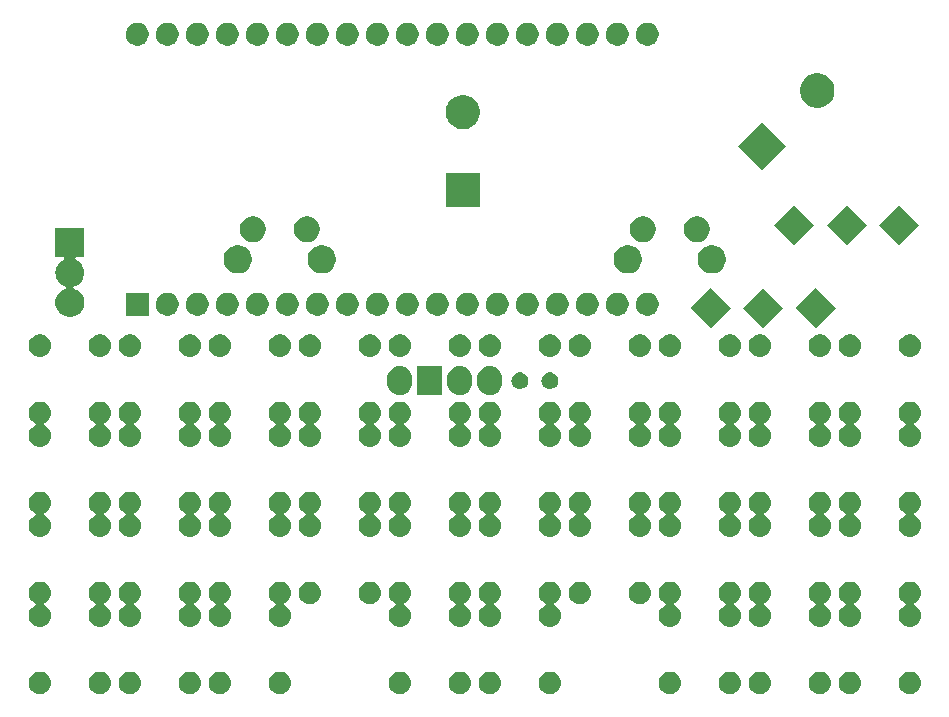
<source format=gbr>
G04 #@! TF.GenerationSoftware,KiCad,Pcbnew,5.0.2+dfsg1-1~bpo9+1*
G04 #@! TF.CreationDate,2021-02-20T06:45:03-05:00*
G04 #@! TF.ProjectId,vexas,76657861-732e-46b6-9963-61645f706362,rev?*
G04 #@! TF.SameCoordinates,Original*
G04 #@! TF.FileFunction,Soldermask,Top*
G04 #@! TF.FilePolarity,Negative*
%FSLAX46Y46*%
G04 Gerber Fmt 4.6, Leading zero omitted, Abs format (unit mm)*
G04 Created by KiCad (PCBNEW 5.0.2+dfsg1-1~bpo9+1) date Sat 20 Feb 2021 06:45:03 AM EST*
%MOMM*%
%LPD*%
G01*
G04 APERTURE LIST*
%ADD10C,1.000000*%
G04 APERTURE END LIST*
D10*
G36*
X175446232Y-108591746D02*
X175535770Y-108618907D01*
X175625309Y-108646068D01*
X175790347Y-108734283D01*
X175935001Y-108852999D01*
X176053717Y-108997653D01*
X176141932Y-109162691D01*
X176196254Y-109341769D01*
X176214596Y-109528000D01*
X176196254Y-109714231D01*
X176141932Y-109893309D01*
X176053717Y-110058347D01*
X175935001Y-110203001D01*
X175790347Y-110321717D01*
X175625309Y-110409932D01*
X175535770Y-110437093D01*
X175446232Y-110464254D01*
X175376448Y-110471127D01*
X175306666Y-110478000D01*
X175213334Y-110478000D01*
X175143552Y-110471127D01*
X175073768Y-110464254D01*
X174984230Y-110437093D01*
X174894691Y-110409932D01*
X174729653Y-110321717D01*
X174584999Y-110203001D01*
X174466283Y-110058347D01*
X174378068Y-109893309D01*
X174323746Y-109714231D01*
X174305404Y-109528000D01*
X174323746Y-109341769D01*
X174378068Y-109162691D01*
X174466283Y-108997653D01*
X174584999Y-108852999D01*
X174729653Y-108734283D01*
X174894691Y-108646068D01*
X174984230Y-108618907D01*
X175073768Y-108591746D01*
X175213334Y-108578000D01*
X175306666Y-108578000D01*
X175446232Y-108591746D01*
X175446232Y-108591746D01*
G37*
G36*
X213546232Y-108591746D02*
X213635770Y-108618907D01*
X213725309Y-108646068D01*
X213890347Y-108734283D01*
X214035001Y-108852999D01*
X214153717Y-108997653D01*
X214241932Y-109162691D01*
X214296254Y-109341769D01*
X214314596Y-109528000D01*
X214296254Y-109714231D01*
X214241932Y-109893309D01*
X214153717Y-110058347D01*
X214035001Y-110203001D01*
X213890347Y-110321717D01*
X213725309Y-110409932D01*
X213635770Y-110437093D01*
X213546232Y-110464254D01*
X213476448Y-110471127D01*
X213406666Y-110478000D01*
X213313334Y-110478000D01*
X213243552Y-110471127D01*
X213173768Y-110464254D01*
X213084230Y-110437093D01*
X212994691Y-110409932D01*
X212829653Y-110321717D01*
X212684999Y-110203001D01*
X212566283Y-110058347D01*
X212478068Y-109893309D01*
X212423746Y-109714231D01*
X212405404Y-109528000D01*
X212423746Y-109341769D01*
X212478068Y-109162691D01*
X212566283Y-108997653D01*
X212684999Y-108852999D01*
X212829653Y-108734283D01*
X212994691Y-108646068D01*
X213084230Y-108618907D01*
X213173768Y-108591746D01*
X213313334Y-108578000D01*
X213406666Y-108578000D01*
X213546232Y-108591746D01*
X213546232Y-108591746D01*
G37*
G36*
X180526232Y-108591746D02*
X180615770Y-108618907D01*
X180705309Y-108646068D01*
X180870347Y-108734283D01*
X181015001Y-108852999D01*
X181133717Y-108997653D01*
X181221932Y-109162691D01*
X181276254Y-109341769D01*
X181294596Y-109528000D01*
X181276254Y-109714231D01*
X181221932Y-109893309D01*
X181133717Y-110058347D01*
X181015001Y-110203001D01*
X180870347Y-110321717D01*
X180705309Y-110409932D01*
X180615770Y-110437093D01*
X180526232Y-110464254D01*
X180456448Y-110471127D01*
X180386666Y-110478000D01*
X180293334Y-110478000D01*
X180223552Y-110471127D01*
X180153768Y-110464254D01*
X180064230Y-110437093D01*
X179974691Y-110409932D01*
X179809653Y-110321717D01*
X179664999Y-110203001D01*
X179546283Y-110058347D01*
X179458068Y-109893309D01*
X179403746Y-109714231D01*
X179385404Y-109528000D01*
X179403746Y-109341769D01*
X179458068Y-109162691D01*
X179546283Y-108997653D01*
X179664999Y-108852999D01*
X179809653Y-108734283D01*
X179974691Y-108646068D01*
X180064230Y-108618907D01*
X180153768Y-108591746D01*
X180293334Y-108578000D01*
X180386666Y-108578000D01*
X180526232Y-108591746D01*
X180526232Y-108591746D01*
G37*
G36*
X249106232Y-108591746D02*
X249195770Y-108618907D01*
X249285309Y-108646068D01*
X249450347Y-108734283D01*
X249595001Y-108852999D01*
X249713717Y-108997653D01*
X249801932Y-109162691D01*
X249856254Y-109341769D01*
X249874596Y-109528000D01*
X249856254Y-109714231D01*
X249801932Y-109893309D01*
X249713717Y-110058347D01*
X249595001Y-110203001D01*
X249450347Y-110321717D01*
X249285309Y-110409932D01*
X249195770Y-110437093D01*
X249106232Y-110464254D01*
X249036448Y-110471127D01*
X248966666Y-110478000D01*
X248873334Y-110478000D01*
X248803552Y-110471127D01*
X248733768Y-110464254D01*
X248644230Y-110437093D01*
X248554691Y-110409932D01*
X248389653Y-110321717D01*
X248244999Y-110203001D01*
X248126283Y-110058347D01*
X248038068Y-109893309D01*
X247983746Y-109714231D01*
X247965404Y-109528000D01*
X247983746Y-109341769D01*
X248038068Y-109162691D01*
X248126283Y-108997653D01*
X248244999Y-108852999D01*
X248389653Y-108734283D01*
X248554691Y-108646068D01*
X248644230Y-108618907D01*
X248733768Y-108591746D01*
X248873334Y-108578000D01*
X248966666Y-108578000D01*
X249106232Y-108591746D01*
X249106232Y-108591746D01*
G37*
G36*
X241486232Y-108591746D02*
X241575770Y-108618907D01*
X241665309Y-108646068D01*
X241830347Y-108734283D01*
X241975001Y-108852999D01*
X242093717Y-108997653D01*
X242181932Y-109162691D01*
X242236254Y-109341769D01*
X242254596Y-109528000D01*
X242236254Y-109714231D01*
X242181932Y-109893309D01*
X242093717Y-110058347D01*
X241975001Y-110203001D01*
X241830347Y-110321717D01*
X241665309Y-110409932D01*
X241575770Y-110437093D01*
X241486232Y-110464254D01*
X241416448Y-110471127D01*
X241346666Y-110478000D01*
X241253334Y-110478000D01*
X241183552Y-110471127D01*
X241113768Y-110464254D01*
X241024230Y-110437093D01*
X240934691Y-110409932D01*
X240769653Y-110321717D01*
X240624999Y-110203001D01*
X240506283Y-110058347D01*
X240418068Y-109893309D01*
X240363746Y-109714231D01*
X240345404Y-109528000D01*
X240363746Y-109341769D01*
X240418068Y-109162691D01*
X240506283Y-108997653D01*
X240624999Y-108852999D01*
X240769653Y-108734283D01*
X240934691Y-108646068D01*
X241024230Y-108618907D01*
X241113768Y-108591746D01*
X241253334Y-108578000D01*
X241346666Y-108578000D01*
X241486232Y-108591746D01*
X241486232Y-108591746D01*
G37*
G36*
X236406232Y-108591746D02*
X236495770Y-108618907D01*
X236585309Y-108646068D01*
X236750347Y-108734283D01*
X236895001Y-108852999D01*
X237013717Y-108997653D01*
X237101932Y-109162691D01*
X237156254Y-109341769D01*
X237174596Y-109528000D01*
X237156254Y-109714231D01*
X237101932Y-109893309D01*
X237013717Y-110058347D01*
X236895001Y-110203001D01*
X236750347Y-110321717D01*
X236585309Y-110409932D01*
X236495770Y-110437093D01*
X236406232Y-110464254D01*
X236336448Y-110471127D01*
X236266666Y-110478000D01*
X236173334Y-110478000D01*
X236103552Y-110471127D01*
X236033768Y-110464254D01*
X235944230Y-110437093D01*
X235854691Y-110409932D01*
X235689653Y-110321717D01*
X235544999Y-110203001D01*
X235426283Y-110058347D01*
X235338068Y-109893309D01*
X235283746Y-109714231D01*
X235265404Y-109528000D01*
X235283746Y-109341769D01*
X235338068Y-109162691D01*
X235426283Y-108997653D01*
X235544999Y-108852999D01*
X235689653Y-108734283D01*
X235854691Y-108646068D01*
X235944230Y-108618907D01*
X236033768Y-108591746D01*
X236173334Y-108578000D01*
X236266666Y-108578000D01*
X236406232Y-108591746D01*
X236406232Y-108591746D01*
G37*
G36*
X233866232Y-108591746D02*
X233955770Y-108618907D01*
X234045309Y-108646068D01*
X234210347Y-108734283D01*
X234355001Y-108852999D01*
X234473717Y-108997653D01*
X234561932Y-109162691D01*
X234616254Y-109341769D01*
X234634596Y-109528000D01*
X234616254Y-109714231D01*
X234561932Y-109893309D01*
X234473717Y-110058347D01*
X234355001Y-110203001D01*
X234210347Y-110321717D01*
X234045309Y-110409932D01*
X233955770Y-110437093D01*
X233866232Y-110464254D01*
X233796448Y-110471127D01*
X233726666Y-110478000D01*
X233633334Y-110478000D01*
X233563552Y-110471127D01*
X233493768Y-110464254D01*
X233404230Y-110437093D01*
X233314691Y-110409932D01*
X233149653Y-110321717D01*
X233004999Y-110203001D01*
X232886283Y-110058347D01*
X232798068Y-109893309D01*
X232743746Y-109714231D01*
X232725404Y-109528000D01*
X232743746Y-109341769D01*
X232798068Y-109162691D01*
X232886283Y-108997653D01*
X233004999Y-108852999D01*
X233149653Y-108734283D01*
X233314691Y-108646068D01*
X233404230Y-108618907D01*
X233493768Y-108591746D01*
X233633334Y-108578000D01*
X233726666Y-108578000D01*
X233866232Y-108591746D01*
X233866232Y-108591746D01*
G37*
G36*
X228786232Y-108591746D02*
X228875770Y-108618907D01*
X228965309Y-108646068D01*
X229130347Y-108734283D01*
X229275001Y-108852999D01*
X229393717Y-108997653D01*
X229481932Y-109162691D01*
X229536254Y-109341769D01*
X229554596Y-109528000D01*
X229536254Y-109714231D01*
X229481932Y-109893309D01*
X229393717Y-110058347D01*
X229275001Y-110203001D01*
X229130347Y-110321717D01*
X228965309Y-110409932D01*
X228875770Y-110437093D01*
X228786232Y-110464254D01*
X228716448Y-110471127D01*
X228646666Y-110478000D01*
X228553334Y-110478000D01*
X228483552Y-110471127D01*
X228413768Y-110464254D01*
X228324230Y-110437093D01*
X228234691Y-110409932D01*
X228069653Y-110321717D01*
X227924999Y-110203001D01*
X227806283Y-110058347D01*
X227718068Y-109893309D01*
X227663746Y-109714231D01*
X227645404Y-109528000D01*
X227663746Y-109341769D01*
X227718068Y-109162691D01*
X227806283Y-108997653D01*
X227924999Y-108852999D01*
X228069653Y-108734283D01*
X228234691Y-108646068D01*
X228324230Y-108618907D01*
X228413768Y-108591746D01*
X228553334Y-108578000D01*
X228646666Y-108578000D01*
X228786232Y-108591746D01*
X228786232Y-108591746D01*
G37*
G36*
X244026232Y-108591746D02*
X244115770Y-108618907D01*
X244205309Y-108646068D01*
X244370347Y-108734283D01*
X244515001Y-108852999D01*
X244633717Y-108997653D01*
X244721932Y-109162691D01*
X244776254Y-109341769D01*
X244794596Y-109528000D01*
X244776254Y-109714231D01*
X244721932Y-109893309D01*
X244633717Y-110058347D01*
X244515001Y-110203001D01*
X244370347Y-110321717D01*
X244205309Y-110409932D01*
X244115770Y-110437093D01*
X244026232Y-110464254D01*
X243956448Y-110471127D01*
X243886666Y-110478000D01*
X243793334Y-110478000D01*
X243723552Y-110471127D01*
X243653768Y-110464254D01*
X243564230Y-110437093D01*
X243474691Y-110409932D01*
X243309653Y-110321717D01*
X243164999Y-110203001D01*
X243046283Y-110058347D01*
X242958068Y-109893309D01*
X242903746Y-109714231D01*
X242885404Y-109528000D01*
X242903746Y-109341769D01*
X242958068Y-109162691D01*
X243046283Y-108997653D01*
X243164999Y-108852999D01*
X243309653Y-108734283D01*
X243474691Y-108646068D01*
X243564230Y-108618907D01*
X243653768Y-108591746D01*
X243793334Y-108578000D01*
X243886666Y-108578000D01*
X244026232Y-108591746D01*
X244026232Y-108591746D01*
G37*
G36*
X205926232Y-108591746D02*
X206015770Y-108618907D01*
X206105309Y-108646068D01*
X206270347Y-108734283D01*
X206415001Y-108852999D01*
X206533717Y-108997653D01*
X206621932Y-109162691D01*
X206676254Y-109341769D01*
X206694596Y-109528000D01*
X206676254Y-109714231D01*
X206621932Y-109893309D01*
X206533717Y-110058347D01*
X206415001Y-110203001D01*
X206270347Y-110321717D01*
X206105309Y-110409932D01*
X206015770Y-110437093D01*
X205926232Y-110464254D01*
X205856448Y-110471127D01*
X205786666Y-110478000D01*
X205693334Y-110478000D01*
X205623552Y-110471127D01*
X205553768Y-110464254D01*
X205464230Y-110437093D01*
X205374691Y-110409932D01*
X205209653Y-110321717D01*
X205064999Y-110203001D01*
X204946283Y-110058347D01*
X204858068Y-109893309D01*
X204803746Y-109714231D01*
X204785404Y-109528000D01*
X204803746Y-109341769D01*
X204858068Y-109162691D01*
X204946283Y-108997653D01*
X205064999Y-108852999D01*
X205209653Y-108734283D01*
X205374691Y-108646068D01*
X205464230Y-108618907D01*
X205553768Y-108591746D01*
X205693334Y-108578000D01*
X205786666Y-108578000D01*
X205926232Y-108591746D01*
X205926232Y-108591746D01*
G37*
G36*
X211006232Y-108591746D02*
X211095770Y-108618907D01*
X211185309Y-108646068D01*
X211350347Y-108734283D01*
X211495001Y-108852999D01*
X211613717Y-108997653D01*
X211701932Y-109162691D01*
X211756254Y-109341769D01*
X211774596Y-109528000D01*
X211756254Y-109714231D01*
X211701932Y-109893309D01*
X211613717Y-110058347D01*
X211495001Y-110203001D01*
X211350347Y-110321717D01*
X211185309Y-110409932D01*
X211095770Y-110437093D01*
X211006232Y-110464254D01*
X210936448Y-110471127D01*
X210866666Y-110478000D01*
X210773334Y-110478000D01*
X210703552Y-110471127D01*
X210633768Y-110464254D01*
X210544230Y-110437093D01*
X210454691Y-110409932D01*
X210289653Y-110321717D01*
X210144999Y-110203001D01*
X210026283Y-110058347D01*
X209938068Y-109893309D01*
X209883746Y-109714231D01*
X209865404Y-109528000D01*
X209883746Y-109341769D01*
X209938068Y-109162691D01*
X210026283Y-108997653D01*
X210144999Y-108852999D01*
X210289653Y-108734283D01*
X210454691Y-108646068D01*
X210544230Y-108618907D01*
X210633768Y-108591746D01*
X210773334Y-108578000D01*
X210866666Y-108578000D01*
X211006232Y-108591746D01*
X211006232Y-108591746D01*
G37*
G36*
X190686232Y-108591746D02*
X190775770Y-108618907D01*
X190865309Y-108646068D01*
X191030347Y-108734283D01*
X191175001Y-108852999D01*
X191293717Y-108997653D01*
X191381932Y-109162691D01*
X191436254Y-109341769D01*
X191454596Y-109528000D01*
X191436254Y-109714231D01*
X191381932Y-109893309D01*
X191293717Y-110058347D01*
X191175001Y-110203001D01*
X191030347Y-110321717D01*
X190865309Y-110409932D01*
X190775770Y-110437093D01*
X190686232Y-110464254D01*
X190616448Y-110471127D01*
X190546666Y-110478000D01*
X190453334Y-110478000D01*
X190383552Y-110471127D01*
X190313768Y-110464254D01*
X190224230Y-110437093D01*
X190134691Y-110409932D01*
X189969653Y-110321717D01*
X189824999Y-110203001D01*
X189706283Y-110058347D01*
X189618068Y-109893309D01*
X189563746Y-109714231D01*
X189545404Y-109528000D01*
X189563746Y-109341769D01*
X189618068Y-109162691D01*
X189706283Y-108997653D01*
X189824999Y-108852999D01*
X189969653Y-108734283D01*
X190134691Y-108646068D01*
X190224230Y-108618907D01*
X190313768Y-108591746D01*
X190453334Y-108578000D01*
X190546666Y-108578000D01*
X190686232Y-108591746D01*
X190686232Y-108591746D01*
G37*
G36*
X195766232Y-108591746D02*
X195855770Y-108618907D01*
X195945309Y-108646068D01*
X196110347Y-108734283D01*
X196255001Y-108852999D01*
X196373717Y-108997653D01*
X196461932Y-109162691D01*
X196516254Y-109341769D01*
X196534596Y-109528000D01*
X196516254Y-109714231D01*
X196461932Y-109893309D01*
X196373717Y-110058347D01*
X196255001Y-110203001D01*
X196110347Y-110321717D01*
X195945309Y-110409932D01*
X195855770Y-110437093D01*
X195766232Y-110464254D01*
X195696448Y-110471127D01*
X195626666Y-110478000D01*
X195533334Y-110478000D01*
X195463552Y-110471127D01*
X195393768Y-110464254D01*
X195304230Y-110437093D01*
X195214691Y-110409932D01*
X195049653Y-110321717D01*
X194904999Y-110203001D01*
X194786283Y-110058347D01*
X194698068Y-109893309D01*
X194643746Y-109714231D01*
X194625404Y-109528000D01*
X194643746Y-109341769D01*
X194698068Y-109162691D01*
X194786283Y-108997653D01*
X194904999Y-108852999D01*
X195049653Y-108734283D01*
X195214691Y-108646068D01*
X195304230Y-108618907D01*
X195393768Y-108591746D01*
X195533334Y-108578000D01*
X195626666Y-108578000D01*
X195766232Y-108591746D01*
X195766232Y-108591746D01*
G37*
G36*
X183066232Y-108591746D02*
X183155770Y-108618907D01*
X183245309Y-108646068D01*
X183410347Y-108734283D01*
X183555001Y-108852999D01*
X183673717Y-108997653D01*
X183761932Y-109162691D01*
X183816254Y-109341769D01*
X183834596Y-109528000D01*
X183816254Y-109714231D01*
X183761932Y-109893309D01*
X183673717Y-110058347D01*
X183555001Y-110203001D01*
X183410347Y-110321717D01*
X183245309Y-110409932D01*
X183155770Y-110437093D01*
X183066232Y-110464254D01*
X182996448Y-110471127D01*
X182926666Y-110478000D01*
X182833334Y-110478000D01*
X182763552Y-110471127D01*
X182693768Y-110464254D01*
X182604230Y-110437093D01*
X182514691Y-110409932D01*
X182349653Y-110321717D01*
X182204999Y-110203001D01*
X182086283Y-110058347D01*
X181998068Y-109893309D01*
X181943746Y-109714231D01*
X181925404Y-109528000D01*
X181943746Y-109341769D01*
X181998068Y-109162691D01*
X182086283Y-108997653D01*
X182204999Y-108852999D01*
X182349653Y-108734283D01*
X182514691Y-108646068D01*
X182604230Y-108618907D01*
X182693768Y-108591746D01*
X182833334Y-108578000D01*
X182926666Y-108578000D01*
X183066232Y-108591746D01*
X183066232Y-108591746D01*
G37*
G36*
X188146232Y-108591746D02*
X188235770Y-108618907D01*
X188325309Y-108646068D01*
X188490347Y-108734283D01*
X188635001Y-108852999D01*
X188753717Y-108997653D01*
X188841932Y-109162691D01*
X188896254Y-109341769D01*
X188914596Y-109528000D01*
X188896254Y-109714231D01*
X188841932Y-109893309D01*
X188753717Y-110058347D01*
X188635001Y-110203001D01*
X188490347Y-110321717D01*
X188325309Y-110409932D01*
X188235770Y-110437093D01*
X188146232Y-110464254D01*
X188076448Y-110471127D01*
X188006666Y-110478000D01*
X187913334Y-110478000D01*
X187843552Y-110471127D01*
X187773768Y-110464254D01*
X187684230Y-110437093D01*
X187594691Y-110409932D01*
X187429653Y-110321717D01*
X187284999Y-110203001D01*
X187166283Y-110058347D01*
X187078068Y-109893309D01*
X187023746Y-109714231D01*
X187005404Y-109528000D01*
X187023746Y-109341769D01*
X187078068Y-109162691D01*
X187166283Y-108997653D01*
X187284999Y-108852999D01*
X187429653Y-108734283D01*
X187594691Y-108646068D01*
X187684230Y-108618907D01*
X187773768Y-108591746D01*
X187913334Y-108578000D01*
X188006666Y-108578000D01*
X188146232Y-108591746D01*
X188146232Y-108591746D01*
G37*
G36*
X218626232Y-108591746D02*
X218715770Y-108618907D01*
X218805309Y-108646068D01*
X218970347Y-108734283D01*
X219115001Y-108852999D01*
X219233717Y-108997653D01*
X219321932Y-109162691D01*
X219376254Y-109341769D01*
X219394596Y-109528000D01*
X219376254Y-109714231D01*
X219321932Y-109893309D01*
X219233717Y-110058347D01*
X219115001Y-110203001D01*
X218970347Y-110321717D01*
X218805309Y-110409932D01*
X218715770Y-110437093D01*
X218626232Y-110464254D01*
X218556448Y-110471127D01*
X218486666Y-110478000D01*
X218393334Y-110478000D01*
X218323552Y-110471127D01*
X218253768Y-110464254D01*
X218164230Y-110437093D01*
X218074691Y-110409932D01*
X217909653Y-110321717D01*
X217764999Y-110203001D01*
X217646283Y-110058347D01*
X217558068Y-109893309D01*
X217503746Y-109714231D01*
X217485404Y-109528000D01*
X217503746Y-109341769D01*
X217558068Y-109162691D01*
X217646283Y-108997653D01*
X217764999Y-108852999D01*
X217909653Y-108734283D01*
X218074691Y-108646068D01*
X218164230Y-108618907D01*
X218253768Y-108591746D01*
X218393334Y-108578000D01*
X218486666Y-108578000D01*
X218626232Y-108591746D01*
X218626232Y-108591746D01*
G37*
G36*
X205926232Y-100971746D02*
X206015770Y-100998907D01*
X206105309Y-101026068D01*
X206270347Y-101114283D01*
X206415001Y-101232999D01*
X206533717Y-101377653D01*
X206621932Y-101542691D01*
X206676254Y-101721769D01*
X206694596Y-101908000D01*
X206676254Y-102094231D01*
X206621932Y-102273309D01*
X206533717Y-102438347D01*
X206415001Y-102583001D01*
X206270347Y-102701717D01*
X206161756Y-102759760D01*
X206141382Y-102773374D01*
X206124055Y-102790701D01*
X206110441Y-102811076D01*
X206101063Y-102833715D01*
X206096283Y-102857748D01*
X206096283Y-102882252D01*
X206101064Y-102906286D01*
X206110441Y-102928925D01*
X206124055Y-102949299D01*
X206141382Y-102966626D01*
X206161756Y-102980240D01*
X206270347Y-103038283D01*
X206415001Y-103156999D01*
X206533717Y-103301653D01*
X206621932Y-103466691D01*
X206676254Y-103645769D01*
X206694596Y-103832000D01*
X206676254Y-104018231D01*
X206621932Y-104197309D01*
X206533717Y-104362347D01*
X206415001Y-104507001D01*
X206270347Y-104625717D01*
X206105309Y-104713932D01*
X206015770Y-104741093D01*
X205926232Y-104768254D01*
X205786666Y-104782000D01*
X205693334Y-104782000D01*
X205553768Y-104768254D01*
X205464230Y-104741093D01*
X205374691Y-104713932D01*
X205209653Y-104625717D01*
X205064999Y-104507001D01*
X204946283Y-104362347D01*
X204858068Y-104197309D01*
X204803746Y-104018231D01*
X204785404Y-103832000D01*
X204803746Y-103645769D01*
X204858068Y-103466691D01*
X204946283Y-103301653D01*
X205064999Y-103156999D01*
X205209653Y-103038283D01*
X205318244Y-102980240D01*
X205338618Y-102966626D01*
X205355945Y-102949299D01*
X205369559Y-102928924D01*
X205378937Y-102906285D01*
X205383717Y-102882252D01*
X205383717Y-102857748D01*
X205378936Y-102833714D01*
X205369559Y-102811075D01*
X205355945Y-102790701D01*
X205338618Y-102773374D01*
X205318244Y-102759760D01*
X205209653Y-102701717D01*
X205064999Y-102583001D01*
X204946283Y-102438347D01*
X204858068Y-102273309D01*
X204803746Y-102094231D01*
X204785404Y-101908000D01*
X204803746Y-101721769D01*
X204858068Y-101542691D01*
X204946283Y-101377653D01*
X205064999Y-101232999D01*
X205209653Y-101114283D01*
X205374691Y-101026068D01*
X205464230Y-100998907D01*
X205553768Y-100971746D01*
X205623552Y-100964873D01*
X205693334Y-100958000D01*
X205786666Y-100958000D01*
X205926232Y-100971746D01*
X205926232Y-100971746D01*
G37*
G36*
X180526232Y-100971746D02*
X180615770Y-100998907D01*
X180705309Y-101026068D01*
X180870347Y-101114283D01*
X181015001Y-101232999D01*
X181133717Y-101377653D01*
X181221932Y-101542691D01*
X181276254Y-101721769D01*
X181294596Y-101908000D01*
X181276254Y-102094231D01*
X181221932Y-102273309D01*
X181133717Y-102438347D01*
X181015001Y-102583001D01*
X180870347Y-102701717D01*
X180761756Y-102759760D01*
X180741382Y-102773374D01*
X180724055Y-102790701D01*
X180710441Y-102811076D01*
X180701063Y-102833715D01*
X180696283Y-102857748D01*
X180696283Y-102882252D01*
X180701064Y-102906286D01*
X180710441Y-102928925D01*
X180724055Y-102949299D01*
X180741382Y-102966626D01*
X180761756Y-102980240D01*
X180870347Y-103038283D01*
X181015001Y-103156999D01*
X181133717Y-103301653D01*
X181221932Y-103466691D01*
X181276254Y-103645769D01*
X181294596Y-103832000D01*
X181276254Y-104018231D01*
X181221932Y-104197309D01*
X181133717Y-104362347D01*
X181015001Y-104507001D01*
X180870347Y-104625717D01*
X180705309Y-104713932D01*
X180615770Y-104741093D01*
X180526232Y-104768254D01*
X180386666Y-104782000D01*
X180293334Y-104782000D01*
X180153768Y-104768254D01*
X180064230Y-104741093D01*
X179974691Y-104713932D01*
X179809653Y-104625717D01*
X179664999Y-104507001D01*
X179546283Y-104362347D01*
X179458068Y-104197309D01*
X179403746Y-104018231D01*
X179385404Y-103832000D01*
X179403746Y-103645769D01*
X179458068Y-103466691D01*
X179546283Y-103301653D01*
X179664999Y-103156999D01*
X179809653Y-103038283D01*
X179918244Y-102980240D01*
X179938618Y-102966626D01*
X179955945Y-102949299D01*
X179969559Y-102928924D01*
X179978937Y-102906285D01*
X179983717Y-102882252D01*
X179983717Y-102857748D01*
X179978936Y-102833714D01*
X179969559Y-102811075D01*
X179955945Y-102790701D01*
X179938618Y-102773374D01*
X179918244Y-102759760D01*
X179809653Y-102701717D01*
X179664999Y-102583001D01*
X179546283Y-102438347D01*
X179458068Y-102273309D01*
X179403746Y-102094231D01*
X179385404Y-101908000D01*
X179403746Y-101721769D01*
X179458068Y-101542691D01*
X179546283Y-101377653D01*
X179664999Y-101232999D01*
X179809653Y-101114283D01*
X179974691Y-101026068D01*
X180064230Y-100998907D01*
X180153768Y-100971746D01*
X180223552Y-100964873D01*
X180293334Y-100958000D01*
X180386666Y-100958000D01*
X180526232Y-100971746D01*
X180526232Y-100971746D01*
G37*
G36*
X188146232Y-100971746D02*
X188235770Y-100998907D01*
X188325309Y-101026068D01*
X188490347Y-101114283D01*
X188635001Y-101232999D01*
X188753717Y-101377653D01*
X188841932Y-101542691D01*
X188896254Y-101721769D01*
X188914596Y-101908000D01*
X188896254Y-102094231D01*
X188841932Y-102273309D01*
X188753717Y-102438347D01*
X188635001Y-102583001D01*
X188490347Y-102701717D01*
X188381756Y-102759760D01*
X188361382Y-102773374D01*
X188344055Y-102790701D01*
X188330441Y-102811076D01*
X188321063Y-102833715D01*
X188316283Y-102857748D01*
X188316283Y-102882252D01*
X188321064Y-102906286D01*
X188330441Y-102928925D01*
X188344055Y-102949299D01*
X188361382Y-102966626D01*
X188381756Y-102980240D01*
X188490347Y-103038283D01*
X188635001Y-103156999D01*
X188753717Y-103301653D01*
X188841932Y-103466691D01*
X188896254Y-103645769D01*
X188914596Y-103832000D01*
X188896254Y-104018231D01*
X188841932Y-104197309D01*
X188753717Y-104362347D01*
X188635001Y-104507001D01*
X188490347Y-104625717D01*
X188325309Y-104713932D01*
X188235770Y-104741093D01*
X188146232Y-104768254D01*
X188006666Y-104782000D01*
X187913334Y-104782000D01*
X187773768Y-104768254D01*
X187684230Y-104741093D01*
X187594691Y-104713932D01*
X187429653Y-104625717D01*
X187284999Y-104507001D01*
X187166283Y-104362347D01*
X187078068Y-104197309D01*
X187023746Y-104018231D01*
X187005404Y-103832000D01*
X187023746Y-103645769D01*
X187078068Y-103466691D01*
X187166283Y-103301653D01*
X187284999Y-103156999D01*
X187429653Y-103038283D01*
X187538244Y-102980240D01*
X187558618Y-102966626D01*
X187575945Y-102949299D01*
X187589559Y-102928924D01*
X187598937Y-102906285D01*
X187603717Y-102882252D01*
X187603717Y-102857748D01*
X187598936Y-102833714D01*
X187589559Y-102811075D01*
X187575945Y-102790701D01*
X187558618Y-102773374D01*
X187538244Y-102759760D01*
X187429653Y-102701717D01*
X187284999Y-102583001D01*
X187166283Y-102438347D01*
X187078068Y-102273309D01*
X187023746Y-102094231D01*
X187005404Y-101908000D01*
X187023746Y-101721769D01*
X187078068Y-101542691D01*
X187166283Y-101377653D01*
X187284999Y-101232999D01*
X187429653Y-101114283D01*
X187594691Y-101026068D01*
X187684230Y-100998907D01*
X187773768Y-100971746D01*
X187843552Y-100964873D01*
X187913334Y-100958000D01*
X188006666Y-100958000D01*
X188146232Y-100971746D01*
X188146232Y-100971746D01*
G37*
G36*
X190686232Y-100971746D02*
X190775770Y-100998907D01*
X190865309Y-101026068D01*
X191030347Y-101114283D01*
X191175001Y-101232999D01*
X191293717Y-101377653D01*
X191381932Y-101542691D01*
X191436254Y-101721769D01*
X191454596Y-101908000D01*
X191436254Y-102094231D01*
X191381932Y-102273309D01*
X191293717Y-102438347D01*
X191175001Y-102583001D01*
X191030347Y-102701717D01*
X190921756Y-102759760D01*
X190901382Y-102773374D01*
X190884055Y-102790701D01*
X190870441Y-102811076D01*
X190861063Y-102833715D01*
X190856283Y-102857748D01*
X190856283Y-102882252D01*
X190861064Y-102906286D01*
X190870441Y-102928925D01*
X190884055Y-102949299D01*
X190901382Y-102966626D01*
X190921756Y-102980240D01*
X191030347Y-103038283D01*
X191175001Y-103156999D01*
X191293717Y-103301653D01*
X191381932Y-103466691D01*
X191436254Y-103645769D01*
X191454596Y-103832000D01*
X191436254Y-104018231D01*
X191381932Y-104197309D01*
X191293717Y-104362347D01*
X191175001Y-104507001D01*
X191030347Y-104625717D01*
X190865309Y-104713932D01*
X190775770Y-104741093D01*
X190686232Y-104768254D01*
X190546666Y-104782000D01*
X190453334Y-104782000D01*
X190313768Y-104768254D01*
X190224230Y-104741093D01*
X190134691Y-104713932D01*
X189969653Y-104625717D01*
X189824999Y-104507001D01*
X189706283Y-104362347D01*
X189618068Y-104197309D01*
X189563746Y-104018231D01*
X189545404Y-103832000D01*
X189563746Y-103645769D01*
X189618068Y-103466691D01*
X189706283Y-103301653D01*
X189824999Y-103156999D01*
X189969653Y-103038283D01*
X190078244Y-102980240D01*
X190098618Y-102966626D01*
X190115945Y-102949299D01*
X190129559Y-102928924D01*
X190138937Y-102906285D01*
X190143717Y-102882252D01*
X190143717Y-102857748D01*
X190138936Y-102833714D01*
X190129559Y-102811075D01*
X190115945Y-102790701D01*
X190098618Y-102773374D01*
X190078244Y-102759760D01*
X189969653Y-102701717D01*
X189824999Y-102583001D01*
X189706283Y-102438347D01*
X189618068Y-102273309D01*
X189563746Y-102094231D01*
X189545404Y-101908000D01*
X189563746Y-101721769D01*
X189618068Y-101542691D01*
X189706283Y-101377653D01*
X189824999Y-101232999D01*
X189969653Y-101114283D01*
X190134691Y-101026068D01*
X190224230Y-100998907D01*
X190313768Y-100971746D01*
X190383552Y-100964873D01*
X190453334Y-100958000D01*
X190546666Y-100958000D01*
X190686232Y-100971746D01*
X190686232Y-100971746D01*
G37*
G36*
X195766232Y-100971746D02*
X195855770Y-100998907D01*
X195945309Y-101026068D01*
X196110347Y-101114283D01*
X196255001Y-101232999D01*
X196373717Y-101377653D01*
X196461932Y-101542691D01*
X196516254Y-101721769D01*
X196534596Y-101908000D01*
X196516254Y-102094231D01*
X196461932Y-102273309D01*
X196373717Y-102438347D01*
X196255001Y-102583001D01*
X196110347Y-102701717D01*
X196001756Y-102759760D01*
X195981382Y-102773374D01*
X195964055Y-102790701D01*
X195950441Y-102811076D01*
X195941063Y-102833715D01*
X195936283Y-102857748D01*
X195936283Y-102882252D01*
X195941064Y-102906286D01*
X195950441Y-102928925D01*
X195964055Y-102949299D01*
X195981382Y-102966626D01*
X196001756Y-102980240D01*
X196110347Y-103038283D01*
X196255001Y-103156999D01*
X196373717Y-103301653D01*
X196461932Y-103466691D01*
X196516254Y-103645769D01*
X196534596Y-103832000D01*
X196516254Y-104018231D01*
X196461932Y-104197309D01*
X196373717Y-104362347D01*
X196255001Y-104507001D01*
X196110347Y-104625717D01*
X195945309Y-104713932D01*
X195855770Y-104741093D01*
X195766232Y-104768254D01*
X195626666Y-104782000D01*
X195533334Y-104782000D01*
X195393768Y-104768254D01*
X195304230Y-104741093D01*
X195214691Y-104713932D01*
X195049653Y-104625717D01*
X194904999Y-104507001D01*
X194786283Y-104362347D01*
X194698068Y-104197309D01*
X194643746Y-104018231D01*
X194625404Y-103832000D01*
X194643746Y-103645769D01*
X194698068Y-103466691D01*
X194786283Y-103301653D01*
X194904999Y-103156999D01*
X195049653Y-103038283D01*
X195158244Y-102980240D01*
X195178618Y-102966626D01*
X195195945Y-102949299D01*
X195209559Y-102928924D01*
X195218937Y-102906285D01*
X195223717Y-102882252D01*
X195223717Y-102857748D01*
X195218936Y-102833714D01*
X195209559Y-102811075D01*
X195195945Y-102790701D01*
X195178618Y-102773374D01*
X195158244Y-102759760D01*
X195049653Y-102701717D01*
X194904999Y-102583001D01*
X194786283Y-102438347D01*
X194698068Y-102273309D01*
X194643746Y-102094231D01*
X194625404Y-101908000D01*
X194643746Y-101721769D01*
X194698068Y-101542691D01*
X194786283Y-101377653D01*
X194904999Y-101232999D01*
X195049653Y-101114283D01*
X195214691Y-101026068D01*
X195304230Y-100998907D01*
X195393768Y-100971746D01*
X195463552Y-100964873D01*
X195533334Y-100958000D01*
X195626666Y-100958000D01*
X195766232Y-100971746D01*
X195766232Y-100971746D01*
G37*
G36*
X211006232Y-100971746D02*
X211095770Y-100998907D01*
X211185309Y-101026068D01*
X211350347Y-101114283D01*
X211495001Y-101232999D01*
X211613717Y-101377653D01*
X211701932Y-101542691D01*
X211756254Y-101721769D01*
X211774596Y-101908000D01*
X211756254Y-102094231D01*
X211701932Y-102273309D01*
X211613717Y-102438347D01*
X211495001Y-102583001D01*
X211350347Y-102701717D01*
X211241756Y-102759760D01*
X211221382Y-102773374D01*
X211204055Y-102790701D01*
X211190441Y-102811076D01*
X211181063Y-102833715D01*
X211176283Y-102857748D01*
X211176283Y-102882252D01*
X211181064Y-102906286D01*
X211190441Y-102928925D01*
X211204055Y-102949299D01*
X211221382Y-102966626D01*
X211241756Y-102980240D01*
X211350347Y-103038283D01*
X211495001Y-103156999D01*
X211613717Y-103301653D01*
X211701932Y-103466691D01*
X211756254Y-103645769D01*
X211774596Y-103832000D01*
X211756254Y-104018231D01*
X211701932Y-104197309D01*
X211613717Y-104362347D01*
X211495001Y-104507001D01*
X211350347Y-104625717D01*
X211185309Y-104713932D01*
X211095770Y-104741093D01*
X211006232Y-104768254D01*
X210866666Y-104782000D01*
X210773334Y-104782000D01*
X210633768Y-104768254D01*
X210544230Y-104741093D01*
X210454691Y-104713932D01*
X210289653Y-104625717D01*
X210144999Y-104507001D01*
X210026283Y-104362347D01*
X209938068Y-104197309D01*
X209883746Y-104018231D01*
X209865404Y-103832000D01*
X209883746Y-103645769D01*
X209938068Y-103466691D01*
X210026283Y-103301653D01*
X210144999Y-103156999D01*
X210289653Y-103038283D01*
X210398244Y-102980240D01*
X210418618Y-102966626D01*
X210435945Y-102949299D01*
X210449559Y-102928924D01*
X210458937Y-102906285D01*
X210463717Y-102882252D01*
X210463717Y-102857748D01*
X210458936Y-102833714D01*
X210449559Y-102811075D01*
X210435945Y-102790701D01*
X210418618Y-102773374D01*
X210398244Y-102759760D01*
X210289653Y-102701717D01*
X210144999Y-102583001D01*
X210026283Y-102438347D01*
X209938068Y-102273309D01*
X209883746Y-102094231D01*
X209865404Y-101908000D01*
X209883746Y-101721769D01*
X209938068Y-101542691D01*
X210026283Y-101377653D01*
X210144999Y-101232999D01*
X210289653Y-101114283D01*
X210454691Y-101026068D01*
X210544230Y-100998907D01*
X210633768Y-100971746D01*
X210703552Y-100964873D01*
X210773334Y-100958000D01*
X210866666Y-100958000D01*
X211006232Y-100971746D01*
X211006232Y-100971746D01*
G37*
G36*
X213546232Y-100971746D02*
X213635770Y-100998907D01*
X213725309Y-101026068D01*
X213890347Y-101114283D01*
X214035001Y-101232999D01*
X214153717Y-101377653D01*
X214241932Y-101542691D01*
X214296254Y-101721769D01*
X214314596Y-101908000D01*
X214296254Y-102094231D01*
X214241932Y-102273309D01*
X214153717Y-102438347D01*
X214035001Y-102583001D01*
X213890347Y-102701717D01*
X213781756Y-102759760D01*
X213761382Y-102773374D01*
X213744055Y-102790701D01*
X213730441Y-102811076D01*
X213721063Y-102833715D01*
X213716283Y-102857748D01*
X213716283Y-102882252D01*
X213721064Y-102906286D01*
X213730441Y-102928925D01*
X213744055Y-102949299D01*
X213761382Y-102966626D01*
X213781756Y-102980240D01*
X213890347Y-103038283D01*
X214035001Y-103156999D01*
X214153717Y-103301653D01*
X214241932Y-103466691D01*
X214296254Y-103645769D01*
X214314596Y-103832000D01*
X214296254Y-104018231D01*
X214241932Y-104197309D01*
X214153717Y-104362347D01*
X214035001Y-104507001D01*
X213890347Y-104625717D01*
X213725309Y-104713932D01*
X213635770Y-104741093D01*
X213546232Y-104768254D01*
X213406666Y-104782000D01*
X213313334Y-104782000D01*
X213173768Y-104768254D01*
X213084230Y-104741093D01*
X212994691Y-104713932D01*
X212829653Y-104625717D01*
X212684999Y-104507001D01*
X212566283Y-104362347D01*
X212478068Y-104197309D01*
X212423746Y-104018231D01*
X212405404Y-103832000D01*
X212423746Y-103645769D01*
X212478068Y-103466691D01*
X212566283Y-103301653D01*
X212684999Y-103156999D01*
X212829653Y-103038283D01*
X212938244Y-102980240D01*
X212958618Y-102966626D01*
X212975945Y-102949299D01*
X212989559Y-102928924D01*
X212998937Y-102906285D01*
X213003717Y-102882252D01*
X213003717Y-102857748D01*
X212998936Y-102833714D01*
X212989559Y-102811075D01*
X212975945Y-102790701D01*
X212958618Y-102773374D01*
X212938244Y-102759760D01*
X212829653Y-102701717D01*
X212684999Y-102583001D01*
X212566283Y-102438347D01*
X212478068Y-102273309D01*
X212423746Y-102094231D01*
X212405404Y-101908000D01*
X212423746Y-101721769D01*
X212478068Y-101542691D01*
X212566283Y-101377653D01*
X212684999Y-101232999D01*
X212829653Y-101114283D01*
X212994691Y-101026068D01*
X213084230Y-100998907D01*
X213173768Y-100971746D01*
X213243552Y-100964873D01*
X213313334Y-100958000D01*
X213406666Y-100958000D01*
X213546232Y-100971746D01*
X213546232Y-100971746D01*
G37*
G36*
X218626232Y-100971746D02*
X218715770Y-100998907D01*
X218805309Y-101026068D01*
X218970347Y-101114283D01*
X219115001Y-101232999D01*
X219233717Y-101377653D01*
X219321932Y-101542691D01*
X219376254Y-101721769D01*
X219394596Y-101908000D01*
X219376254Y-102094231D01*
X219321932Y-102273309D01*
X219233717Y-102438347D01*
X219115001Y-102583001D01*
X218970347Y-102701717D01*
X218861756Y-102759760D01*
X218841382Y-102773374D01*
X218824055Y-102790701D01*
X218810441Y-102811076D01*
X218801063Y-102833715D01*
X218796283Y-102857748D01*
X218796283Y-102882252D01*
X218801064Y-102906286D01*
X218810441Y-102928925D01*
X218824055Y-102949299D01*
X218841382Y-102966626D01*
X218861756Y-102980240D01*
X218970347Y-103038283D01*
X219115001Y-103156999D01*
X219233717Y-103301653D01*
X219321932Y-103466691D01*
X219376254Y-103645769D01*
X219394596Y-103832000D01*
X219376254Y-104018231D01*
X219321932Y-104197309D01*
X219233717Y-104362347D01*
X219115001Y-104507001D01*
X218970347Y-104625717D01*
X218805309Y-104713932D01*
X218715770Y-104741093D01*
X218626232Y-104768254D01*
X218486666Y-104782000D01*
X218393334Y-104782000D01*
X218253768Y-104768254D01*
X218164230Y-104741093D01*
X218074691Y-104713932D01*
X217909653Y-104625717D01*
X217764999Y-104507001D01*
X217646283Y-104362347D01*
X217558068Y-104197309D01*
X217503746Y-104018231D01*
X217485404Y-103832000D01*
X217503746Y-103645769D01*
X217558068Y-103466691D01*
X217646283Y-103301653D01*
X217764999Y-103156999D01*
X217909653Y-103038283D01*
X218018244Y-102980240D01*
X218038618Y-102966626D01*
X218055945Y-102949299D01*
X218069559Y-102928924D01*
X218078937Y-102906285D01*
X218083717Y-102882252D01*
X218083717Y-102857748D01*
X218078936Y-102833714D01*
X218069559Y-102811075D01*
X218055945Y-102790701D01*
X218038618Y-102773374D01*
X218018244Y-102759760D01*
X217909653Y-102701717D01*
X217764999Y-102583001D01*
X217646283Y-102438347D01*
X217558068Y-102273309D01*
X217503746Y-102094231D01*
X217485404Y-101908000D01*
X217503746Y-101721769D01*
X217558068Y-101542691D01*
X217646283Y-101377653D01*
X217764999Y-101232999D01*
X217909653Y-101114283D01*
X218074691Y-101026068D01*
X218164230Y-100998907D01*
X218253768Y-100971746D01*
X218323552Y-100964873D01*
X218393334Y-100958000D01*
X218486666Y-100958000D01*
X218626232Y-100971746D01*
X218626232Y-100971746D01*
G37*
G36*
X228786232Y-100971746D02*
X228875770Y-100998907D01*
X228965309Y-101026068D01*
X229130347Y-101114283D01*
X229275001Y-101232999D01*
X229393717Y-101377653D01*
X229481932Y-101542691D01*
X229536254Y-101721769D01*
X229554596Y-101908000D01*
X229536254Y-102094231D01*
X229481932Y-102273309D01*
X229393717Y-102438347D01*
X229275001Y-102583001D01*
X229130347Y-102701717D01*
X229021756Y-102759760D01*
X229001382Y-102773374D01*
X228984055Y-102790701D01*
X228970441Y-102811076D01*
X228961063Y-102833715D01*
X228956283Y-102857748D01*
X228956283Y-102882252D01*
X228961064Y-102906286D01*
X228970441Y-102928925D01*
X228984055Y-102949299D01*
X229001382Y-102966626D01*
X229021756Y-102980240D01*
X229130347Y-103038283D01*
X229275001Y-103156999D01*
X229393717Y-103301653D01*
X229481932Y-103466691D01*
X229536254Y-103645769D01*
X229554596Y-103832000D01*
X229536254Y-104018231D01*
X229481932Y-104197309D01*
X229393717Y-104362347D01*
X229275001Y-104507001D01*
X229130347Y-104625717D01*
X228965309Y-104713932D01*
X228875770Y-104741093D01*
X228786232Y-104768254D01*
X228646666Y-104782000D01*
X228553334Y-104782000D01*
X228413768Y-104768254D01*
X228324230Y-104741093D01*
X228234691Y-104713932D01*
X228069653Y-104625717D01*
X227924999Y-104507001D01*
X227806283Y-104362347D01*
X227718068Y-104197309D01*
X227663746Y-104018231D01*
X227645404Y-103832000D01*
X227663746Y-103645769D01*
X227718068Y-103466691D01*
X227806283Y-103301653D01*
X227924999Y-103156999D01*
X228069653Y-103038283D01*
X228178244Y-102980240D01*
X228198618Y-102966626D01*
X228215945Y-102949299D01*
X228229559Y-102928924D01*
X228238937Y-102906285D01*
X228243717Y-102882252D01*
X228243717Y-102857748D01*
X228238936Y-102833714D01*
X228229559Y-102811075D01*
X228215945Y-102790701D01*
X228198618Y-102773374D01*
X228178244Y-102759760D01*
X228069653Y-102701717D01*
X227924999Y-102583001D01*
X227806283Y-102438347D01*
X227718068Y-102273309D01*
X227663746Y-102094231D01*
X227645404Y-101908000D01*
X227663746Y-101721769D01*
X227718068Y-101542691D01*
X227806283Y-101377653D01*
X227924999Y-101232999D01*
X228069653Y-101114283D01*
X228234691Y-101026068D01*
X228324230Y-100998907D01*
X228413768Y-100971746D01*
X228483552Y-100964873D01*
X228553334Y-100958000D01*
X228646666Y-100958000D01*
X228786232Y-100971746D01*
X228786232Y-100971746D01*
G37*
G36*
X175446232Y-100971746D02*
X175535770Y-100998907D01*
X175625309Y-101026068D01*
X175790347Y-101114283D01*
X175935001Y-101232999D01*
X176053717Y-101377653D01*
X176141932Y-101542691D01*
X176196254Y-101721769D01*
X176214596Y-101908000D01*
X176196254Y-102094231D01*
X176141932Y-102273309D01*
X176053717Y-102438347D01*
X175935001Y-102583001D01*
X175790347Y-102701717D01*
X175681756Y-102759760D01*
X175661382Y-102773374D01*
X175644055Y-102790701D01*
X175630441Y-102811076D01*
X175621063Y-102833715D01*
X175616283Y-102857748D01*
X175616283Y-102882252D01*
X175621064Y-102906286D01*
X175630441Y-102928925D01*
X175644055Y-102949299D01*
X175661382Y-102966626D01*
X175681756Y-102980240D01*
X175790347Y-103038283D01*
X175935001Y-103156999D01*
X176053717Y-103301653D01*
X176141932Y-103466691D01*
X176196254Y-103645769D01*
X176214596Y-103832000D01*
X176196254Y-104018231D01*
X176141932Y-104197309D01*
X176053717Y-104362347D01*
X175935001Y-104507001D01*
X175790347Y-104625717D01*
X175625309Y-104713932D01*
X175535770Y-104741093D01*
X175446232Y-104768254D01*
X175306666Y-104782000D01*
X175213334Y-104782000D01*
X175073768Y-104768254D01*
X174984230Y-104741093D01*
X174894691Y-104713932D01*
X174729653Y-104625717D01*
X174584999Y-104507001D01*
X174466283Y-104362347D01*
X174378068Y-104197309D01*
X174323746Y-104018231D01*
X174305404Y-103832000D01*
X174323746Y-103645769D01*
X174378068Y-103466691D01*
X174466283Y-103301653D01*
X174584999Y-103156999D01*
X174729653Y-103038283D01*
X174838244Y-102980240D01*
X174858618Y-102966626D01*
X174875945Y-102949299D01*
X174889559Y-102928924D01*
X174898937Y-102906285D01*
X174903717Y-102882252D01*
X174903717Y-102857748D01*
X174898936Y-102833714D01*
X174889559Y-102811075D01*
X174875945Y-102790701D01*
X174858618Y-102773374D01*
X174838244Y-102759760D01*
X174729653Y-102701717D01*
X174584999Y-102583001D01*
X174466283Y-102438347D01*
X174378068Y-102273309D01*
X174323746Y-102094231D01*
X174305404Y-101908000D01*
X174323746Y-101721769D01*
X174378068Y-101542691D01*
X174466283Y-101377653D01*
X174584999Y-101232999D01*
X174729653Y-101114283D01*
X174894691Y-101026068D01*
X174984230Y-100998907D01*
X175073768Y-100971746D01*
X175143552Y-100964873D01*
X175213334Y-100958000D01*
X175306666Y-100958000D01*
X175446232Y-100971746D01*
X175446232Y-100971746D01*
G37*
G36*
X183066232Y-100971746D02*
X183155770Y-100998907D01*
X183245309Y-101026068D01*
X183410347Y-101114283D01*
X183555001Y-101232999D01*
X183673717Y-101377653D01*
X183761932Y-101542691D01*
X183816254Y-101721769D01*
X183834596Y-101908000D01*
X183816254Y-102094231D01*
X183761932Y-102273309D01*
X183673717Y-102438347D01*
X183555001Y-102583001D01*
X183410347Y-102701717D01*
X183301756Y-102759760D01*
X183281382Y-102773374D01*
X183264055Y-102790701D01*
X183250441Y-102811076D01*
X183241063Y-102833715D01*
X183236283Y-102857748D01*
X183236283Y-102882252D01*
X183241064Y-102906286D01*
X183250441Y-102928925D01*
X183264055Y-102949299D01*
X183281382Y-102966626D01*
X183301756Y-102980240D01*
X183410347Y-103038283D01*
X183555001Y-103156999D01*
X183673717Y-103301653D01*
X183761932Y-103466691D01*
X183816254Y-103645769D01*
X183834596Y-103832000D01*
X183816254Y-104018231D01*
X183761932Y-104197309D01*
X183673717Y-104362347D01*
X183555001Y-104507001D01*
X183410347Y-104625717D01*
X183245309Y-104713932D01*
X183155770Y-104741093D01*
X183066232Y-104768254D01*
X182926666Y-104782000D01*
X182833334Y-104782000D01*
X182693768Y-104768254D01*
X182604230Y-104741093D01*
X182514691Y-104713932D01*
X182349653Y-104625717D01*
X182204999Y-104507001D01*
X182086283Y-104362347D01*
X181998068Y-104197309D01*
X181943746Y-104018231D01*
X181925404Y-103832000D01*
X181943746Y-103645769D01*
X181998068Y-103466691D01*
X182086283Y-103301653D01*
X182204999Y-103156999D01*
X182349653Y-103038283D01*
X182458244Y-102980240D01*
X182478618Y-102966626D01*
X182495945Y-102949299D01*
X182509559Y-102928924D01*
X182518937Y-102906285D01*
X182523717Y-102882252D01*
X182523717Y-102857748D01*
X182518936Y-102833714D01*
X182509559Y-102811075D01*
X182495945Y-102790701D01*
X182478618Y-102773374D01*
X182458244Y-102759760D01*
X182349653Y-102701717D01*
X182204999Y-102583001D01*
X182086283Y-102438347D01*
X181998068Y-102273309D01*
X181943746Y-102094231D01*
X181925404Y-101908000D01*
X181943746Y-101721769D01*
X181998068Y-101542691D01*
X182086283Y-101377653D01*
X182204999Y-101232999D01*
X182349653Y-101114283D01*
X182514691Y-101026068D01*
X182604230Y-100998907D01*
X182693768Y-100971746D01*
X182763552Y-100964873D01*
X182833334Y-100958000D01*
X182926666Y-100958000D01*
X183066232Y-100971746D01*
X183066232Y-100971746D01*
G37*
G36*
X241486232Y-100971746D02*
X241575770Y-100998907D01*
X241665309Y-101026068D01*
X241830347Y-101114283D01*
X241975001Y-101232999D01*
X242093717Y-101377653D01*
X242181932Y-101542691D01*
X242236254Y-101721769D01*
X242254596Y-101908000D01*
X242236254Y-102094231D01*
X242181932Y-102273309D01*
X242093717Y-102438347D01*
X241975001Y-102583001D01*
X241830347Y-102701717D01*
X241721756Y-102759760D01*
X241701382Y-102773374D01*
X241684055Y-102790701D01*
X241670441Y-102811076D01*
X241661063Y-102833715D01*
X241656283Y-102857748D01*
X241656283Y-102882252D01*
X241661064Y-102906286D01*
X241670441Y-102928925D01*
X241684055Y-102949299D01*
X241701382Y-102966626D01*
X241721756Y-102980240D01*
X241830347Y-103038283D01*
X241975001Y-103156999D01*
X242093717Y-103301653D01*
X242181932Y-103466691D01*
X242236254Y-103645769D01*
X242254596Y-103832000D01*
X242236254Y-104018231D01*
X242181932Y-104197309D01*
X242093717Y-104362347D01*
X241975001Y-104507001D01*
X241830347Y-104625717D01*
X241665309Y-104713932D01*
X241575770Y-104741093D01*
X241486232Y-104768254D01*
X241346666Y-104782000D01*
X241253334Y-104782000D01*
X241113768Y-104768254D01*
X241024230Y-104741093D01*
X240934691Y-104713932D01*
X240769653Y-104625717D01*
X240624999Y-104507001D01*
X240506283Y-104362347D01*
X240418068Y-104197309D01*
X240363746Y-104018231D01*
X240345404Y-103832000D01*
X240363746Y-103645769D01*
X240418068Y-103466691D01*
X240506283Y-103301653D01*
X240624999Y-103156999D01*
X240769653Y-103038283D01*
X240878244Y-102980240D01*
X240898618Y-102966626D01*
X240915945Y-102949299D01*
X240929559Y-102928924D01*
X240938937Y-102906285D01*
X240943717Y-102882252D01*
X240943717Y-102857748D01*
X240938936Y-102833714D01*
X240929559Y-102811075D01*
X240915945Y-102790701D01*
X240898618Y-102773374D01*
X240878244Y-102759760D01*
X240769653Y-102701717D01*
X240624999Y-102583001D01*
X240506283Y-102438347D01*
X240418068Y-102273309D01*
X240363746Y-102094231D01*
X240345404Y-101908000D01*
X240363746Y-101721769D01*
X240418068Y-101542691D01*
X240506283Y-101377653D01*
X240624999Y-101232999D01*
X240769653Y-101114283D01*
X240934691Y-101026068D01*
X241024230Y-100998907D01*
X241113768Y-100971746D01*
X241183552Y-100964873D01*
X241253334Y-100958000D01*
X241346666Y-100958000D01*
X241486232Y-100971746D01*
X241486232Y-100971746D01*
G37*
G36*
X236406232Y-100971746D02*
X236495770Y-100998907D01*
X236585309Y-101026068D01*
X236750347Y-101114283D01*
X236895001Y-101232999D01*
X237013717Y-101377653D01*
X237101932Y-101542691D01*
X237156254Y-101721769D01*
X237174596Y-101908000D01*
X237156254Y-102094231D01*
X237101932Y-102273309D01*
X237013717Y-102438347D01*
X236895001Y-102583001D01*
X236750347Y-102701717D01*
X236641756Y-102759760D01*
X236621382Y-102773374D01*
X236604055Y-102790701D01*
X236590441Y-102811076D01*
X236581063Y-102833715D01*
X236576283Y-102857748D01*
X236576283Y-102882252D01*
X236581064Y-102906286D01*
X236590441Y-102928925D01*
X236604055Y-102949299D01*
X236621382Y-102966626D01*
X236641756Y-102980240D01*
X236750347Y-103038283D01*
X236895001Y-103156999D01*
X237013717Y-103301653D01*
X237101932Y-103466691D01*
X237156254Y-103645769D01*
X237174596Y-103832000D01*
X237156254Y-104018231D01*
X237101932Y-104197309D01*
X237013717Y-104362347D01*
X236895001Y-104507001D01*
X236750347Y-104625717D01*
X236585309Y-104713932D01*
X236495770Y-104741093D01*
X236406232Y-104768254D01*
X236266666Y-104782000D01*
X236173334Y-104782000D01*
X236033768Y-104768254D01*
X235944230Y-104741093D01*
X235854691Y-104713932D01*
X235689653Y-104625717D01*
X235544999Y-104507001D01*
X235426283Y-104362347D01*
X235338068Y-104197309D01*
X235283746Y-104018231D01*
X235265404Y-103832000D01*
X235283746Y-103645769D01*
X235338068Y-103466691D01*
X235426283Y-103301653D01*
X235544999Y-103156999D01*
X235689653Y-103038283D01*
X235798244Y-102980240D01*
X235818618Y-102966626D01*
X235835945Y-102949299D01*
X235849559Y-102928924D01*
X235858937Y-102906285D01*
X235863717Y-102882252D01*
X235863717Y-102857748D01*
X235858936Y-102833714D01*
X235849559Y-102811075D01*
X235835945Y-102790701D01*
X235818618Y-102773374D01*
X235798244Y-102759760D01*
X235689653Y-102701717D01*
X235544999Y-102583001D01*
X235426283Y-102438347D01*
X235338068Y-102273309D01*
X235283746Y-102094231D01*
X235265404Y-101908000D01*
X235283746Y-101721769D01*
X235338068Y-101542691D01*
X235426283Y-101377653D01*
X235544999Y-101232999D01*
X235689653Y-101114283D01*
X235854691Y-101026068D01*
X235944230Y-100998907D01*
X236033768Y-100971746D01*
X236103552Y-100964873D01*
X236173334Y-100958000D01*
X236266666Y-100958000D01*
X236406232Y-100971746D01*
X236406232Y-100971746D01*
G37*
G36*
X244026232Y-100971746D02*
X244115770Y-100998907D01*
X244205309Y-101026068D01*
X244370347Y-101114283D01*
X244515001Y-101232999D01*
X244633717Y-101377653D01*
X244721932Y-101542691D01*
X244776254Y-101721769D01*
X244794596Y-101908000D01*
X244776254Y-102094231D01*
X244721932Y-102273309D01*
X244633717Y-102438347D01*
X244515001Y-102583001D01*
X244370347Y-102701717D01*
X244261756Y-102759760D01*
X244241382Y-102773374D01*
X244224055Y-102790701D01*
X244210441Y-102811076D01*
X244201063Y-102833715D01*
X244196283Y-102857748D01*
X244196283Y-102882252D01*
X244201064Y-102906286D01*
X244210441Y-102928925D01*
X244224055Y-102949299D01*
X244241382Y-102966626D01*
X244261756Y-102980240D01*
X244370347Y-103038283D01*
X244515001Y-103156999D01*
X244633717Y-103301653D01*
X244721932Y-103466691D01*
X244776254Y-103645769D01*
X244794596Y-103832000D01*
X244776254Y-104018231D01*
X244721932Y-104197309D01*
X244633717Y-104362347D01*
X244515001Y-104507001D01*
X244370347Y-104625717D01*
X244205309Y-104713932D01*
X244115770Y-104741093D01*
X244026232Y-104768254D01*
X243886666Y-104782000D01*
X243793334Y-104782000D01*
X243653768Y-104768254D01*
X243564230Y-104741093D01*
X243474691Y-104713932D01*
X243309653Y-104625717D01*
X243164999Y-104507001D01*
X243046283Y-104362347D01*
X242958068Y-104197309D01*
X242903746Y-104018231D01*
X242885404Y-103832000D01*
X242903746Y-103645769D01*
X242958068Y-103466691D01*
X243046283Y-103301653D01*
X243164999Y-103156999D01*
X243309653Y-103038283D01*
X243418244Y-102980240D01*
X243438618Y-102966626D01*
X243455945Y-102949299D01*
X243469559Y-102928924D01*
X243478937Y-102906285D01*
X243483717Y-102882252D01*
X243483717Y-102857748D01*
X243478936Y-102833714D01*
X243469559Y-102811075D01*
X243455945Y-102790701D01*
X243438618Y-102773374D01*
X243418244Y-102759760D01*
X243309653Y-102701717D01*
X243164999Y-102583001D01*
X243046283Y-102438347D01*
X242958068Y-102273309D01*
X242903746Y-102094231D01*
X242885404Y-101908000D01*
X242903746Y-101721769D01*
X242958068Y-101542691D01*
X243046283Y-101377653D01*
X243164999Y-101232999D01*
X243309653Y-101114283D01*
X243474691Y-101026068D01*
X243564230Y-100998907D01*
X243653768Y-100971746D01*
X243723552Y-100964873D01*
X243793334Y-100958000D01*
X243886666Y-100958000D01*
X244026232Y-100971746D01*
X244026232Y-100971746D01*
G37*
G36*
X249106232Y-100971746D02*
X249195770Y-100998907D01*
X249285309Y-101026068D01*
X249450347Y-101114283D01*
X249595001Y-101232999D01*
X249713717Y-101377653D01*
X249801932Y-101542691D01*
X249856254Y-101721769D01*
X249874596Y-101908000D01*
X249856254Y-102094231D01*
X249801932Y-102273309D01*
X249713717Y-102438347D01*
X249595001Y-102583001D01*
X249450347Y-102701717D01*
X249341756Y-102759760D01*
X249321382Y-102773374D01*
X249304055Y-102790701D01*
X249290441Y-102811076D01*
X249281063Y-102833715D01*
X249276283Y-102857748D01*
X249276283Y-102882252D01*
X249281064Y-102906286D01*
X249290441Y-102928925D01*
X249304055Y-102949299D01*
X249321382Y-102966626D01*
X249341756Y-102980240D01*
X249450347Y-103038283D01*
X249595001Y-103156999D01*
X249713717Y-103301653D01*
X249801932Y-103466691D01*
X249856254Y-103645769D01*
X249874596Y-103832000D01*
X249856254Y-104018231D01*
X249801932Y-104197309D01*
X249713717Y-104362347D01*
X249595001Y-104507001D01*
X249450347Y-104625717D01*
X249285309Y-104713932D01*
X249195770Y-104741093D01*
X249106232Y-104768254D01*
X248966666Y-104782000D01*
X248873334Y-104782000D01*
X248733768Y-104768254D01*
X248644230Y-104741093D01*
X248554691Y-104713932D01*
X248389653Y-104625717D01*
X248244999Y-104507001D01*
X248126283Y-104362347D01*
X248038068Y-104197309D01*
X247983746Y-104018231D01*
X247965404Y-103832000D01*
X247983746Y-103645769D01*
X248038068Y-103466691D01*
X248126283Y-103301653D01*
X248244999Y-103156999D01*
X248389653Y-103038283D01*
X248498244Y-102980240D01*
X248518618Y-102966626D01*
X248535945Y-102949299D01*
X248549559Y-102928924D01*
X248558937Y-102906285D01*
X248563717Y-102882252D01*
X248563717Y-102857748D01*
X248558936Y-102833714D01*
X248549559Y-102811075D01*
X248535945Y-102790701D01*
X248518618Y-102773374D01*
X248498244Y-102759760D01*
X248389653Y-102701717D01*
X248244999Y-102583001D01*
X248126283Y-102438347D01*
X248038068Y-102273309D01*
X247983746Y-102094231D01*
X247965404Y-101908000D01*
X247983746Y-101721769D01*
X248038068Y-101542691D01*
X248126283Y-101377653D01*
X248244999Y-101232999D01*
X248389653Y-101114283D01*
X248554691Y-101026068D01*
X248644230Y-100998907D01*
X248733768Y-100971746D01*
X248803552Y-100964873D01*
X248873334Y-100958000D01*
X248966666Y-100958000D01*
X249106232Y-100971746D01*
X249106232Y-100971746D01*
G37*
G36*
X233866232Y-100971746D02*
X233955770Y-100998907D01*
X234045309Y-101026068D01*
X234210347Y-101114283D01*
X234355001Y-101232999D01*
X234473717Y-101377653D01*
X234561932Y-101542691D01*
X234616254Y-101721769D01*
X234634596Y-101908000D01*
X234616254Y-102094231D01*
X234561932Y-102273309D01*
X234473717Y-102438347D01*
X234355001Y-102583001D01*
X234210347Y-102701717D01*
X234101756Y-102759760D01*
X234081382Y-102773374D01*
X234064055Y-102790701D01*
X234050441Y-102811076D01*
X234041063Y-102833715D01*
X234036283Y-102857748D01*
X234036283Y-102882252D01*
X234041064Y-102906286D01*
X234050441Y-102928925D01*
X234064055Y-102949299D01*
X234081382Y-102966626D01*
X234101756Y-102980240D01*
X234210347Y-103038283D01*
X234355001Y-103156999D01*
X234473717Y-103301653D01*
X234561932Y-103466691D01*
X234616254Y-103645769D01*
X234634596Y-103832000D01*
X234616254Y-104018231D01*
X234561932Y-104197309D01*
X234473717Y-104362347D01*
X234355001Y-104507001D01*
X234210347Y-104625717D01*
X234045309Y-104713932D01*
X233955770Y-104741093D01*
X233866232Y-104768254D01*
X233726666Y-104782000D01*
X233633334Y-104782000D01*
X233493768Y-104768254D01*
X233404230Y-104741093D01*
X233314691Y-104713932D01*
X233149653Y-104625717D01*
X233004999Y-104507001D01*
X232886283Y-104362347D01*
X232798068Y-104197309D01*
X232743746Y-104018231D01*
X232725404Y-103832000D01*
X232743746Y-103645769D01*
X232798068Y-103466691D01*
X232886283Y-103301653D01*
X233004999Y-103156999D01*
X233149653Y-103038283D01*
X233258244Y-102980240D01*
X233278618Y-102966626D01*
X233295945Y-102949299D01*
X233309559Y-102928924D01*
X233318937Y-102906285D01*
X233323717Y-102882252D01*
X233323717Y-102857748D01*
X233318936Y-102833714D01*
X233309559Y-102811075D01*
X233295945Y-102790701D01*
X233278618Y-102773374D01*
X233258244Y-102759760D01*
X233149653Y-102701717D01*
X233004999Y-102583001D01*
X232886283Y-102438347D01*
X232798068Y-102273309D01*
X232743746Y-102094231D01*
X232725404Y-101908000D01*
X232743746Y-101721769D01*
X232798068Y-101542691D01*
X232886283Y-101377653D01*
X233004999Y-101232999D01*
X233149653Y-101114283D01*
X233314691Y-101026068D01*
X233404230Y-100998907D01*
X233493768Y-100971746D01*
X233563552Y-100964873D01*
X233633334Y-100958000D01*
X233726666Y-100958000D01*
X233866232Y-100971746D01*
X233866232Y-100971746D01*
G37*
G36*
X226246232Y-100971746D02*
X226335770Y-100998907D01*
X226425309Y-101026068D01*
X226590347Y-101114283D01*
X226735001Y-101232999D01*
X226853717Y-101377653D01*
X226941932Y-101542691D01*
X226996254Y-101721769D01*
X227014596Y-101908000D01*
X226996254Y-102094231D01*
X226941932Y-102273309D01*
X226853717Y-102438347D01*
X226735001Y-102583001D01*
X226590347Y-102701717D01*
X226425309Y-102789932D01*
X226335770Y-102817093D01*
X226246232Y-102844254D01*
X226106666Y-102858000D01*
X226013334Y-102858000D01*
X225873768Y-102844254D01*
X225784230Y-102817093D01*
X225694691Y-102789932D01*
X225529653Y-102701717D01*
X225384999Y-102583001D01*
X225266283Y-102438347D01*
X225178068Y-102273309D01*
X225123746Y-102094231D01*
X225105404Y-101908000D01*
X225123746Y-101721769D01*
X225178068Y-101542691D01*
X225266283Y-101377653D01*
X225384999Y-101232999D01*
X225529653Y-101114283D01*
X225694691Y-101026068D01*
X225784230Y-100998907D01*
X225873768Y-100971746D01*
X225943552Y-100964873D01*
X226013334Y-100958000D01*
X226106666Y-100958000D01*
X226246232Y-100971746D01*
X226246232Y-100971746D01*
G37*
G36*
X203386232Y-100971746D02*
X203475770Y-100998907D01*
X203565309Y-101026068D01*
X203730347Y-101114283D01*
X203875001Y-101232999D01*
X203993717Y-101377653D01*
X204081932Y-101542691D01*
X204136254Y-101721769D01*
X204154596Y-101908000D01*
X204136254Y-102094231D01*
X204081932Y-102273309D01*
X203993717Y-102438347D01*
X203875001Y-102583001D01*
X203730347Y-102701717D01*
X203565309Y-102789932D01*
X203475770Y-102817093D01*
X203386232Y-102844254D01*
X203246666Y-102858000D01*
X203153334Y-102858000D01*
X203013768Y-102844254D01*
X202924230Y-102817093D01*
X202834691Y-102789932D01*
X202669653Y-102701717D01*
X202524999Y-102583001D01*
X202406283Y-102438347D01*
X202318068Y-102273309D01*
X202263746Y-102094231D01*
X202245404Y-101908000D01*
X202263746Y-101721769D01*
X202318068Y-101542691D01*
X202406283Y-101377653D01*
X202524999Y-101232999D01*
X202669653Y-101114283D01*
X202834691Y-101026068D01*
X202924230Y-100998907D01*
X203013768Y-100971746D01*
X203083552Y-100964873D01*
X203153334Y-100958000D01*
X203246666Y-100958000D01*
X203386232Y-100971746D01*
X203386232Y-100971746D01*
G37*
G36*
X198306232Y-100971746D02*
X198395770Y-100998907D01*
X198485309Y-101026068D01*
X198650347Y-101114283D01*
X198795001Y-101232999D01*
X198913717Y-101377653D01*
X199001932Y-101542691D01*
X199056254Y-101721769D01*
X199074596Y-101908000D01*
X199056254Y-102094231D01*
X199001932Y-102273309D01*
X198913717Y-102438347D01*
X198795001Y-102583001D01*
X198650347Y-102701717D01*
X198485309Y-102789932D01*
X198395770Y-102817093D01*
X198306232Y-102844254D01*
X198166666Y-102858000D01*
X198073334Y-102858000D01*
X197933768Y-102844254D01*
X197844230Y-102817093D01*
X197754691Y-102789932D01*
X197589653Y-102701717D01*
X197444999Y-102583001D01*
X197326283Y-102438347D01*
X197238068Y-102273309D01*
X197183746Y-102094231D01*
X197165404Y-101908000D01*
X197183746Y-101721769D01*
X197238068Y-101542691D01*
X197326283Y-101377653D01*
X197444999Y-101232999D01*
X197589653Y-101114283D01*
X197754691Y-101026068D01*
X197844230Y-100998907D01*
X197933768Y-100971746D01*
X198003552Y-100964873D01*
X198073334Y-100958000D01*
X198166666Y-100958000D01*
X198306232Y-100971746D01*
X198306232Y-100971746D01*
G37*
G36*
X221166232Y-100971746D02*
X221255770Y-100998907D01*
X221345309Y-101026068D01*
X221510347Y-101114283D01*
X221655001Y-101232999D01*
X221773717Y-101377653D01*
X221861932Y-101542691D01*
X221916254Y-101721769D01*
X221934596Y-101908000D01*
X221916254Y-102094231D01*
X221861932Y-102273309D01*
X221773717Y-102438347D01*
X221655001Y-102583001D01*
X221510347Y-102701717D01*
X221345309Y-102789932D01*
X221255770Y-102817093D01*
X221166232Y-102844254D01*
X221026666Y-102858000D01*
X220933334Y-102858000D01*
X220793768Y-102844254D01*
X220704230Y-102817093D01*
X220614691Y-102789932D01*
X220449653Y-102701717D01*
X220304999Y-102583001D01*
X220186283Y-102438347D01*
X220098068Y-102273309D01*
X220043746Y-102094231D01*
X220025404Y-101908000D01*
X220043746Y-101721769D01*
X220098068Y-101542691D01*
X220186283Y-101377653D01*
X220304999Y-101232999D01*
X220449653Y-101114283D01*
X220614691Y-101026068D01*
X220704230Y-100998907D01*
X220793768Y-100971746D01*
X220863552Y-100964873D01*
X220933334Y-100958000D01*
X221026666Y-100958000D01*
X221166232Y-100971746D01*
X221166232Y-100971746D01*
G37*
G36*
X244026232Y-93351746D02*
X244115770Y-93378907D01*
X244205309Y-93406068D01*
X244370347Y-93494283D01*
X244515001Y-93612999D01*
X244633717Y-93757653D01*
X244721932Y-93922691D01*
X244776254Y-94101769D01*
X244794596Y-94288000D01*
X244776254Y-94474231D01*
X244721932Y-94653309D01*
X244633717Y-94818347D01*
X244515001Y-94963001D01*
X244370347Y-95081717D01*
X244261756Y-95139760D01*
X244241382Y-95153374D01*
X244224055Y-95170701D01*
X244210441Y-95191076D01*
X244201063Y-95213715D01*
X244196283Y-95237748D01*
X244196283Y-95262252D01*
X244201064Y-95286286D01*
X244210441Y-95308925D01*
X244224055Y-95329299D01*
X244241382Y-95346626D01*
X244261756Y-95360240D01*
X244370347Y-95418283D01*
X244515001Y-95536999D01*
X244633717Y-95681653D01*
X244721932Y-95846691D01*
X244776254Y-96025769D01*
X244794596Y-96212000D01*
X244776254Y-96398231D01*
X244721932Y-96577309D01*
X244633717Y-96742347D01*
X244515001Y-96887001D01*
X244370347Y-97005717D01*
X244205309Y-97093932D01*
X244115770Y-97121093D01*
X244026232Y-97148254D01*
X243886666Y-97162000D01*
X243793334Y-97162000D01*
X243723552Y-97155127D01*
X243653768Y-97148254D01*
X243564230Y-97121093D01*
X243474691Y-97093932D01*
X243309653Y-97005717D01*
X243164999Y-96887001D01*
X243046283Y-96742347D01*
X242958068Y-96577309D01*
X242903746Y-96398231D01*
X242885404Y-96212000D01*
X242903746Y-96025769D01*
X242958068Y-95846691D01*
X243046283Y-95681653D01*
X243164999Y-95536999D01*
X243309653Y-95418283D01*
X243418244Y-95360240D01*
X243438618Y-95346626D01*
X243455945Y-95329299D01*
X243469559Y-95308924D01*
X243478937Y-95286285D01*
X243483717Y-95262252D01*
X243483717Y-95237748D01*
X243478936Y-95213714D01*
X243469559Y-95191075D01*
X243455945Y-95170701D01*
X243438618Y-95153374D01*
X243418244Y-95139760D01*
X243309653Y-95081717D01*
X243164999Y-94963001D01*
X243046283Y-94818347D01*
X242958068Y-94653309D01*
X242903746Y-94474231D01*
X242885404Y-94288000D01*
X242903746Y-94101769D01*
X242958068Y-93922691D01*
X243046283Y-93757653D01*
X243164999Y-93612999D01*
X243309653Y-93494283D01*
X243474691Y-93406068D01*
X243564230Y-93378907D01*
X243653768Y-93351746D01*
X243723552Y-93344873D01*
X243793334Y-93338000D01*
X243886666Y-93338000D01*
X244026232Y-93351746D01*
X244026232Y-93351746D01*
G37*
G36*
X249106232Y-93351746D02*
X249195770Y-93378907D01*
X249285309Y-93406068D01*
X249450347Y-93494283D01*
X249595001Y-93612999D01*
X249713717Y-93757653D01*
X249801932Y-93922691D01*
X249856254Y-94101769D01*
X249874596Y-94288000D01*
X249856254Y-94474231D01*
X249801932Y-94653309D01*
X249713717Y-94818347D01*
X249595001Y-94963001D01*
X249450347Y-95081717D01*
X249341756Y-95139760D01*
X249321382Y-95153374D01*
X249304055Y-95170701D01*
X249290441Y-95191076D01*
X249281063Y-95213715D01*
X249276283Y-95237748D01*
X249276283Y-95262252D01*
X249281064Y-95286286D01*
X249290441Y-95308925D01*
X249304055Y-95329299D01*
X249321382Y-95346626D01*
X249341756Y-95360240D01*
X249450347Y-95418283D01*
X249595001Y-95536999D01*
X249713717Y-95681653D01*
X249801932Y-95846691D01*
X249856254Y-96025769D01*
X249874596Y-96212000D01*
X249856254Y-96398231D01*
X249801932Y-96577309D01*
X249713717Y-96742347D01*
X249595001Y-96887001D01*
X249450347Y-97005717D01*
X249285309Y-97093932D01*
X249195770Y-97121093D01*
X249106232Y-97148254D01*
X248966666Y-97162000D01*
X248873334Y-97162000D01*
X248803552Y-97155127D01*
X248733768Y-97148254D01*
X248644230Y-97121093D01*
X248554691Y-97093932D01*
X248389653Y-97005717D01*
X248244999Y-96887001D01*
X248126283Y-96742347D01*
X248038068Y-96577309D01*
X247983746Y-96398231D01*
X247965404Y-96212000D01*
X247983746Y-96025769D01*
X248038068Y-95846691D01*
X248126283Y-95681653D01*
X248244999Y-95536999D01*
X248389653Y-95418283D01*
X248498244Y-95360240D01*
X248518618Y-95346626D01*
X248535945Y-95329299D01*
X248549559Y-95308924D01*
X248558937Y-95286285D01*
X248563717Y-95262252D01*
X248563717Y-95237748D01*
X248558936Y-95213714D01*
X248549559Y-95191075D01*
X248535945Y-95170701D01*
X248518618Y-95153374D01*
X248498244Y-95139760D01*
X248389653Y-95081717D01*
X248244999Y-94963001D01*
X248126283Y-94818347D01*
X248038068Y-94653309D01*
X247983746Y-94474231D01*
X247965404Y-94288000D01*
X247983746Y-94101769D01*
X248038068Y-93922691D01*
X248126283Y-93757653D01*
X248244999Y-93612999D01*
X248389653Y-93494283D01*
X248554691Y-93406068D01*
X248644230Y-93378907D01*
X248733768Y-93351746D01*
X248803552Y-93344873D01*
X248873334Y-93338000D01*
X248966666Y-93338000D01*
X249106232Y-93351746D01*
X249106232Y-93351746D01*
G37*
G36*
X211006232Y-93351746D02*
X211095770Y-93378907D01*
X211185309Y-93406068D01*
X211350347Y-93494283D01*
X211495001Y-93612999D01*
X211613717Y-93757653D01*
X211701932Y-93922691D01*
X211756254Y-94101769D01*
X211774596Y-94288000D01*
X211756254Y-94474231D01*
X211701932Y-94653309D01*
X211613717Y-94818347D01*
X211495001Y-94963001D01*
X211350347Y-95081717D01*
X211241756Y-95139760D01*
X211221382Y-95153374D01*
X211204055Y-95170701D01*
X211190441Y-95191076D01*
X211181063Y-95213715D01*
X211176283Y-95237748D01*
X211176283Y-95262252D01*
X211181064Y-95286286D01*
X211190441Y-95308925D01*
X211204055Y-95329299D01*
X211221382Y-95346626D01*
X211241756Y-95360240D01*
X211350347Y-95418283D01*
X211495001Y-95536999D01*
X211613717Y-95681653D01*
X211701932Y-95846691D01*
X211756254Y-96025769D01*
X211774596Y-96212000D01*
X211756254Y-96398231D01*
X211701932Y-96577309D01*
X211613717Y-96742347D01*
X211495001Y-96887001D01*
X211350347Y-97005717D01*
X211185309Y-97093932D01*
X211095770Y-97121093D01*
X211006232Y-97148254D01*
X210866666Y-97162000D01*
X210773334Y-97162000D01*
X210703552Y-97155127D01*
X210633768Y-97148254D01*
X210544230Y-97121093D01*
X210454691Y-97093932D01*
X210289653Y-97005717D01*
X210144999Y-96887001D01*
X210026283Y-96742347D01*
X209938068Y-96577309D01*
X209883746Y-96398231D01*
X209865404Y-96212000D01*
X209883746Y-96025769D01*
X209938068Y-95846691D01*
X210026283Y-95681653D01*
X210144999Y-95536999D01*
X210289653Y-95418283D01*
X210398244Y-95360240D01*
X210418618Y-95346626D01*
X210435945Y-95329299D01*
X210449559Y-95308924D01*
X210458937Y-95286285D01*
X210463717Y-95262252D01*
X210463717Y-95237748D01*
X210458936Y-95213714D01*
X210449559Y-95191075D01*
X210435945Y-95170701D01*
X210418618Y-95153374D01*
X210398244Y-95139760D01*
X210289653Y-95081717D01*
X210144999Y-94963001D01*
X210026283Y-94818347D01*
X209938068Y-94653309D01*
X209883746Y-94474231D01*
X209865404Y-94288000D01*
X209883746Y-94101769D01*
X209938068Y-93922691D01*
X210026283Y-93757653D01*
X210144999Y-93612999D01*
X210289653Y-93494283D01*
X210454691Y-93406068D01*
X210544230Y-93378907D01*
X210633768Y-93351746D01*
X210703552Y-93344873D01*
X210773334Y-93338000D01*
X210866666Y-93338000D01*
X211006232Y-93351746D01*
X211006232Y-93351746D01*
G37*
G36*
X205926232Y-93351746D02*
X206015770Y-93378907D01*
X206105309Y-93406068D01*
X206270347Y-93494283D01*
X206415001Y-93612999D01*
X206533717Y-93757653D01*
X206621932Y-93922691D01*
X206676254Y-94101769D01*
X206694596Y-94288000D01*
X206676254Y-94474231D01*
X206621932Y-94653309D01*
X206533717Y-94818347D01*
X206415001Y-94963001D01*
X206270347Y-95081717D01*
X206161756Y-95139760D01*
X206141382Y-95153374D01*
X206124055Y-95170701D01*
X206110441Y-95191076D01*
X206101063Y-95213715D01*
X206096283Y-95237748D01*
X206096283Y-95262252D01*
X206101064Y-95286286D01*
X206110441Y-95308925D01*
X206124055Y-95329299D01*
X206141382Y-95346626D01*
X206161756Y-95360240D01*
X206270347Y-95418283D01*
X206415001Y-95536999D01*
X206533717Y-95681653D01*
X206621932Y-95846691D01*
X206676254Y-96025769D01*
X206694596Y-96212000D01*
X206676254Y-96398231D01*
X206621932Y-96577309D01*
X206533717Y-96742347D01*
X206415001Y-96887001D01*
X206270347Y-97005717D01*
X206105309Y-97093932D01*
X206015770Y-97121093D01*
X205926232Y-97148254D01*
X205786666Y-97162000D01*
X205693334Y-97162000D01*
X205623552Y-97155127D01*
X205553768Y-97148254D01*
X205464230Y-97121093D01*
X205374691Y-97093932D01*
X205209653Y-97005717D01*
X205064999Y-96887001D01*
X204946283Y-96742347D01*
X204858068Y-96577309D01*
X204803746Y-96398231D01*
X204785404Y-96212000D01*
X204803746Y-96025769D01*
X204858068Y-95846691D01*
X204946283Y-95681653D01*
X205064999Y-95536999D01*
X205209653Y-95418283D01*
X205318244Y-95360240D01*
X205338618Y-95346626D01*
X205355945Y-95329299D01*
X205369559Y-95308924D01*
X205378937Y-95286285D01*
X205383717Y-95262252D01*
X205383717Y-95237748D01*
X205378936Y-95213714D01*
X205369559Y-95191075D01*
X205355945Y-95170701D01*
X205338618Y-95153374D01*
X205318244Y-95139760D01*
X205209653Y-95081717D01*
X205064999Y-94963001D01*
X204946283Y-94818347D01*
X204858068Y-94653309D01*
X204803746Y-94474231D01*
X204785404Y-94288000D01*
X204803746Y-94101769D01*
X204858068Y-93922691D01*
X204946283Y-93757653D01*
X205064999Y-93612999D01*
X205209653Y-93494283D01*
X205374691Y-93406068D01*
X205464230Y-93378907D01*
X205553768Y-93351746D01*
X205623552Y-93344873D01*
X205693334Y-93338000D01*
X205786666Y-93338000D01*
X205926232Y-93351746D01*
X205926232Y-93351746D01*
G37*
G36*
X221166232Y-93351746D02*
X221255770Y-93378907D01*
X221345309Y-93406068D01*
X221510347Y-93494283D01*
X221655001Y-93612999D01*
X221773717Y-93757653D01*
X221861932Y-93922691D01*
X221916254Y-94101769D01*
X221934596Y-94288000D01*
X221916254Y-94474231D01*
X221861932Y-94653309D01*
X221773717Y-94818347D01*
X221655001Y-94963001D01*
X221510347Y-95081717D01*
X221401756Y-95139760D01*
X221381382Y-95153374D01*
X221364055Y-95170701D01*
X221350441Y-95191076D01*
X221341063Y-95213715D01*
X221336283Y-95237748D01*
X221336283Y-95262252D01*
X221341064Y-95286286D01*
X221350441Y-95308925D01*
X221364055Y-95329299D01*
X221381382Y-95346626D01*
X221401756Y-95360240D01*
X221510347Y-95418283D01*
X221655001Y-95536999D01*
X221773717Y-95681653D01*
X221861932Y-95846691D01*
X221916254Y-96025769D01*
X221934596Y-96212000D01*
X221916254Y-96398231D01*
X221861932Y-96577309D01*
X221773717Y-96742347D01*
X221655001Y-96887001D01*
X221510347Y-97005717D01*
X221345309Y-97093932D01*
X221255770Y-97121093D01*
X221166232Y-97148254D01*
X221026666Y-97162000D01*
X220933334Y-97162000D01*
X220863552Y-97155127D01*
X220793768Y-97148254D01*
X220704230Y-97121093D01*
X220614691Y-97093932D01*
X220449653Y-97005717D01*
X220304999Y-96887001D01*
X220186283Y-96742347D01*
X220098068Y-96577309D01*
X220043746Y-96398231D01*
X220025404Y-96212000D01*
X220043746Y-96025769D01*
X220098068Y-95846691D01*
X220186283Y-95681653D01*
X220304999Y-95536999D01*
X220449653Y-95418283D01*
X220558244Y-95360240D01*
X220578618Y-95346626D01*
X220595945Y-95329299D01*
X220609559Y-95308924D01*
X220618937Y-95286285D01*
X220623717Y-95262252D01*
X220623717Y-95237748D01*
X220618936Y-95213714D01*
X220609559Y-95191075D01*
X220595945Y-95170701D01*
X220578618Y-95153374D01*
X220558244Y-95139760D01*
X220449653Y-95081717D01*
X220304999Y-94963001D01*
X220186283Y-94818347D01*
X220098068Y-94653309D01*
X220043746Y-94474231D01*
X220025404Y-94288000D01*
X220043746Y-94101769D01*
X220098068Y-93922691D01*
X220186283Y-93757653D01*
X220304999Y-93612999D01*
X220449653Y-93494283D01*
X220614691Y-93406068D01*
X220704230Y-93378907D01*
X220793768Y-93351746D01*
X220863552Y-93344873D01*
X220933334Y-93338000D01*
X221026666Y-93338000D01*
X221166232Y-93351746D01*
X221166232Y-93351746D01*
G37*
G36*
X203386232Y-93351746D02*
X203475770Y-93378907D01*
X203565309Y-93406068D01*
X203730347Y-93494283D01*
X203875001Y-93612999D01*
X203993717Y-93757653D01*
X204081932Y-93922691D01*
X204136254Y-94101769D01*
X204154596Y-94288000D01*
X204136254Y-94474231D01*
X204081932Y-94653309D01*
X203993717Y-94818347D01*
X203875001Y-94963001D01*
X203730347Y-95081717D01*
X203621756Y-95139760D01*
X203601382Y-95153374D01*
X203584055Y-95170701D01*
X203570441Y-95191076D01*
X203561063Y-95213715D01*
X203556283Y-95237748D01*
X203556283Y-95262252D01*
X203561064Y-95286286D01*
X203570441Y-95308925D01*
X203584055Y-95329299D01*
X203601382Y-95346626D01*
X203621756Y-95360240D01*
X203730347Y-95418283D01*
X203875001Y-95536999D01*
X203993717Y-95681653D01*
X204081932Y-95846691D01*
X204136254Y-96025769D01*
X204154596Y-96212000D01*
X204136254Y-96398231D01*
X204081932Y-96577309D01*
X203993717Y-96742347D01*
X203875001Y-96887001D01*
X203730347Y-97005717D01*
X203565309Y-97093932D01*
X203475770Y-97121093D01*
X203386232Y-97148254D01*
X203246666Y-97162000D01*
X203153334Y-97162000D01*
X203083552Y-97155127D01*
X203013768Y-97148254D01*
X202924230Y-97121093D01*
X202834691Y-97093932D01*
X202669653Y-97005717D01*
X202524999Y-96887001D01*
X202406283Y-96742347D01*
X202318068Y-96577309D01*
X202263746Y-96398231D01*
X202245404Y-96212000D01*
X202263746Y-96025769D01*
X202318068Y-95846691D01*
X202406283Y-95681653D01*
X202524999Y-95536999D01*
X202669653Y-95418283D01*
X202778244Y-95360240D01*
X202798618Y-95346626D01*
X202815945Y-95329299D01*
X202829559Y-95308924D01*
X202838937Y-95286285D01*
X202843717Y-95262252D01*
X202843717Y-95237748D01*
X202838936Y-95213714D01*
X202829559Y-95191075D01*
X202815945Y-95170701D01*
X202798618Y-95153374D01*
X202778244Y-95139760D01*
X202669653Y-95081717D01*
X202524999Y-94963001D01*
X202406283Y-94818347D01*
X202318068Y-94653309D01*
X202263746Y-94474231D01*
X202245404Y-94288000D01*
X202263746Y-94101769D01*
X202318068Y-93922691D01*
X202406283Y-93757653D01*
X202524999Y-93612999D01*
X202669653Y-93494283D01*
X202834691Y-93406068D01*
X202924230Y-93378907D01*
X203013768Y-93351746D01*
X203083552Y-93344873D01*
X203153334Y-93338000D01*
X203246666Y-93338000D01*
X203386232Y-93351746D01*
X203386232Y-93351746D01*
G37*
G36*
X236406232Y-93351746D02*
X236495770Y-93378907D01*
X236585309Y-93406068D01*
X236750347Y-93494283D01*
X236895001Y-93612999D01*
X237013717Y-93757653D01*
X237101932Y-93922691D01*
X237156254Y-94101769D01*
X237174596Y-94288000D01*
X237156254Y-94474231D01*
X237101932Y-94653309D01*
X237013717Y-94818347D01*
X236895001Y-94963001D01*
X236750347Y-95081717D01*
X236641756Y-95139760D01*
X236621382Y-95153374D01*
X236604055Y-95170701D01*
X236590441Y-95191076D01*
X236581063Y-95213715D01*
X236576283Y-95237748D01*
X236576283Y-95262252D01*
X236581064Y-95286286D01*
X236590441Y-95308925D01*
X236604055Y-95329299D01*
X236621382Y-95346626D01*
X236641756Y-95360240D01*
X236750347Y-95418283D01*
X236895001Y-95536999D01*
X237013717Y-95681653D01*
X237101932Y-95846691D01*
X237156254Y-96025769D01*
X237174596Y-96212000D01*
X237156254Y-96398231D01*
X237101932Y-96577309D01*
X237013717Y-96742347D01*
X236895001Y-96887001D01*
X236750347Y-97005717D01*
X236585309Y-97093932D01*
X236495770Y-97121093D01*
X236406232Y-97148254D01*
X236266666Y-97162000D01*
X236173334Y-97162000D01*
X236103552Y-97155127D01*
X236033768Y-97148254D01*
X235944230Y-97121093D01*
X235854691Y-97093932D01*
X235689653Y-97005717D01*
X235544999Y-96887001D01*
X235426283Y-96742347D01*
X235338068Y-96577309D01*
X235283746Y-96398231D01*
X235265404Y-96212000D01*
X235283746Y-96025769D01*
X235338068Y-95846691D01*
X235426283Y-95681653D01*
X235544999Y-95536999D01*
X235689653Y-95418283D01*
X235798244Y-95360240D01*
X235818618Y-95346626D01*
X235835945Y-95329299D01*
X235849559Y-95308924D01*
X235858937Y-95286285D01*
X235863717Y-95262252D01*
X235863717Y-95237748D01*
X235858936Y-95213714D01*
X235849559Y-95191075D01*
X235835945Y-95170701D01*
X235818618Y-95153374D01*
X235798244Y-95139760D01*
X235689653Y-95081717D01*
X235544999Y-94963001D01*
X235426283Y-94818347D01*
X235338068Y-94653309D01*
X235283746Y-94474231D01*
X235265404Y-94288000D01*
X235283746Y-94101769D01*
X235338068Y-93922691D01*
X235426283Y-93757653D01*
X235544999Y-93612999D01*
X235689653Y-93494283D01*
X235854691Y-93406068D01*
X235944230Y-93378907D01*
X236033768Y-93351746D01*
X236103552Y-93344873D01*
X236173334Y-93338000D01*
X236266666Y-93338000D01*
X236406232Y-93351746D01*
X236406232Y-93351746D01*
G37*
G36*
X228786232Y-93351746D02*
X228875770Y-93378907D01*
X228965309Y-93406068D01*
X229130347Y-93494283D01*
X229275001Y-93612999D01*
X229393717Y-93757653D01*
X229481932Y-93922691D01*
X229536254Y-94101769D01*
X229554596Y-94288000D01*
X229536254Y-94474231D01*
X229481932Y-94653309D01*
X229393717Y-94818347D01*
X229275001Y-94963001D01*
X229130347Y-95081717D01*
X229021756Y-95139760D01*
X229001382Y-95153374D01*
X228984055Y-95170701D01*
X228970441Y-95191076D01*
X228961063Y-95213715D01*
X228956283Y-95237748D01*
X228956283Y-95262252D01*
X228961064Y-95286286D01*
X228970441Y-95308925D01*
X228984055Y-95329299D01*
X229001382Y-95346626D01*
X229021756Y-95360240D01*
X229130347Y-95418283D01*
X229275001Y-95536999D01*
X229393717Y-95681653D01*
X229481932Y-95846691D01*
X229536254Y-96025769D01*
X229554596Y-96212000D01*
X229536254Y-96398231D01*
X229481932Y-96577309D01*
X229393717Y-96742347D01*
X229275001Y-96887001D01*
X229130347Y-97005717D01*
X228965309Y-97093932D01*
X228875770Y-97121093D01*
X228786232Y-97148254D01*
X228646666Y-97162000D01*
X228553334Y-97162000D01*
X228483552Y-97155127D01*
X228413768Y-97148254D01*
X228324230Y-97121093D01*
X228234691Y-97093932D01*
X228069653Y-97005717D01*
X227924999Y-96887001D01*
X227806283Y-96742347D01*
X227718068Y-96577309D01*
X227663746Y-96398231D01*
X227645404Y-96212000D01*
X227663746Y-96025769D01*
X227718068Y-95846691D01*
X227806283Y-95681653D01*
X227924999Y-95536999D01*
X228069653Y-95418283D01*
X228178244Y-95360240D01*
X228198618Y-95346626D01*
X228215945Y-95329299D01*
X228229559Y-95308924D01*
X228238937Y-95286285D01*
X228243717Y-95262252D01*
X228243717Y-95237748D01*
X228238936Y-95213714D01*
X228229559Y-95191075D01*
X228215945Y-95170701D01*
X228198618Y-95153374D01*
X228178244Y-95139760D01*
X228069653Y-95081717D01*
X227924999Y-94963001D01*
X227806283Y-94818347D01*
X227718068Y-94653309D01*
X227663746Y-94474231D01*
X227645404Y-94288000D01*
X227663746Y-94101769D01*
X227718068Y-93922691D01*
X227806283Y-93757653D01*
X227924999Y-93612999D01*
X228069653Y-93494283D01*
X228234691Y-93406068D01*
X228324230Y-93378907D01*
X228413768Y-93351746D01*
X228483552Y-93344873D01*
X228553334Y-93338000D01*
X228646666Y-93338000D01*
X228786232Y-93351746D01*
X228786232Y-93351746D01*
G37*
G36*
X218626232Y-93351746D02*
X218715770Y-93378907D01*
X218805309Y-93406068D01*
X218970347Y-93494283D01*
X219115001Y-93612999D01*
X219233717Y-93757653D01*
X219321932Y-93922691D01*
X219376254Y-94101769D01*
X219394596Y-94288000D01*
X219376254Y-94474231D01*
X219321932Y-94653309D01*
X219233717Y-94818347D01*
X219115001Y-94963001D01*
X218970347Y-95081717D01*
X218861756Y-95139760D01*
X218841382Y-95153374D01*
X218824055Y-95170701D01*
X218810441Y-95191076D01*
X218801063Y-95213715D01*
X218796283Y-95237748D01*
X218796283Y-95262252D01*
X218801064Y-95286286D01*
X218810441Y-95308925D01*
X218824055Y-95329299D01*
X218841382Y-95346626D01*
X218861756Y-95360240D01*
X218970347Y-95418283D01*
X219115001Y-95536999D01*
X219233717Y-95681653D01*
X219321932Y-95846691D01*
X219376254Y-96025769D01*
X219394596Y-96212000D01*
X219376254Y-96398231D01*
X219321932Y-96577309D01*
X219233717Y-96742347D01*
X219115001Y-96887001D01*
X218970347Y-97005717D01*
X218805309Y-97093932D01*
X218715770Y-97121093D01*
X218626232Y-97148254D01*
X218486666Y-97162000D01*
X218393334Y-97162000D01*
X218323552Y-97155127D01*
X218253768Y-97148254D01*
X218164230Y-97121093D01*
X218074691Y-97093932D01*
X217909653Y-97005717D01*
X217764999Y-96887001D01*
X217646283Y-96742347D01*
X217558068Y-96577309D01*
X217503746Y-96398231D01*
X217485404Y-96212000D01*
X217503746Y-96025769D01*
X217558068Y-95846691D01*
X217646283Y-95681653D01*
X217764999Y-95536999D01*
X217909653Y-95418283D01*
X218018244Y-95360240D01*
X218038618Y-95346626D01*
X218055945Y-95329299D01*
X218069559Y-95308924D01*
X218078937Y-95286285D01*
X218083717Y-95262252D01*
X218083717Y-95237748D01*
X218078936Y-95213714D01*
X218069559Y-95191075D01*
X218055945Y-95170701D01*
X218038618Y-95153374D01*
X218018244Y-95139760D01*
X217909653Y-95081717D01*
X217764999Y-94963001D01*
X217646283Y-94818347D01*
X217558068Y-94653309D01*
X217503746Y-94474231D01*
X217485404Y-94288000D01*
X217503746Y-94101769D01*
X217558068Y-93922691D01*
X217646283Y-93757653D01*
X217764999Y-93612999D01*
X217909653Y-93494283D01*
X218074691Y-93406068D01*
X218164230Y-93378907D01*
X218253768Y-93351746D01*
X218323552Y-93344873D01*
X218393334Y-93338000D01*
X218486666Y-93338000D01*
X218626232Y-93351746D01*
X218626232Y-93351746D01*
G37*
G36*
X213546232Y-93351746D02*
X213635770Y-93378907D01*
X213725309Y-93406068D01*
X213890347Y-93494283D01*
X214035001Y-93612999D01*
X214153717Y-93757653D01*
X214241932Y-93922691D01*
X214296254Y-94101769D01*
X214314596Y-94288000D01*
X214296254Y-94474231D01*
X214241932Y-94653309D01*
X214153717Y-94818347D01*
X214035001Y-94963001D01*
X213890347Y-95081717D01*
X213781756Y-95139760D01*
X213761382Y-95153374D01*
X213744055Y-95170701D01*
X213730441Y-95191076D01*
X213721063Y-95213715D01*
X213716283Y-95237748D01*
X213716283Y-95262252D01*
X213721064Y-95286286D01*
X213730441Y-95308925D01*
X213744055Y-95329299D01*
X213761382Y-95346626D01*
X213781756Y-95360240D01*
X213890347Y-95418283D01*
X214035001Y-95536999D01*
X214153717Y-95681653D01*
X214241932Y-95846691D01*
X214296254Y-96025769D01*
X214314596Y-96212000D01*
X214296254Y-96398231D01*
X214241932Y-96577309D01*
X214153717Y-96742347D01*
X214035001Y-96887001D01*
X213890347Y-97005717D01*
X213725309Y-97093932D01*
X213635770Y-97121093D01*
X213546232Y-97148254D01*
X213406666Y-97162000D01*
X213313334Y-97162000D01*
X213243552Y-97155127D01*
X213173768Y-97148254D01*
X213084230Y-97121093D01*
X212994691Y-97093932D01*
X212829653Y-97005717D01*
X212684999Y-96887001D01*
X212566283Y-96742347D01*
X212478068Y-96577309D01*
X212423746Y-96398231D01*
X212405404Y-96212000D01*
X212423746Y-96025769D01*
X212478068Y-95846691D01*
X212566283Y-95681653D01*
X212684999Y-95536999D01*
X212829653Y-95418283D01*
X212938244Y-95360240D01*
X212958618Y-95346626D01*
X212975945Y-95329299D01*
X212989559Y-95308924D01*
X212998937Y-95286285D01*
X213003717Y-95262252D01*
X213003717Y-95237748D01*
X212998936Y-95213714D01*
X212989559Y-95191075D01*
X212975945Y-95170701D01*
X212958618Y-95153374D01*
X212938244Y-95139760D01*
X212829653Y-95081717D01*
X212684999Y-94963001D01*
X212566283Y-94818347D01*
X212478068Y-94653309D01*
X212423746Y-94474231D01*
X212405404Y-94288000D01*
X212423746Y-94101769D01*
X212478068Y-93922691D01*
X212566283Y-93757653D01*
X212684999Y-93612999D01*
X212829653Y-93494283D01*
X212994691Y-93406068D01*
X213084230Y-93378907D01*
X213173768Y-93351746D01*
X213243552Y-93344873D01*
X213313334Y-93338000D01*
X213406666Y-93338000D01*
X213546232Y-93351746D01*
X213546232Y-93351746D01*
G37*
G36*
X190686232Y-93351746D02*
X190775770Y-93378907D01*
X190865309Y-93406068D01*
X191030347Y-93494283D01*
X191175001Y-93612999D01*
X191293717Y-93757653D01*
X191381932Y-93922691D01*
X191436254Y-94101769D01*
X191454596Y-94288000D01*
X191436254Y-94474231D01*
X191381932Y-94653309D01*
X191293717Y-94818347D01*
X191175001Y-94963001D01*
X191030347Y-95081717D01*
X190921756Y-95139760D01*
X190901382Y-95153374D01*
X190884055Y-95170701D01*
X190870441Y-95191076D01*
X190861063Y-95213715D01*
X190856283Y-95237748D01*
X190856283Y-95262252D01*
X190861064Y-95286286D01*
X190870441Y-95308925D01*
X190884055Y-95329299D01*
X190901382Y-95346626D01*
X190921756Y-95360240D01*
X191030347Y-95418283D01*
X191175001Y-95536999D01*
X191293717Y-95681653D01*
X191381932Y-95846691D01*
X191436254Y-96025769D01*
X191454596Y-96212000D01*
X191436254Y-96398231D01*
X191381932Y-96577309D01*
X191293717Y-96742347D01*
X191175001Y-96887001D01*
X191030347Y-97005717D01*
X190865309Y-97093932D01*
X190775770Y-97121093D01*
X190686232Y-97148254D01*
X190546666Y-97162000D01*
X190453334Y-97162000D01*
X190383552Y-97155127D01*
X190313768Y-97148254D01*
X190224230Y-97121093D01*
X190134691Y-97093932D01*
X189969653Y-97005717D01*
X189824999Y-96887001D01*
X189706283Y-96742347D01*
X189618068Y-96577309D01*
X189563746Y-96398231D01*
X189545404Y-96212000D01*
X189563746Y-96025769D01*
X189618068Y-95846691D01*
X189706283Y-95681653D01*
X189824999Y-95536999D01*
X189969653Y-95418283D01*
X190078244Y-95360240D01*
X190098618Y-95346626D01*
X190115945Y-95329299D01*
X190129559Y-95308924D01*
X190138937Y-95286285D01*
X190143717Y-95262252D01*
X190143717Y-95237748D01*
X190138936Y-95213714D01*
X190129559Y-95191075D01*
X190115945Y-95170701D01*
X190098618Y-95153374D01*
X190078244Y-95139760D01*
X189969653Y-95081717D01*
X189824999Y-94963001D01*
X189706283Y-94818347D01*
X189618068Y-94653309D01*
X189563746Y-94474231D01*
X189545404Y-94288000D01*
X189563746Y-94101769D01*
X189618068Y-93922691D01*
X189706283Y-93757653D01*
X189824999Y-93612999D01*
X189969653Y-93494283D01*
X190134691Y-93406068D01*
X190224230Y-93378907D01*
X190313768Y-93351746D01*
X190383552Y-93344873D01*
X190453334Y-93338000D01*
X190546666Y-93338000D01*
X190686232Y-93351746D01*
X190686232Y-93351746D01*
G37*
G36*
X188146232Y-93351746D02*
X188235770Y-93378907D01*
X188325309Y-93406068D01*
X188490347Y-93494283D01*
X188635001Y-93612999D01*
X188753717Y-93757653D01*
X188841932Y-93922691D01*
X188896254Y-94101769D01*
X188914596Y-94288000D01*
X188896254Y-94474231D01*
X188841932Y-94653309D01*
X188753717Y-94818347D01*
X188635001Y-94963001D01*
X188490347Y-95081717D01*
X188381756Y-95139760D01*
X188361382Y-95153374D01*
X188344055Y-95170701D01*
X188330441Y-95191076D01*
X188321063Y-95213715D01*
X188316283Y-95237748D01*
X188316283Y-95262252D01*
X188321064Y-95286286D01*
X188330441Y-95308925D01*
X188344055Y-95329299D01*
X188361382Y-95346626D01*
X188381756Y-95360240D01*
X188490347Y-95418283D01*
X188635001Y-95536999D01*
X188753717Y-95681653D01*
X188841932Y-95846691D01*
X188896254Y-96025769D01*
X188914596Y-96212000D01*
X188896254Y-96398231D01*
X188841932Y-96577309D01*
X188753717Y-96742347D01*
X188635001Y-96887001D01*
X188490347Y-97005717D01*
X188325309Y-97093932D01*
X188235770Y-97121093D01*
X188146232Y-97148254D01*
X188006666Y-97162000D01*
X187913334Y-97162000D01*
X187843552Y-97155127D01*
X187773768Y-97148254D01*
X187684230Y-97121093D01*
X187594691Y-97093932D01*
X187429653Y-97005717D01*
X187284999Y-96887001D01*
X187166283Y-96742347D01*
X187078068Y-96577309D01*
X187023746Y-96398231D01*
X187005404Y-96212000D01*
X187023746Y-96025769D01*
X187078068Y-95846691D01*
X187166283Y-95681653D01*
X187284999Y-95536999D01*
X187429653Y-95418283D01*
X187538244Y-95360240D01*
X187558618Y-95346626D01*
X187575945Y-95329299D01*
X187589559Y-95308924D01*
X187598937Y-95286285D01*
X187603717Y-95262252D01*
X187603717Y-95237748D01*
X187598936Y-95213714D01*
X187589559Y-95191075D01*
X187575945Y-95170701D01*
X187558618Y-95153374D01*
X187538244Y-95139760D01*
X187429653Y-95081717D01*
X187284999Y-94963001D01*
X187166283Y-94818347D01*
X187078068Y-94653309D01*
X187023746Y-94474231D01*
X187005404Y-94288000D01*
X187023746Y-94101769D01*
X187078068Y-93922691D01*
X187166283Y-93757653D01*
X187284999Y-93612999D01*
X187429653Y-93494283D01*
X187594691Y-93406068D01*
X187684230Y-93378907D01*
X187773768Y-93351746D01*
X187843552Y-93344873D01*
X187913334Y-93338000D01*
X188006666Y-93338000D01*
X188146232Y-93351746D01*
X188146232Y-93351746D01*
G37*
G36*
X183066232Y-93351746D02*
X183155770Y-93378907D01*
X183245309Y-93406068D01*
X183410347Y-93494283D01*
X183555001Y-93612999D01*
X183673717Y-93757653D01*
X183761932Y-93922691D01*
X183816254Y-94101769D01*
X183834596Y-94288000D01*
X183816254Y-94474231D01*
X183761932Y-94653309D01*
X183673717Y-94818347D01*
X183555001Y-94963001D01*
X183410347Y-95081717D01*
X183301756Y-95139760D01*
X183281382Y-95153374D01*
X183264055Y-95170701D01*
X183250441Y-95191076D01*
X183241063Y-95213715D01*
X183236283Y-95237748D01*
X183236283Y-95262252D01*
X183241064Y-95286286D01*
X183250441Y-95308925D01*
X183264055Y-95329299D01*
X183281382Y-95346626D01*
X183301756Y-95360240D01*
X183410347Y-95418283D01*
X183555001Y-95536999D01*
X183673717Y-95681653D01*
X183761932Y-95846691D01*
X183816254Y-96025769D01*
X183834596Y-96212000D01*
X183816254Y-96398231D01*
X183761932Y-96577309D01*
X183673717Y-96742347D01*
X183555001Y-96887001D01*
X183410347Y-97005717D01*
X183245309Y-97093932D01*
X183155770Y-97121093D01*
X183066232Y-97148254D01*
X182926666Y-97162000D01*
X182833334Y-97162000D01*
X182763552Y-97155127D01*
X182693768Y-97148254D01*
X182604230Y-97121093D01*
X182514691Y-97093932D01*
X182349653Y-97005717D01*
X182204999Y-96887001D01*
X182086283Y-96742347D01*
X181998068Y-96577309D01*
X181943746Y-96398231D01*
X181925404Y-96212000D01*
X181943746Y-96025769D01*
X181998068Y-95846691D01*
X182086283Y-95681653D01*
X182204999Y-95536999D01*
X182349653Y-95418283D01*
X182458244Y-95360240D01*
X182478618Y-95346626D01*
X182495945Y-95329299D01*
X182509559Y-95308924D01*
X182518937Y-95286285D01*
X182523717Y-95262252D01*
X182523717Y-95237748D01*
X182518936Y-95213714D01*
X182509559Y-95191075D01*
X182495945Y-95170701D01*
X182478618Y-95153374D01*
X182458244Y-95139760D01*
X182349653Y-95081717D01*
X182204999Y-94963001D01*
X182086283Y-94818347D01*
X181998068Y-94653309D01*
X181943746Y-94474231D01*
X181925404Y-94288000D01*
X181943746Y-94101769D01*
X181998068Y-93922691D01*
X182086283Y-93757653D01*
X182204999Y-93612999D01*
X182349653Y-93494283D01*
X182514691Y-93406068D01*
X182604230Y-93378907D01*
X182693768Y-93351746D01*
X182763552Y-93344873D01*
X182833334Y-93338000D01*
X182926666Y-93338000D01*
X183066232Y-93351746D01*
X183066232Y-93351746D01*
G37*
G36*
X198306232Y-93351746D02*
X198395770Y-93378907D01*
X198485309Y-93406068D01*
X198650347Y-93494283D01*
X198795001Y-93612999D01*
X198913717Y-93757653D01*
X199001932Y-93922691D01*
X199056254Y-94101769D01*
X199074596Y-94288000D01*
X199056254Y-94474231D01*
X199001932Y-94653309D01*
X198913717Y-94818347D01*
X198795001Y-94963001D01*
X198650347Y-95081717D01*
X198541756Y-95139760D01*
X198521382Y-95153374D01*
X198504055Y-95170701D01*
X198490441Y-95191076D01*
X198481063Y-95213715D01*
X198476283Y-95237748D01*
X198476283Y-95262252D01*
X198481064Y-95286286D01*
X198490441Y-95308925D01*
X198504055Y-95329299D01*
X198521382Y-95346626D01*
X198541756Y-95360240D01*
X198650347Y-95418283D01*
X198795001Y-95536999D01*
X198913717Y-95681653D01*
X199001932Y-95846691D01*
X199056254Y-96025769D01*
X199074596Y-96212000D01*
X199056254Y-96398231D01*
X199001932Y-96577309D01*
X198913717Y-96742347D01*
X198795001Y-96887001D01*
X198650347Y-97005717D01*
X198485309Y-97093932D01*
X198395770Y-97121093D01*
X198306232Y-97148254D01*
X198166666Y-97162000D01*
X198073334Y-97162000D01*
X198003552Y-97155127D01*
X197933768Y-97148254D01*
X197844230Y-97121093D01*
X197754691Y-97093932D01*
X197589653Y-97005717D01*
X197444999Y-96887001D01*
X197326283Y-96742347D01*
X197238068Y-96577309D01*
X197183746Y-96398231D01*
X197165404Y-96212000D01*
X197183746Y-96025769D01*
X197238068Y-95846691D01*
X197326283Y-95681653D01*
X197444999Y-95536999D01*
X197589653Y-95418283D01*
X197698244Y-95360240D01*
X197718618Y-95346626D01*
X197735945Y-95329299D01*
X197749559Y-95308924D01*
X197758937Y-95286285D01*
X197763717Y-95262252D01*
X197763717Y-95237748D01*
X197758936Y-95213714D01*
X197749559Y-95191075D01*
X197735945Y-95170701D01*
X197718618Y-95153374D01*
X197698244Y-95139760D01*
X197589653Y-95081717D01*
X197444999Y-94963001D01*
X197326283Y-94818347D01*
X197238068Y-94653309D01*
X197183746Y-94474231D01*
X197165404Y-94288000D01*
X197183746Y-94101769D01*
X197238068Y-93922691D01*
X197326283Y-93757653D01*
X197444999Y-93612999D01*
X197589653Y-93494283D01*
X197754691Y-93406068D01*
X197844230Y-93378907D01*
X197933768Y-93351746D01*
X198003552Y-93344873D01*
X198073334Y-93338000D01*
X198166666Y-93338000D01*
X198306232Y-93351746D01*
X198306232Y-93351746D01*
G37*
G36*
X180526232Y-93351746D02*
X180615770Y-93378907D01*
X180705309Y-93406068D01*
X180870347Y-93494283D01*
X181015001Y-93612999D01*
X181133717Y-93757653D01*
X181221932Y-93922691D01*
X181276254Y-94101769D01*
X181294596Y-94288000D01*
X181276254Y-94474231D01*
X181221932Y-94653309D01*
X181133717Y-94818347D01*
X181015001Y-94963001D01*
X180870347Y-95081717D01*
X180761756Y-95139760D01*
X180741382Y-95153374D01*
X180724055Y-95170701D01*
X180710441Y-95191076D01*
X180701063Y-95213715D01*
X180696283Y-95237748D01*
X180696283Y-95262252D01*
X180701064Y-95286286D01*
X180710441Y-95308925D01*
X180724055Y-95329299D01*
X180741382Y-95346626D01*
X180761756Y-95360240D01*
X180870347Y-95418283D01*
X181015001Y-95536999D01*
X181133717Y-95681653D01*
X181221932Y-95846691D01*
X181276254Y-96025769D01*
X181294596Y-96212000D01*
X181276254Y-96398231D01*
X181221932Y-96577309D01*
X181133717Y-96742347D01*
X181015001Y-96887001D01*
X180870347Y-97005717D01*
X180705309Y-97093932D01*
X180615770Y-97121093D01*
X180526232Y-97148254D01*
X180386666Y-97162000D01*
X180293334Y-97162000D01*
X180223552Y-97155127D01*
X180153768Y-97148254D01*
X180064230Y-97121093D01*
X179974691Y-97093932D01*
X179809653Y-97005717D01*
X179664999Y-96887001D01*
X179546283Y-96742347D01*
X179458068Y-96577309D01*
X179403746Y-96398231D01*
X179385404Y-96212000D01*
X179403746Y-96025769D01*
X179458068Y-95846691D01*
X179546283Y-95681653D01*
X179664999Y-95536999D01*
X179809653Y-95418283D01*
X179918244Y-95360240D01*
X179938618Y-95346626D01*
X179955945Y-95329299D01*
X179969559Y-95308924D01*
X179978937Y-95286285D01*
X179983717Y-95262252D01*
X179983717Y-95237748D01*
X179978936Y-95213714D01*
X179969559Y-95191075D01*
X179955945Y-95170701D01*
X179938618Y-95153374D01*
X179918244Y-95139760D01*
X179809653Y-95081717D01*
X179664999Y-94963001D01*
X179546283Y-94818347D01*
X179458068Y-94653309D01*
X179403746Y-94474231D01*
X179385404Y-94288000D01*
X179403746Y-94101769D01*
X179458068Y-93922691D01*
X179546283Y-93757653D01*
X179664999Y-93612999D01*
X179809653Y-93494283D01*
X179974691Y-93406068D01*
X180064230Y-93378907D01*
X180153768Y-93351746D01*
X180223552Y-93344873D01*
X180293334Y-93338000D01*
X180386666Y-93338000D01*
X180526232Y-93351746D01*
X180526232Y-93351746D01*
G37*
G36*
X233866232Y-93351746D02*
X233955770Y-93378907D01*
X234045309Y-93406068D01*
X234210347Y-93494283D01*
X234355001Y-93612999D01*
X234473717Y-93757653D01*
X234561932Y-93922691D01*
X234616254Y-94101769D01*
X234634596Y-94288000D01*
X234616254Y-94474231D01*
X234561932Y-94653309D01*
X234473717Y-94818347D01*
X234355001Y-94963001D01*
X234210347Y-95081717D01*
X234101756Y-95139760D01*
X234081382Y-95153374D01*
X234064055Y-95170701D01*
X234050441Y-95191076D01*
X234041063Y-95213715D01*
X234036283Y-95237748D01*
X234036283Y-95262252D01*
X234041064Y-95286286D01*
X234050441Y-95308925D01*
X234064055Y-95329299D01*
X234081382Y-95346626D01*
X234101756Y-95360240D01*
X234210347Y-95418283D01*
X234355001Y-95536999D01*
X234473717Y-95681653D01*
X234561932Y-95846691D01*
X234616254Y-96025769D01*
X234634596Y-96212000D01*
X234616254Y-96398231D01*
X234561932Y-96577309D01*
X234473717Y-96742347D01*
X234355001Y-96887001D01*
X234210347Y-97005717D01*
X234045309Y-97093932D01*
X233955770Y-97121093D01*
X233866232Y-97148254D01*
X233726666Y-97162000D01*
X233633334Y-97162000D01*
X233563552Y-97155127D01*
X233493768Y-97148254D01*
X233404230Y-97121093D01*
X233314691Y-97093932D01*
X233149653Y-97005717D01*
X233004999Y-96887001D01*
X232886283Y-96742347D01*
X232798068Y-96577309D01*
X232743746Y-96398231D01*
X232725404Y-96212000D01*
X232743746Y-96025769D01*
X232798068Y-95846691D01*
X232886283Y-95681653D01*
X233004999Y-95536999D01*
X233149653Y-95418283D01*
X233258244Y-95360240D01*
X233278618Y-95346626D01*
X233295945Y-95329299D01*
X233309559Y-95308924D01*
X233318937Y-95286285D01*
X233323717Y-95262252D01*
X233323717Y-95237748D01*
X233318936Y-95213714D01*
X233309559Y-95191075D01*
X233295945Y-95170701D01*
X233278618Y-95153374D01*
X233258244Y-95139760D01*
X233149653Y-95081717D01*
X233004999Y-94963001D01*
X232886283Y-94818347D01*
X232798068Y-94653309D01*
X232743746Y-94474231D01*
X232725404Y-94288000D01*
X232743746Y-94101769D01*
X232798068Y-93922691D01*
X232886283Y-93757653D01*
X233004999Y-93612999D01*
X233149653Y-93494283D01*
X233314691Y-93406068D01*
X233404230Y-93378907D01*
X233493768Y-93351746D01*
X233563552Y-93344873D01*
X233633334Y-93338000D01*
X233726666Y-93338000D01*
X233866232Y-93351746D01*
X233866232Y-93351746D01*
G37*
G36*
X175446232Y-93351746D02*
X175535770Y-93378907D01*
X175625309Y-93406068D01*
X175790347Y-93494283D01*
X175935001Y-93612999D01*
X176053717Y-93757653D01*
X176141932Y-93922691D01*
X176196254Y-94101769D01*
X176214596Y-94288000D01*
X176196254Y-94474231D01*
X176141932Y-94653309D01*
X176053717Y-94818347D01*
X175935001Y-94963001D01*
X175790347Y-95081717D01*
X175681756Y-95139760D01*
X175661382Y-95153374D01*
X175644055Y-95170701D01*
X175630441Y-95191076D01*
X175621063Y-95213715D01*
X175616283Y-95237748D01*
X175616283Y-95262252D01*
X175621064Y-95286286D01*
X175630441Y-95308925D01*
X175644055Y-95329299D01*
X175661382Y-95346626D01*
X175681756Y-95360240D01*
X175790347Y-95418283D01*
X175935001Y-95536999D01*
X176053717Y-95681653D01*
X176141932Y-95846691D01*
X176196254Y-96025769D01*
X176214596Y-96212000D01*
X176196254Y-96398231D01*
X176141932Y-96577309D01*
X176053717Y-96742347D01*
X175935001Y-96887001D01*
X175790347Y-97005717D01*
X175625309Y-97093932D01*
X175535770Y-97121093D01*
X175446232Y-97148254D01*
X175306666Y-97162000D01*
X175213334Y-97162000D01*
X175143552Y-97155127D01*
X175073768Y-97148254D01*
X174984230Y-97121093D01*
X174894691Y-97093932D01*
X174729653Y-97005717D01*
X174584999Y-96887001D01*
X174466283Y-96742347D01*
X174378068Y-96577309D01*
X174323746Y-96398231D01*
X174305404Y-96212000D01*
X174323746Y-96025769D01*
X174378068Y-95846691D01*
X174466283Y-95681653D01*
X174584999Y-95536999D01*
X174729653Y-95418283D01*
X174838244Y-95360240D01*
X174858618Y-95346626D01*
X174875945Y-95329299D01*
X174889559Y-95308924D01*
X174898937Y-95286285D01*
X174903717Y-95262252D01*
X174903717Y-95237748D01*
X174898936Y-95213714D01*
X174889559Y-95191075D01*
X174875945Y-95170701D01*
X174858618Y-95153374D01*
X174838244Y-95139760D01*
X174729653Y-95081717D01*
X174584999Y-94963001D01*
X174466283Y-94818347D01*
X174378068Y-94653309D01*
X174323746Y-94474231D01*
X174305404Y-94288000D01*
X174323746Y-94101769D01*
X174378068Y-93922691D01*
X174466283Y-93757653D01*
X174584999Y-93612999D01*
X174729653Y-93494283D01*
X174894691Y-93406068D01*
X174984230Y-93378907D01*
X175073768Y-93351746D01*
X175143552Y-93344873D01*
X175213334Y-93338000D01*
X175306666Y-93338000D01*
X175446232Y-93351746D01*
X175446232Y-93351746D01*
G37*
G36*
X226246232Y-93351746D02*
X226335770Y-93378907D01*
X226425309Y-93406068D01*
X226590347Y-93494283D01*
X226735001Y-93612999D01*
X226853717Y-93757653D01*
X226941932Y-93922691D01*
X226996254Y-94101769D01*
X227014596Y-94288000D01*
X226996254Y-94474231D01*
X226941932Y-94653309D01*
X226853717Y-94818347D01*
X226735001Y-94963001D01*
X226590347Y-95081717D01*
X226481756Y-95139760D01*
X226461382Y-95153374D01*
X226444055Y-95170701D01*
X226430441Y-95191076D01*
X226421063Y-95213715D01*
X226416283Y-95237748D01*
X226416283Y-95262252D01*
X226421064Y-95286286D01*
X226430441Y-95308925D01*
X226444055Y-95329299D01*
X226461382Y-95346626D01*
X226481756Y-95360240D01*
X226590347Y-95418283D01*
X226735001Y-95536999D01*
X226853717Y-95681653D01*
X226941932Y-95846691D01*
X226996254Y-96025769D01*
X227014596Y-96212000D01*
X226996254Y-96398231D01*
X226941932Y-96577309D01*
X226853717Y-96742347D01*
X226735001Y-96887001D01*
X226590347Y-97005717D01*
X226425309Y-97093932D01*
X226335770Y-97121093D01*
X226246232Y-97148254D01*
X226106666Y-97162000D01*
X226013334Y-97162000D01*
X225943552Y-97155127D01*
X225873768Y-97148254D01*
X225784230Y-97121093D01*
X225694691Y-97093932D01*
X225529653Y-97005717D01*
X225384999Y-96887001D01*
X225266283Y-96742347D01*
X225178068Y-96577309D01*
X225123746Y-96398231D01*
X225105404Y-96212000D01*
X225123746Y-96025769D01*
X225178068Y-95846691D01*
X225266283Y-95681653D01*
X225384999Y-95536999D01*
X225529653Y-95418283D01*
X225638244Y-95360240D01*
X225658618Y-95346626D01*
X225675945Y-95329299D01*
X225689559Y-95308924D01*
X225698937Y-95286285D01*
X225703717Y-95262252D01*
X225703717Y-95237748D01*
X225698936Y-95213714D01*
X225689559Y-95191075D01*
X225675945Y-95170701D01*
X225658618Y-95153374D01*
X225638244Y-95139760D01*
X225529653Y-95081717D01*
X225384999Y-94963001D01*
X225266283Y-94818347D01*
X225178068Y-94653309D01*
X225123746Y-94474231D01*
X225105404Y-94288000D01*
X225123746Y-94101769D01*
X225178068Y-93922691D01*
X225266283Y-93757653D01*
X225384999Y-93612999D01*
X225529653Y-93494283D01*
X225694691Y-93406068D01*
X225784230Y-93378907D01*
X225873768Y-93351746D01*
X225943552Y-93344873D01*
X226013334Y-93338000D01*
X226106666Y-93338000D01*
X226246232Y-93351746D01*
X226246232Y-93351746D01*
G37*
G36*
X195766232Y-93351746D02*
X195855770Y-93378907D01*
X195945309Y-93406068D01*
X196110347Y-93494283D01*
X196255001Y-93612999D01*
X196373717Y-93757653D01*
X196461932Y-93922691D01*
X196516254Y-94101769D01*
X196534596Y-94288000D01*
X196516254Y-94474231D01*
X196461932Y-94653309D01*
X196373717Y-94818347D01*
X196255001Y-94963001D01*
X196110347Y-95081717D01*
X196001756Y-95139760D01*
X195981382Y-95153374D01*
X195964055Y-95170701D01*
X195950441Y-95191076D01*
X195941063Y-95213715D01*
X195936283Y-95237748D01*
X195936283Y-95262252D01*
X195941064Y-95286286D01*
X195950441Y-95308925D01*
X195964055Y-95329299D01*
X195981382Y-95346626D01*
X196001756Y-95360240D01*
X196110347Y-95418283D01*
X196255001Y-95536999D01*
X196373717Y-95681653D01*
X196461932Y-95846691D01*
X196516254Y-96025769D01*
X196534596Y-96212000D01*
X196516254Y-96398231D01*
X196461932Y-96577309D01*
X196373717Y-96742347D01*
X196255001Y-96887001D01*
X196110347Y-97005717D01*
X195945309Y-97093932D01*
X195855770Y-97121093D01*
X195766232Y-97148254D01*
X195626666Y-97162000D01*
X195533334Y-97162000D01*
X195463552Y-97155127D01*
X195393768Y-97148254D01*
X195304230Y-97121093D01*
X195214691Y-97093932D01*
X195049653Y-97005717D01*
X194904999Y-96887001D01*
X194786283Y-96742347D01*
X194698068Y-96577309D01*
X194643746Y-96398231D01*
X194625404Y-96212000D01*
X194643746Y-96025769D01*
X194698068Y-95846691D01*
X194786283Y-95681653D01*
X194904999Y-95536999D01*
X195049653Y-95418283D01*
X195158244Y-95360240D01*
X195178618Y-95346626D01*
X195195945Y-95329299D01*
X195209559Y-95308924D01*
X195218937Y-95286285D01*
X195223717Y-95262252D01*
X195223717Y-95237748D01*
X195218936Y-95213714D01*
X195209559Y-95191075D01*
X195195945Y-95170701D01*
X195178618Y-95153374D01*
X195158244Y-95139760D01*
X195049653Y-95081717D01*
X194904999Y-94963001D01*
X194786283Y-94818347D01*
X194698068Y-94653309D01*
X194643746Y-94474231D01*
X194625404Y-94288000D01*
X194643746Y-94101769D01*
X194698068Y-93922691D01*
X194786283Y-93757653D01*
X194904999Y-93612999D01*
X195049653Y-93494283D01*
X195214691Y-93406068D01*
X195304230Y-93378907D01*
X195393768Y-93351746D01*
X195463552Y-93344873D01*
X195533334Y-93338000D01*
X195626666Y-93338000D01*
X195766232Y-93351746D01*
X195766232Y-93351746D01*
G37*
G36*
X241486232Y-93351746D02*
X241575770Y-93378907D01*
X241665309Y-93406068D01*
X241830347Y-93494283D01*
X241975001Y-93612999D01*
X242093717Y-93757653D01*
X242181932Y-93922691D01*
X242236254Y-94101769D01*
X242254596Y-94288000D01*
X242236254Y-94474231D01*
X242181932Y-94653309D01*
X242093717Y-94818347D01*
X241975001Y-94963001D01*
X241830347Y-95081717D01*
X241721756Y-95139760D01*
X241701382Y-95153374D01*
X241684055Y-95170701D01*
X241670441Y-95191076D01*
X241661063Y-95213715D01*
X241656283Y-95237748D01*
X241656283Y-95262252D01*
X241661064Y-95286286D01*
X241670441Y-95308925D01*
X241684055Y-95329299D01*
X241701382Y-95346626D01*
X241721756Y-95360240D01*
X241830347Y-95418283D01*
X241975001Y-95536999D01*
X242093717Y-95681653D01*
X242181932Y-95846691D01*
X242236254Y-96025769D01*
X242254596Y-96212000D01*
X242236254Y-96398231D01*
X242181932Y-96577309D01*
X242093717Y-96742347D01*
X241975001Y-96887001D01*
X241830347Y-97005717D01*
X241665309Y-97093932D01*
X241575770Y-97121093D01*
X241486232Y-97148254D01*
X241346666Y-97162000D01*
X241253334Y-97162000D01*
X241183552Y-97155127D01*
X241113768Y-97148254D01*
X241024230Y-97121093D01*
X240934691Y-97093932D01*
X240769653Y-97005717D01*
X240624999Y-96887001D01*
X240506283Y-96742347D01*
X240418068Y-96577309D01*
X240363746Y-96398231D01*
X240345404Y-96212000D01*
X240363746Y-96025769D01*
X240418068Y-95846691D01*
X240506283Y-95681653D01*
X240624999Y-95536999D01*
X240769653Y-95418283D01*
X240878244Y-95360240D01*
X240898618Y-95346626D01*
X240915945Y-95329299D01*
X240929559Y-95308924D01*
X240938937Y-95286285D01*
X240943717Y-95262252D01*
X240943717Y-95237748D01*
X240938936Y-95213714D01*
X240929559Y-95191075D01*
X240915945Y-95170701D01*
X240898618Y-95153374D01*
X240878244Y-95139760D01*
X240769653Y-95081717D01*
X240624999Y-94963001D01*
X240506283Y-94818347D01*
X240418068Y-94653309D01*
X240363746Y-94474231D01*
X240345404Y-94288000D01*
X240363746Y-94101769D01*
X240418068Y-93922691D01*
X240506283Y-93757653D01*
X240624999Y-93612999D01*
X240769653Y-93494283D01*
X240934691Y-93406068D01*
X241024230Y-93378907D01*
X241113768Y-93351746D01*
X241183552Y-93344873D01*
X241253334Y-93338000D01*
X241346666Y-93338000D01*
X241486232Y-93351746D01*
X241486232Y-93351746D01*
G37*
G36*
X228716448Y-85724873D02*
X228786232Y-85731746D01*
X228875770Y-85758907D01*
X228965309Y-85786068D01*
X229130347Y-85874283D01*
X229275001Y-85992999D01*
X229393717Y-86137653D01*
X229481932Y-86302691D01*
X229536254Y-86481769D01*
X229554596Y-86668000D01*
X229536254Y-86854231D01*
X229481932Y-87033309D01*
X229393717Y-87198347D01*
X229275001Y-87343001D01*
X229130347Y-87461717D01*
X229021756Y-87519760D01*
X229001382Y-87533374D01*
X228984055Y-87550701D01*
X228970441Y-87571076D01*
X228961063Y-87593715D01*
X228956283Y-87617748D01*
X228956283Y-87642252D01*
X228961064Y-87666286D01*
X228970441Y-87688925D01*
X228984055Y-87709299D01*
X229001382Y-87726626D01*
X229021756Y-87740240D01*
X229130347Y-87798283D01*
X229275001Y-87916999D01*
X229393717Y-88061653D01*
X229481932Y-88226691D01*
X229536254Y-88405769D01*
X229554596Y-88592000D01*
X229536254Y-88778231D01*
X229481932Y-88957309D01*
X229393717Y-89122347D01*
X229275001Y-89267001D01*
X229130347Y-89385717D01*
X228965309Y-89473932D01*
X228875770Y-89501093D01*
X228786232Y-89528254D01*
X228716448Y-89535127D01*
X228646666Y-89542000D01*
X228553334Y-89542000D01*
X228413768Y-89528254D01*
X228324230Y-89501093D01*
X228234691Y-89473932D01*
X228069653Y-89385717D01*
X227924999Y-89267001D01*
X227806283Y-89122347D01*
X227718068Y-88957309D01*
X227663746Y-88778231D01*
X227645404Y-88592000D01*
X227663746Y-88405769D01*
X227718068Y-88226691D01*
X227806283Y-88061653D01*
X227924999Y-87916999D01*
X228069653Y-87798283D01*
X228178244Y-87740240D01*
X228198618Y-87726626D01*
X228215945Y-87709299D01*
X228229559Y-87688924D01*
X228238937Y-87666285D01*
X228243717Y-87642252D01*
X228243717Y-87617748D01*
X228238936Y-87593714D01*
X228229559Y-87571075D01*
X228215945Y-87550701D01*
X228198618Y-87533374D01*
X228178244Y-87519760D01*
X228069653Y-87461717D01*
X227924999Y-87343001D01*
X227806283Y-87198347D01*
X227718068Y-87033309D01*
X227663746Y-86854231D01*
X227645404Y-86668000D01*
X227663746Y-86481769D01*
X227718068Y-86302691D01*
X227806283Y-86137653D01*
X227924999Y-85992999D01*
X228069653Y-85874283D01*
X228234691Y-85786068D01*
X228324230Y-85758907D01*
X228413768Y-85731746D01*
X228553334Y-85718000D01*
X228646666Y-85718000D01*
X228716448Y-85724873D01*
X228716448Y-85724873D01*
G37*
G36*
X190616448Y-85724873D02*
X190686232Y-85731746D01*
X190775770Y-85758907D01*
X190865309Y-85786068D01*
X191030347Y-85874283D01*
X191175001Y-85992999D01*
X191293717Y-86137653D01*
X191381932Y-86302691D01*
X191436254Y-86481769D01*
X191454596Y-86668000D01*
X191436254Y-86854231D01*
X191381932Y-87033309D01*
X191293717Y-87198347D01*
X191175001Y-87343001D01*
X191030347Y-87461717D01*
X190921756Y-87519760D01*
X190901382Y-87533374D01*
X190884055Y-87550701D01*
X190870441Y-87571076D01*
X190861063Y-87593715D01*
X190856283Y-87617748D01*
X190856283Y-87642252D01*
X190861064Y-87666286D01*
X190870441Y-87688925D01*
X190884055Y-87709299D01*
X190901382Y-87726626D01*
X190921756Y-87740240D01*
X191030347Y-87798283D01*
X191175001Y-87916999D01*
X191293717Y-88061653D01*
X191381932Y-88226691D01*
X191436254Y-88405769D01*
X191454596Y-88592000D01*
X191436254Y-88778231D01*
X191381932Y-88957309D01*
X191293717Y-89122347D01*
X191175001Y-89267001D01*
X191030347Y-89385717D01*
X190865309Y-89473932D01*
X190775770Y-89501093D01*
X190686232Y-89528254D01*
X190616448Y-89535127D01*
X190546666Y-89542000D01*
X190453334Y-89542000D01*
X190313768Y-89528254D01*
X190224230Y-89501093D01*
X190134691Y-89473932D01*
X189969653Y-89385717D01*
X189824999Y-89267001D01*
X189706283Y-89122347D01*
X189618068Y-88957309D01*
X189563746Y-88778231D01*
X189545404Y-88592000D01*
X189563746Y-88405769D01*
X189618068Y-88226691D01*
X189706283Y-88061653D01*
X189824999Y-87916999D01*
X189969653Y-87798283D01*
X190078244Y-87740240D01*
X190098618Y-87726626D01*
X190115945Y-87709299D01*
X190129559Y-87688924D01*
X190138937Y-87666285D01*
X190143717Y-87642252D01*
X190143717Y-87617748D01*
X190138936Y-87593714D01*
X190129559Y-87571075D01*
X190115945Y-87550701D01*
X190098618Y-87533374D01*
X190078244Y-87519760D01*
X189969653Y-87461717D01*
X189824999Y-87343001D01*
X189706283Y-87198347D01*
X189618068Y-87033309D01*
X189563746Y-86854231D01*
X189545404Y-86668000D01*
X189563746Y-86481769D01*
X189618068Y-86302691D01*
X189706283Y-86137653D01*
X189824999Y-85992999D01*
X189969653Y-85874283D01*
X190134691Y-85786068D01*
X190224230Y-85758907D01*
X190313768Y-85731746D01*
X190383552Y-85724873D01*
X190453334Y-85718000D01*
X190546666Y-85718000D01*
X190616448Y-85724873D01*
X190616448Y-85724873D01*
G37*
G36*
X180456448Y-85724873D02*
X180526232Y-85731746D01*
X180615770Y-85758907D01*
X180705309Y-85786068D01*
X180870347Y-85874283D01*
X181015001Y-85992999D01*
X181133717Y-86137653D01*
X181221932Y-86302691D01*
X181276254Y-86481769D01*
X181294596Y-86668000D01*
X181276254Y-86854231D01*
X181221932Y-87033309D01*
X181133717Y-87198347D01*
X181015001Y-87343001D01*
X180870347Y-87461717D01*
X180761756Y-87519760D01*
X180741382Y-87533374D01*
X180724055Y-87550701D01*
X180710441Y-87571076D01*
X180701063Y-87593715D01*
X180696283Y-87617748D01*
X180696283Y-87642252D01*
X180701064Y-87666286D01*
X180710441Y-87688925D01*
X180724055Y-87709299D01*
X180741382Y-87726626D01*
X180761756Y-87740240D01*
X180870347Y-87798283D01*
X181015001Y-87916999D01*
X181133717Y-88061653D01*
X181221932Y-88226691D01*
X181276254Y-88405769D01*
X181294596Y-88592000D01*
X181276254Y-88778231D01*
X181221932Y-88957309D01*
X181133717Y-89122347D01*
X181015001Y-89267001D01*
X180870347Y-89385717D01*
X180705309Y-89473932D01*
X180615770Y-89501093D01*
X180526232Y-89528254D01*
X180456448Y-89535127D01*
X180386666Y-89542000D01*
X180293334Y-89542000D01*
X180153768Y-89528254D01*
X180064230Y-89501093D01*
X179974691Y-89473932D01*
X179809653Y-89385717D01*
X179664999Y-89267001D01*
X179546283Y-89122347D01*
X179458068Y-88957309D01*
X179403746Y-88778231D01*
X179385404Y-88592000D01*
X179403746Y-88405769D01*
X179458068Y-88226691D01*
X179546283Y-88061653D01*
X179664999Y-87916999D01*
X179809653Y-87798283D01*
X179918244Y-87740240D01*
X179938618Y-87726626D01*
X179955945Y-87709299D01*
X179969559Y-87688924D01*
X179978937Y-87666285D01*
X179983717Y-87642252D01*
X179983717Y-87617748D01*
X179978936Y-87593714D01*
X179969559Y-87571075D01*
X179955945Y-87550701D01*
X179938618Y-87533374D01*
X179918244Y-87519760D01*
X179809653Y-87461717D01*
X179664999Y-87343001D01*
X179546283Y-87198347D01*
X179458068Y-87033309D01*
X179403746Y-86854231D01*
X179385404Y-86668000D01*
X179403746Y-86481769D01*
X179458068Y-86302691D01*
X179546283Y-86137653D01*
X179664999Y-85992999D01*
X179809653Y-85874283D01*
X179974691Y-85786068D01*
X180064230Y-85758907D01*
X180153768Y-85731746D01*
X180223552Y-85724873D01*
X180293334Y-85718000D01*
X180386666Y-85718000D01*
X180456448Y-85724873D01*
X180456448Y-85724873D01*
G37*
G36*
X213476448Y-85724873D02*
X213546232Y-85731746D01*
X213635770Y-85758907D01*
X213725309Y-85786068D01*
X213890347Y-85874283D01*
X214035001Y-85992999D01*
X214153717Y-86137653D01*
X214241932Y-86302691D01*
X214296254Y-86481769D01*
X214314596Y-86668000D01*
X214296254Y-86854231D01*
X214241932Y-87033309D01*
X214153717Y-87198347D01*
X214035001Y-87343001D01*
X213890347Y-87461717D01*
X213781756Y-87519760D01*
X213761382Y-87533374D01*
X213744055Y-87550701D01*
X213730441Y-87571076D01*
X213721063Y-87593715D01*
X213716283Y-87617748D01*
X213716283Y-87642252D01*
X213721064Y-87666286D01*
X213730441Y-87688925D01*
X213744055Y-87709299D01*
X213761382Y-87726626D01*
X213781756Y-87740240D01*
X213890347Y-87798283D01*
X214035001Y-87916999D01*
X214153717Y-88061653D01*
X214241932Y-88226691D01*
X214296254Y-88405769D01*
X214314596Y-88592000D01*
X214296254Y-88778231D01*
X214241932Y-88957309D01*
X214153717Y-89122347D01*
X214035001Y-89267001D01*
X213890347Y-89385717D01*
X213725309Y-89473932D01*
X213635770Y-89501093D01*
X213546232Y-89528254D01*
X213476448Y-89535127D01*
X213406666Y-89542000D01*
X213313334Y-89542000D01*
X213173768Y-89528254D01*
X213084230Y-89501093D01*
X212994691Y-89473932D01*
X212829653Y-89385717D01*
X212684999Y-89267001D01*
X212566283Y-89122347D01*
X212478068Y-88957309D01*
X212423746Y-88778231D01*
X212405404Y-88592000D01*
X212423746Y-88405769D01*
X212478068Y-88226691D01*
X212566283Y-88061653D01*
X212684999Y-87916999D01*
X212829653Y-87798283D01*
X212938244Y-87740240D01*
X212958618Y-87726626D01*
X212975945Y-87709299D01*
X212989559Y-87688924D01*
X212998937Y-87666285D01*
X213003717Y-87642252D01*
X213003717Y-87617748D01*
X212998936Y-87593714D01*
X212989559Y-87571075D01*
X212975945Y-87550701D01*
X212958618Y-87533374D01*
X212938244Y-87519760D01*
X212829653Y-87461717D01*
X212684999Y-87343001D01*
X212566283Y-87198347D01*
X212478068Y-87033309D01*
X212423746Y-86854231D01*
X212405404Y-86668000D01*
X212423746Y-86481769D01*
X212478068Y-86302691D01*
X212566283Y-86137653D01*
X212684999Y-85992999D01*
X212829653Y-85874283D01*
X212994691Y-85786068D01*
X213084230Y-85758907D01*
X213173768Y-85731746D01*
X213313334Y-85718000D01*
X213406666Y-85718000D01*
X213476448Y-85724873D01*
X213476448Y-85724873D01*
G37*
G36*
X210936448Y-85724873D02*
X211006232Y-85731746D01*
X211095770Y-85758907D01*
X211185309Y-85786068D01*
X211350347Y-85874283D01*
X211495001Y-85992999D01*
X211613717Y-86137653D01*
X211701932Y-86302691D01*
X211756254Y-86481769D01*
X211774596Y-86668000D01*
X211756254Y-86854231D01*
X211701932Y-87033309D01*
X211613717Y-87198347D01*
X211495001Y-87343001D01*
X211350347Y-87461717D01*
X211241756Y-87519760D01*
X211221382Y-87533374D01*
X211204055Y-87550701D01*
X211190441Y-87571076D01*
X211181063Y-87593715D01*
X211176283Y-87617748D01*
X211176283Y-87642252D01*
X211181064Y-87666286D01*
X211190441Y-87688925D01*
X211204055Y-87709299D01*
X211221382Y-87726626D01*
X211241756Y-87740240D01*
X211350347Y-87798283D01*
X211495001Y-87916999D01*
X211613717Y-88061653D01*
X211701932Y-88226691D01*
X211756254Y-88405769D01*
X211774596Y-88592000D01*
X211756254Y-88778231D01*
X211701932Y-88957309D01*
X211613717Y-89122347D01*
X211495001Y-89267001D01*
X211350347Y-89385717D01*
X211185309Y-89473932D01*
X211095770Y-89501093D01*
X211006232Y-89528254D01*
X210936448Y-89535127D01*
X210866666Y-89542000D01*
X210773334Y-89542000D01*
X210633768Y-89528254D01*
X210544230Y-89501093D01*
X210454691Y-89473932D01*
X210289653Y-89385717D01*
X210144999Y-89267001D01*
X210026283Y-89122347D01*
X209938068Y-88957309D01*
X209883746Y-88778231D01*
X209865404Y-88592000D01*
X209883746Y-88405769D01*
X209938068Y-88226691D01*
X210026283Y-88061653D01*
X210144999Y-87916999D01*
X210289653Y-87798283D01*
X210398244Y-87740240D01*
X210418618Y-87726626D01*
X210435945Y-87709299D01*
X210449559Y-87688924D01*
X210458937Y-87666285D01*
X210463717Y-87642252D01*
X210463717Y-87617748D01*
X210458936Y-87593714D01*
X210449559Y-87571075D01*
X210435945Y-87550701D01*
X210418618Y-87533374D01*
X210398244Y-87519760D01*
X210289653Y-87461717D01*
X210144999Y-87343001D01*
X210026283Y-87198347D01*
X209938068Y-87033309D01*
X209883746Y-86854231D01*
X209865404Y-86668000D01*
X209883746Y-86481769D01*
X209938068Y-86302691D01*
X210026283Y-86137653D01*
X210144999Y-85992999D01*
X210289653Y-85874283D01*
X210454691Y-85786068D01*
X210544230Y-85758907D01*
X210633768Y-85731746D01*
X210773334Y-85718000D01*
X210866666Y-85718000D01*
X210936448Y-85724873D01*
X210936448Y-85724873D01*
G37*
G36*
X233796448Y-85724873D02*
X233866232Y-85731746D01*
X233955770Y-85758907D01*
X234045309Y-85786068D01*
X234210347Y-85874283D01*
X234355001Y-85992999D01*
X234473717Y-86137653D01*
X234561932Y-86302691D01*
X234616254Y-86481769D01*
X234634596Y-86668000D01*
X234616254Y-86854231D01*
X234561932Y-87033309D01*
X234473717Y-87198347D01*
X234355001Y-87343001D01*
X234210347Y-87461717D01*
X234101756Y-87519760D01*
X234081382Y-87533374D01*
X234064055Y-87550701D01*
X234050441Y-87571076D01*
X234041063Y-87593715D01*
X234036283Y-87617748D01*
X234036283Y-87642252D01*
X234041064Y-87666286D01*
X234050441Y-87688925D01*
X234064055Y-87709299D01*
X234081382Y-87726626D01*
X234101756Y-87740240D01*
X234210347Y-87798283D01*
X234355001Y-87916999D01*
X234473717Y-88061653D01*
X234561932Y-88226691D01*
X234616254Y-88405769D01*
X234634596Y-88592000D01*
X234616254Y-88778231D01*
X234561932Y-88957309D01*
X234473717Y-89122347D01*
X234355001Y-89267001D01*
X234210347Y-89385717D01*
X234045309Y-89473932D01*
X233955770Y-89501093D01*
X233866232Y-89528254D01*
X233796448Y-89535127D01*
X233726666Y-89542000D01*
X233633334Y-89542000D01*
X233493768Y-89528254D01*
X233404230Y-89501093D01*
X233314691Y-89473932D01*
X233149653Y-89385717D01*
X233004999Y-89267001D01*
X232886283Y-89122347D01*
X232798068Y-88957309D01*
X232743746Y-88778231D01*
X232725404Y-88592000D01*
X232743746Y-88405769D01*
X232798068Y-88226691D01*
X232886283Y-88061653D01*
X233004999Y-87916999D01*
X233149653Y-87798283D01*
X233258244Y-87740240D01*
X233278618Y-87726626D01*
X233295945Y-87709299D01*
X233309559Y-87688924D01*
X233318937Y-87666285D01*
X233323717Y-87642252D01*
X233323717Y-87617748D01*
X233318936Y-87593714D01*
X233309559Y-87571075D01*
X233295945Y-87550701D01*
X233278618Y-87533374D01*
X233258244Y-87519760D01*
X233149653Y-87461717D01*
X233004999Y-87343001D01*
X232886283Y-87198347D01*
X232798068Y-87033309D01*
X232743746Y-86854231D01*
X232725404Y-86668000D01*
X232743746Y-86481769D01*
X232798068Y-86302691D01*
X232886283Y-86137653D01*
X233004999Y-85992999D01*
X233149653Y-85874283D01*
X233314691Y-85786068D01*
X233404230Y-85758907D01*
X233493768Y-85731746D01*
X233633334Y-85718000D01*
X233726666Y-85718000D01*
X233796448Y-85724873D01*
X233796448Y-85724873D01*
G37*
G36*
X241416448Y-85724873D02*
X241486232Y-85731746D01*
X241575770Y-85758907D01*
X241665309Y-85786068D01*
X241830347Y-85874283D01*
X241975001Y-85992999D01*
X242093717Y-86137653D01*
X242181932Y-86302691D01*
X242236254Y-86481769D01*
X242254596Y-86668000D01*
X242236254Y-86854231D01*
X242181932Y-87033309D01*
X242093717Y-87198347D01*
X241975001Y-87343001D01*
X241830347Y-87461717D01*
X241721756Y-87519760D01*
X241701382Y-87533374D01*
X241684055Y-87550701D01*
X241670441Y-87571076D01*
X241661063Y-87593715D01*
X241656283Y-87617748D01*
X241656283Y-87642252D01*
X241661064Y-87666286D01*
X241670441Y-87688925D01*
X241684055Y-87709299D01*
X241701382Y-87726626D01*
X241721756Y-87740240D01*
X241830347Y-87798283D01*
X241975001Y-87916999D01*
X242093717Y-88061653D01*
X242181932Y-88226691D01*
X242236254Y-88405769D01*
X242254596Y-88592000D01*
X242236254Y-88778231D01*
X242181932Y-88957309D01*
X242093717Y-89122347D01*
X241975001Y-89267001D01*
X241830347Y-89385717D01*
X241665309Y-89473932D01*
X241575770Y-89501093D01*
X241486232Y-89528254D01*
X241416448Y-89535127D01*
X241346666Y-89542000D01*
X241253334Y-89542000D01*
X241113768Y-89528254D01*
X241024230Y-89501093D01*
X240934691Y-89473932D01*
X240769653Y-89385717D01*
X240624999Y-89267001D01*
X240506283Y-89122347D01*
X240418068Y-88957309D01*
X240363746Y-88778231D01*
X240345404Y-88592000D01*
X240363746Y-88405769D01*
X240418068Y-88226691D01*
X240506283Y-88061653D01*
X240624999Y-87916999D01*
X240769653Y-87798283D01*
X240878244Y-87740240D01*
X240898618Y-87726626D01*
X240915945Y-87709299D01*
X240929559Y-87688924D01*
X240938937Y-87666285D01*
X240943717Y-87642252D01*
X240943717Y-87617748D01*
X240938936Y-87593714D01*
X240929559Y-87571075D01*
X240915945Y-87550701D01*
X240898618Y-87533374D01*
X240878244Y-87519760D01*
X240769653Y-87461717D01*
X240624999Y-87343001D01*
X240506283Y-87198347D01*
X240418068Y-87033309D01*
X240363746Y-86854231D01*
X240345404Y-86668000D01*
X240363746Y-86481769D01*
X240418068Y-86302691D01*
X240506283Y-86137653D01*
X240624999Y-85992999D01*
X240769653Y-85874283D01*
X240934691Y-85786068D01*
X241024230Y-85758907D01*
X241113768Y-85731746D01*
X241253334Y-85718000D01*
X241346666Y-85718000D01*
X241416448Y-85724873D01*
X241416448Y-85724873D01*
G37*
G36*
X236336448Y-85724873D02*
X236406232Y-85731746D01*
X236495770Y-85758907D01*
X236585309Y-85786068D01*
X236750347Y-85874283D01*
X236895001Y-85992999D01*
X237013717Y-86137653D01*
X237101932Y-86302691D01*
X237156254Y-86481769D01*
X237174596Y-86668000D01*
X237156254Y-86854231D01*
X237101932Y-87033309D01*
X237013717Y-87198347D01*
X236895001Y-87343001D01*
X236750347Y-87461717D01*
X236641756Y-87519760D01*
X236621382Y-87533374D01*
X236604055Y-87550701D01*
X236590441Y-87571076D01*
X236581063Y-87593715D01*
X236576283Y-87617748D01*
X236576283Y-87642252D01*
X236581064Y-87666286D01*
X236590441Y-87688925D01*
X236604055Y-87709299D01*
X236621382Y-87726626D01*
X236641756Y-87740240D01*
X236750347Y-87798283D01*
X236895001Y-87916999D01*
X237013717Y-88061653D01*
X237101932Y-88226691D01*
X237156254Y-88405769D01*
X237174596Y-88592000D01*
X237156254Y-88778231D01*
X237101932Y-88957309D01*
X237013717Y-89122347D01*
X236895001Y-89267001D01*
X236750347Y-89385717D01*
X236585309Y-89473932D01*
X236495770Y-89501093D01*
X236406232Y-89528254D01*
X236336448Y-89535127D01*
X236266666Y-89542000D01*
X236173334Y-89542000D01*
X236033768Y-89528254D01*
X235944230Y-89501093D01*
X235854691Y-89473932D01*
X235689653Y-89385717D01*
X235544999Y-89267001D01*
X235426283Y-89122347D01*
X235338068Y-88957309D01*
X235283746Y-88778231D01*
X235265404Y-88592000D01*
X235283746Y-88405769D01*
X235338068Y-88226691D01*
X235426283Y-88061653D01*
X235544999Y-87916999D01*
X235689653Y-87798283D01*
X235798244Y-87740240D01*
X235818618Y-87726626D01*
X235835945Y-87709299D01*
X235849559Y-87688924D01*
X235858937Y-87666285D01*
X235863717Y-87642252D01*
X235863717Y-87617748D01*
X235858936Y-87593714D01*
X235849559Y-87571075D01*
X235835945Y-87550701D01*
X235818618Y-87533374D01*
X235798244Y-87519760D01*
X235689653Y-87461717D01*
X235544999Y-87343001D01*
X235426283Y-87198347D01*
X235338068Y-87033309D01*
X235283746Y-86854231D01*
X235265404Y-86668000D01*
X235283746Y-86481769D01*
X235338068Y-86302691D01*
X235426283Y-86137653D01*
X235544999Y-85992999D01*
X235689653Y-85874283D01*
X235854691Y-85786068D01*
X235944230Y-85758907D01*
X236033768Y-85731746D01*
X236173334Y-85718000D01*
X236266666Y-85718000D01*
X236336448Y-85724873D01*
X236336448Y-85724873D01*
G37*
G36*
X249036448Y-85724873D02*
X249106232Y-85731746D01*
X249195770Y-85758907D01*
X249285309Y-85786068D01*
X249450347Y-85874283D01*
X249595001Y-85992999D01*
X249713717Y-86137653D01*
X249801932Y-86302691D01*
X249856254Y-86481769D01*
X249874596Y-86668000D01*
X249856254Y-86854231D01*
X249801932Y-87033309D01*
X249713717Y-87198347D01*
X249595001Y-87343001D01*
X249450347Y-87461717D01*
X249341756Y-87519760D01*
X249321382Y-87533374D01*
X249304055Y-87550701D01*
X249290441Y-87571076D01*
X249281063Y-87593715D01*
X249276283Y-87617748D01*
X249276283Y-87642252D01*
X249281064Y-87666286D01*
X249290441Y-87688925D01*
X249304055Y-87709299D01*
X249321382Y-87726626D01*
X249341756Y-87740240D01*
X249450347Y-87798283D01*
X249595001Y-87916999D01*
X249713717Y-88061653D01*
X249801932Y-88226691D01*
X249856254Y-88405769D01*
X249874596Y-88592000D01*
X249856254Y-88778231D01*
X249801932Y-88957309D01*
X249713717Y-89122347D01*
X249595001Y-89267001D01*
X249450347Y-89385717D01*
X249285309Y-89473932D01*
X249195770Y-89501093D01*
X249106232Y-89528254D01*
X249036448Y-89535127D01*
X248966666Y-89542000D01*
X248873334Y-89542000D01*
X248733768Y-89528254D01*
X248644230Y-89501093D01*
X248554691Y-89473932D01*
X248389653Y-89385717D01*
X248244999Y-89267001D01*
X248126283Y-89122347D01*
X248038068Y-88957309D01*
X247983746Y-88778231D01*
X247965404Y-88592000D01*
X247983746Y-88405769D01*
X248038068Y-88226691D01*
X248126283Y-88061653D01*
X248244999Y-87916999D01*
X248389653Y-87798283D01*
X248498244Y-87740240D01*
X248518618Y-87726626D01*
X248535945Y-87709299D01*
X248549559Y-87688924D01*
X248558937Y-87666285D01*
X248563717Y-87642252D01*
X248563717Y-87617748D01*
X248558936Y-87593714D01*
X248549559Y-87571075D01*
X248535945Y-87550701D01*
X248518618Y-87533374D01*
X248498244Y-87519760D01*
X248389653Y-87461717D01*
X248244999Y-87343001D01*
X248126283Y-87198347D01*
X248038068Y-87033309D01*
X247983746Y-86854231D01*
X247965404Y-86668000D01*
X247983746Y-86481769D01*
X248038068Y-86302691D01*
X248126283Y-86137653D01*
X248244999Y-85992999D01*
X248389653Y-85874283D01*
X248554691Y-85786068D01*
X248644230Y-85758907D01*
X248733768Y-85731746D01*
X248873334Y-85718000D01*
X248966666Y-85718000D01*
X249036448Y-85724873D01*
X249036448Y-85724873D01*
G37*
G36*
X243956448Y-85724873D02*
X244026232Y-85731746D01*
X244115770Y-85758907D01*
X244205309Y-85786068D01*
X244370347Y-85874283D01*
X244515001Y-85992999D01*
X244633717Y-86137653D01*
X244721932Y-86302691D01*
X244776254Y-86481769D01*
X244794596Y-86668000D01*
X244776254Y-86854231D01*
X244721932Y-87033309D01*
X244633717Y-87198347D01*
X244515001Y-87343001D01*
X244370347Y-87461717D01*
X244261756Y-87519760D01*
X244241382Y-87533374D01*
X244224055Y-87550701D01*
X244210441Y-87571076D01*
X244201063Y-87593715D01*
X244196283Y-87617748D01*
X244196283Y-87642252D01*
X244201064Y-87666286D01*
X244210441Y-87688925D01*
X244224055Y-87709299D01*
X244241382Y-87726626D01*
X244261756Y-87740240D01*
X244370347Y-87798283D01*
X244515001Y-87916999D01*
X244633717Y-88061653D01*
X244721932Y-88226691D01*
X244776254Y-88405769D01*
X244794596Y-88592000D01*
X244776254Y-88778231D01*
X244721932Y-88957309D01*
X244633717Y-89122347D01*
X244515001Y-89267001D01*
X244370347Y-89385717D01*
X244205309Y-89473932D01*
X244115770Y-89501093D01*
X244026232Y-89528254D01*
X243956448Y-89535127D01*
X243886666Y-89542000D01*
X243793334Y-89542000D01*
X243653768Y-89528254D01*
X243564230Y-89501093D01*
X243474691Y-89473932D01*
X243309653Y-89385717D01*
X243164999Y-89267001D01*
X243046283Y-89122347D01*
X242958068Y-88957309D01*
X242903746Y-88778231D01*
X242885404Y-88592000D01*
X242903746Y-88405769D01*
X242958068Y-88226691D01*
X243046283Y-88061653D01*
X243164999Y-87916999D01*
X243309653Y-87798283D01*
X243418244Y-87740240D01*
X243438618Y-87726626D01*
X243455945Y-87709299D01*
X243469559Y-87688924D01*
X243478937Y-87666285D01*
X243483717Y-87642252D01*
X243483717Y-87617748D01*
X243478936Y-87593714D01*
X243469559Y-87571075D01*
X243455945Y-87550701D01*
X243438618Y-87533374D01*
X243418244Y-87519760D01*
X243309653Y-87461717D01*
X243164999Y-87343001D01*
X243046283Y-87198347D01*
X242958068Y-87033309D01*
X242903746Y-86854231D01*
X242885404Y-86668000D01*
X242903746Y-86481769D01*
X242958068Y-86302691D01*
X243046283Y-86137653D01*
X243164999Y-85992999D01*
X243309653Y-85874283D01*
X243474691Y-85786068D01*
X243564230Y-85758907D01*
X243653768Y-85731746D01*
X243793334Y-85718000D01*
X243886666Y-85718000D01*
X243956448Y-85724873D01*
X243956448Y-85724873D01*
G37*
G36*
X205856448Y-85724873D02*
X205926232Y-85731746D01*
X206015770Y-85758907D01*
X206105309Y-85786068D01*
X206270347Y-85874283D01*
X206415001Y-85992999D01*
X206533717Y-86137653D01*
X206621932Y-86302691D01*
X206676254Y-86481769D01*
X206694596Y-86668000D01*
X206676254Y-86854231D01*
X206621932Y-87033309D01*
X206533717Y-87198347D01*
X206415001Y-87343001D01*
X206270347Y-87461717D01*
X206161756Y-87519760D01*
X206141382Y-87533374D01*
X206124055Y-87550701D01*
X206110441Y-87571076D01*
X206101063Y-87593715D01*
X206096283Y-87617748D01*
X206096283Y-87642252D01*
X206101064Y-87666286D01*
X206110441Y-87688925D01*
X206124055Y-87709299D01*
X206141382Y-87726626D01*
X206161756Y-87740240D01*
X206270347Y-87798283D01*
X206415001Y-87916999D01*
X206533717Y-88061653D01*
X206621932Y-88226691D01*
X206676254Y-88405769D01*
X206694596Y-88592000D01*
X206676254Y-88778231D01*
X206621932Y-88957309D01*
X206533717Y-89122347D01*
X206415001Y-89267001D01*
X206270347Y-89385717D01*
X206105309Y-89473932D01*
X206015770Y-89501093D01*
X205926232Y-89528254D01*
X205856448Y-89535127D01*
X205786666Y-89542000D01*
X205693334Y-89542000D01*
X205553768Y-89528254D01*
X205464230Y-89501093D01*
X205374691Y-89473932D01*
X205209653Y-89385717D01*
X205064999Y-89267001D01*
X204946283Y-89122347D01*
X204858068Y-88957309D01*
X204803746Y-88778231D01*
X204785404Y-88592000D01*
X204803746Y-88405769D01*
X204858068Y-88226691D01*
X204946283Y-88061653D01*
X205064999Y-87916999D01*
X205209653Y-87798283D01*
X205318244Y-87740240D01*
X205338618Y-87726626D01*
X205355945Y-87709299D01*
X205369559Y-87688924D01*
X205378937Y-87666285D01*
X205383717Y-87642252D01*
X205383717Y-87617748D01*
X205378936Y-87593714D01*
X205369559Y-87571075D01*
X205355945Y-87550701D01*
X205338618Y-87533374D01*
X205318244Y-87519760D01*
X205209653Y-87461717D01*
X205064999Y-87343001D01*
X204946283Y-87198347D01*
X204858068Y-87033309D01*
X204803746Y-86854231D01*
X204785404Y-86668000D01*
X204803746Y-86481769D01*
X204858068Y-86302691D01*
X204946283Y-86137653D01*
X205064999Y-85992999D01*
X205209653Y-85874283D01*
X205374691Y-85786068D01*
X205464230Y-85758907D01*
X205553768Y-85731746D01*
X205693334Y-85718000D01*
X205786666Y-85718000D01*
X205856448Y-85724873D01*
X205856448Y-85724873D01*
G37*
G36*
X203316448Y-85724873D02*
X203386232Y-85731746D01*
X203475770Y-85758907D01*
X203565309Y-85786068D01*
X203730347Y-85874283D01*
X203875001Y-85992999D01*
X203993717Y-86137653D01*
X204081932Y-86302691D01*
X204136254Y-86481769D01*
X204154596Y-86668000D01*
X204136254Y-86854231D01*
X204081932Y-87033309D01*
X203993717Y-87198347D01*
X203875001Y-87343001D01*
X203730347Y-87461717D01*
X203621756Y-87519760D01*
X203601382Y-87533374D01*
X203584055Y-87550701D01*
X203570441Y-87571076D01*
X203561063Y-87593715D01*
X203556283Y-87617748D01*
X203556283Y-87642252D01*
X203561064Y-87666286D01*
X203570441Y-87688925D01*
X203584055Y-87709299D01*
X203601382Y-87726626D01*
X203621756Y-87740240D01*
X203730347Y-87798283D01*
X203875001Y-87916999D01*
X203993717Y-88061653D01*
X204081932Y-88226691D01*
X204136254Y-88405769D01*
X204154596Y-88592000D01*
X204136254Y-88778231D01*
X204081932Y-88957309D01*
X203993717Y-89122347D01*
X203875001Y-89267001D01*
X203730347Y-89385717D01*
X203565309Y-89473932D01*
X203475770Y-89501093D01*
X203386232Y-89528254D01*
X203316448Y-89535127D01*
X203246666Y-89542000D01*
X203153334Y-89542000D01*
X203013768Y-89528254D01*
X202924230Y-89501093D01*
X202834691Y-89473932D01*
X202669653Y-89385717D01*
X202524999Y-89267001D01*
X202406283Y-89122347D01*
X202318068Y-88957309D01*
X202263746Y-88778231D01*
X202245404Y-88592000D01*
X202263746Y-88405769D01*
X202318068Y-88226691D01*
X202406283Y-88061653D01*
X202524999Y-87916999D01*
X202669653Y-87798283D01*
X202778244Y-87740240D01*
X202798618Y-87726626D01*
X202815945Y-87709299D01*
X202829559Y-87688924D01*
X202838937Y-87666285D01*
X202843717Y-87642252D01*
X202843717Y-87617748D01*
X202838936Y-87593714D01*
X202829559Y-87571075D01*
X202815945Y-87550701D01*
X202798618Y-87533374D01*
X202778244Y-87519760D01*
X202669653Y-87461717D01*
X202524999Y-87343001D01*
X202406283Y-87198347D01*
X202318068Y-87033309D01*
X202263746Y-86854231D01*
X202245404Y-86668000D01*
X202263746Y-86481769D01*
X202318068Y-86302691D01*
X202406283Y-86137653D01*
X202524999Y-85992999D01*
X202669653Y-85874283D01*
X202834691Y-85786068D01*
X202924230Y-85758907D01*
X203013768Y-85731746D01*
X203083552Y-85724873D01*
X203153334Y-85718000D01*
X203246666Y-85718000D01*
X203316448Y-85724873D01*
X203316448Y-85724873D01*
G37*
G36*
X198236448Y-85724873D02*
X198306232Y-85731746D01*
X198395770Y-85758907D01*
X198485309Y-85786068D01*
X198650347Y-85874283D01*
X198795001Y-85992999D01*
X198913717Y-86137653D01*
X199001932Y-86302691D01*
X199056254Y-86481769D01*
X199074596Y-86668000D01*
X199056254Y-86854231D01*
X199001932Y-87033309D01*
X198913717Y-87198347D01*
X198795001Y-87343001D01*
X198650347Y-87461717D01*
X198541756Y-87519760D01*
X198521382Y-87533374D01*
X198504055Y-87550701D01*
X198490441Y-87571076D01*
X198481063Y-87593715D01*
X198476283Y-87617748D01*
X198476283Y-87642252D01*
X198481064Y-87666286D01*
X198490441Y-87688925D01*
X198504055Y-87709299D01*
X198521382Y-87726626D01*
X198541756Y-87740240D01*
X198650347Y-87798283D01*
X198795001Y-87916999D01*
X198913717Y-88061653D01*
X199001932Y-88226691D01*
X199056254Y-88405769D01*
X199074596Y-88592000D01*
X199056254Y-88778231D01*
X199001932Y-88957309D01*
X198913717Y-89122347D01*
X198795001Y-89267001D01*
X198650347Y-89385717D01*
X198485309Y-89473932D01*
X198395770Y-89501093D01*
X198306232Y-89528254D01*
X198236448Y-89535127D01*
X198166666Y-89542000D01*
X198073334Y-89542000D01*
X197933768Y-89528254D01*
X197844230Y-89501093D01*
X197754691Y-89473932D01*
X197589653Y-89385717D01*
X197444999Y-89267001D01*
X197326283Y-89122347D01*
X197238068Y-88957309D01*
X197183746Y-88778231D01*
X197165404Y-88592000D01*
X197183746Y-88405769D01*
X197238068Y-88226691D01*
X197326283Y-88061653D01*
X197444999Y-87916999D01*
X197589653Y-87798283D01*
X197698244Y-87740240D01*
X197718618Y-87726626D01*
X197735945Y-87709299D01*
X197749559Y-87688924D01*
X197758937Y-87666285D01*
X197763717Y-87642252D01*
X197763717Y-87617748D01*
X197758936Y-87593714D01*
X197749559Y-87571075D01*
X197735945Y-87550701D01*
X197718618Y-87533374D01*
X197698244Y-87519760D01*
X197589653Y-87461717D01*
X197444999Y-87343001D01*
X197326283Y-87198347D01*
X197238068Y-87033309D01*
X197183746Y-86854231D01*
X197165404Y-86668000D01*
X197183746Y-86481769D01*
X197238068Y-86302691D01*
X197326283Y-86137653D01*
X197444999Y-85992999D01*
X197589653Y-85874283D01*
X197754691Y-85786068D01*
X197844230Y-85758907D01*
X197933768Y-85731746D01*
X198003552Y-85724873D01*
X198073334Y-85718000D01*
X198166666Y-85718000D01*
X198236448Y-85724873D01*
X198236448Y-85724873D01*
G37*
G36*
X195696448Y-85724873D02*
X195766232Y-85731746D01*
X195855770Y-85758907D01*
X195945309Y-85786068D01*
X196110347Y-85874283D01*
X196255001Y-85992999D01*
X196373717Y-86137653D01*
X196461932Y-86302691D01*
X196516254Y-86481769D01*
X196534596Y-86668000D01*
X196516254Y-86854231D01*
X196461932Y-87033309D01*
X196373717Y-87198347D01*
X196255001Y-87343001D01*
X196110347Y-87461717D01*
X196001756Y-87519760D01*
X195981382Y-87533374D01*
X195964055Y-87550701D01*
X195950441Y-87571076D01*
X195941063Y-87593715D01*
X195936283Y-87617748D01*
X195936283Y-87642252D01*
X195941064Y-87666286D01*
X195950441Y-87688925D01*
X195964055Y-87709299D01*
X195981382Y-87726626D01*
X196001756Y-87740240D01*
X196110347Y-87798283D01*
X196255001Y-87916999D01*
X196373717Y-88061653D01*
X196461932Y-88226691D01*
X196516254Y-88405769D01*
X196534596Y-88592000D01*
X196516254Y-88778231D01*
X196461932Y-88957309D01*
X196373717Y-89122347D01*
X196255001Y-89267001D01*
X196110347Y-89385717D01*
X195945309Y-89473932D01*
X195855770Y-89501093D01*
X195766232Y-89528254D01*
X195696448Y-89535127D01*
X195626666Y-89542000D01*
X195533334Y-89542000D01*
X195393768Y-89528254D01*
X195304230Y-89501093D01*
X195214691Y-89473932D01*
X195049653Y-89385717D01*
X194904999Y-89267001D01*
X194786283Y-89122347D01*
X194698068Y-88957309D01*
X194643746Y-88778231D01*
X194625404Y-88592000D01*
X194643746Y-88405769D01*
X194698068Y-88226691D01*
X194786283Y-88061653D01*
X194904999Y-87916999D01*
X195049653Y-87798283D01*
X195158244Y-87740240D01*
X195178618Y-87726626D01*
X195195945Y-87709299D01*
X195209559Y-87688924D01*
X195218937Y-87666285D01*
X195223717Y-87642252D01*
X195223717Y-87617748D01*
X195218936Y-87593714D01*
X195209559Y-87571075D01*
X195195945Y-87550701D01*
X195178618Y-87533374D01*
X195158244Y-87519760D01*
X195049653Y-87461717D01*
X194904999Y-87343001D01*
X194786283Y-87198347D01*
X194698068Y-87033309D01*
X194643746Y-86854231D01*
X194625404Y-86668000D01*
X194643746Y-86481769D01*
X194698068Y-86302691D01*
X194786283Y-86137653D01*
X194904999Y-85992999D01*
X195049653Y-85874283D01*
X195214691Y-85786068D01*
X195304230Y-85758907D01*
X195393768Y-85731746D01*
X195463552Y-85724873D01*
X195533334Y-85718000D01*
X195626666Y-85718000D01*
X195696448Y-85724873D01*
X195696448Y-85724873D01*
G37*
G36*
X218556448Y-85724873D02*
X218626232Y-85731746D01*
X218715770Y-85758907D01*
X218805309Y-85786068D01*
X218970347Y-85874283D01*
X219115001Y-85992999D01*
X219233717Y-86137653D01*
X219321932Y-86302691D01*
X219376254Y-86481769D01*
X219394596Y-86668000D01*
X219376254Y-86854231D01*
X219321932Y-87033309D01*
X219233717Y-87198347D01*
X219115001Y-87343001D01*
X218970347Y-87461717D01*
X218861756Y-87519760D01*
X218841382Y-87533374D01*
X218824055Y-87550701D01*
X218810441Y-87571076D01*
X218801063Y-87593715D01*
X218796283Y-87617748D01*
X218796283Y-87642252D01*
X218801064Y-87666286D01*
X218810441Y-87688925D01*
X218824055Y-87709299D01*
X218841382Y-87726626D01*
X218861756Y-87740240D01*
X218970347Y-87798283D01*
X219115001Y-87916999D01*
X219233717Y-88061653D01*
X219321932Y-88226691D01*
X219376254Y-88405769D01*
X219394596Y-88592000D01*
X219376254Y-88778231D01*
X219321932Y-88957309D01*
X219233717Y-89122347D01*
X219115001Y-89267001D01*
X218970347Y-89385717D01*
X218805309Y-89473932D01*
X218715770Y-89501093D01*
X218626232Y-89528254D01*
X218556448Y-89535127D01*
X218486666Y-89542000D01*
X218393334Y-89542000D01*
X218253768Y-89528254D01*
X218164230Y-89501093D01*
X218074691Y-89473932D01*
X217909653Y-89385717D01*
X217764999Y-89267001D01*
X217646283Y-89122347D01*
X217558068Y-88957309D01*
X217503746Y-88778231D01*
X217485404Y-88592000D01*
X217503746Y-88405769D01*
X217558068Y-88226691D01*
X217646283Y-88061653D01*
X217764999Y-87916999D01*
X217909653Y-87798283D01*
X218018244Y-87740240D01*
X218038618Y-87726626D01*
X218055945Y-87709299D01*
X218069559Y-87688924D01*
X218078937Y-87666285D01*
X218083717Y-87642252D01*
X218083717Y-87617748D01*
X218078936Y-87593714D01*
X218069559Y-87571075D01*
X218055945Y-87550701D01*
X218038618Y-87533374D01*
X218018244Y-87519760D01*
X217909653Y-87461717D01*
X217764999Y-87343001D01*
X217646283Y-87198347D01*
X217558068Y-87033309D01*
X217503746Y-86854231D01*
X217485404Y-86668000D01*
X217503746Y-86481769D01*
X217558068Y-86302691D01*
X217646283Y-86137653D01*
X217764999Y-85992999D01*
X217909653Y-85874283D01*
X218074691Y-85786068D01*
X218164230Y-85758907D01*
X218253768Y-85731746D01*
X218393334Y-85718000D01*
X218486666Y-85718000D01*
X218556448Y-85724873D01*
X218556448Y-85724873D01*
G37*
G36*
X188076448Y-85724873D02*
X188146232Y-85731746D01*
X188235770Y-85758907D01*
X188325309Y-85786068D01*
X188490347Y-85874283D01*
X188635001Y-85992999D01*
X188753717Y-86137653D01*
X188841932Y-86302691D01*
X188896254Y-86481769D01*
X188914596Y-86668000D01*
X188896254Y-86854231D01*
X188841932Y-87033309D01*
X188753717Y-87198347D01*
X188635001Y-87343001D01*
X188490347Y-87461717D01*
X188381756Y-87519760D01*
X188361382Y-87533374D01*
X188344055Y-87550701D01*
X188330441Y-87571076D01*
X188321063Y-87593715D01*
X188316283Y-87617748D01*
X188316283Y-87642252D01*
X188321064Y-87666286D01*
X188330441Y-87688925D01*
X188344055Y-87709299D01*
X188361382Y-87726626D01*
X188381756Y-87740240D01*
X188490347Y-87798283D01*
X188635001Y-87916999D01*
X188753717Y-88061653D01*
X188841932Y-88226691D01*
X188896254Y-88405769D01*
X188914596Y-88592000D01*
X188896254Y-88778231D01*
X188841932Y-88957309D01*
X188753717Y-89122347D01*
X188635001Y-89267001D01*
X188490347Y-89385717D01*
X188325309Y-89473932D01*
X188235770Y-89501093D01*
X188146232Y-89528254D01*
X188076448Y-89535127D01*
X188006666Y-89542000D01*
X187913334Y-89542000D01*
X187773768Y-89528254D01*
X187684230Y-89501093D01*
X187594691Y-89473932D01*
X187429653Y-89385717D01*
X187284999Y-89267001D01*
X187166283Y-89122347D01*
X187078068Y-88957309D01*
X187023746Y-88778231D01*
X187005404Y-88592000D01*
X187023746Y-88405769D01*
X187078068Y-88226691D01*
X187166283Y-88061653D01*
X187284999Y-87916999D01*
X187429653Y-87798283D01*
X187538244Y-87740240D01*
X187558618Y-87726626D01*
X187575945Y-87709299D01*
X187589559Y-87688924D01*
X187598937Y-87666285D01*
X187603717Y-87642252D01*
X187603717Y-87617748D01*
X187598936Y-87593714D01*
X187589559Y-87571075D01*
X187575945Y-87550701D01*
X187558618Y-87533374D01*
X187538244Y-87519760D01*
X187429653Y-87461717D01*
X187284999Y-87343001D01*
X187166283Y-87198347D01*
X187078068Y-87033309D01*
X187023746Y-86854231D01*
X187005404Y-86668000D01*
X187023746Y-86481769D01*
X187078068Y-86302691D01*
X187166283Y-86137653D01*
X187284999Y-85992999D01*
X187429653Y-85874283D01*
X187594691Y-85786068D01*
X187684230Y-85758907D01*
X187773768Y-85731746D01*
X187843552Y-85724873D01*
X187913334Y-85718000D01*
X188006666Y-85718000D01*
X188076448Y-85724873D01*
X188076448Y-85724873D01*
G37*
G36*
X221096448Y-85724873D02*
X221166232Y-85731746D01*
X221255770Y-85758907D01*
X221345309Y-85786068D01*
X221510347Y-85874283D01*
X221655001Y-85992999D01*
X221773717Y-86137653D01*
X221861932Y-86302691D01*
X221916254Y-86481769D01*
X221934596Y-86668000D01*
X221916254Y-86854231D01*
X221861932Y-87033309D01*
X221773717Y-87198347D01*
X221655001Y-87343001D01*
X221510347Y-87461717D01*
X221401756Y-87519760D01*
X221381382Y-87533374D01*
X221364055Y-87550701D01*
X221350441Y-87571076D01*
X221341063Y-87593715D01*
X221336283Y-87617748D01*
X221336283Y-87642252D01*
X221341064Y-87666286D01*
X221350441Y-87688925D01*
X221364055Y-87709299D01*
X221381382Y-87726626D01*
X221401756Y-87740240D01*
X221510347Y-87798283D01*
X221655001Y-87916999D01*
X221773717Y-88061653D01*
X221861932Y-88226691D01*
X221916254Y-88405769D01*
X221934596Y-88592000D01*
X221916254Y-88778231D01*
X221861932Y-88957309D01*
X221773717Y-89122347D01*
X221655001Y-89267001D01*
X221510347Y-89385717D01*
X221345309Y-89473932D01*
X221255770Y-89501093D01*
X221166232Y-89528254D01*
X221096448Y-89535127D01*
X221026666Y-89542000D01*
X220933334Y-89542000D01*
X220793768Y-89528254D01*
X220704230Y-89501093D01*
X220614691Y-89473932D01*
X220449653Y-89385717D01*
X220304999Y-89267001D01*
X220186283Y-89122347D01*
X220098068Y-88957309D01*
X220043746Y-88778231D01*
X220025404Y-88592000D01*
X220043746Y-88405769D01*
X220098068Y-88226691D01*
X220186283Y-88061653D01*
X220304999Y-87916999D01*
X220449653Y-87798283D01*
X220558244Y-87740240D01*
X220578618Y-87726626D01*
X220595945Y-87709299D01*
X220609559Y-87688924D01*
X220618937Y-87666285D01*
X220623717Y-87642252D01*
X220623717Y-87617748D01*
X220618936Y-87593714D01*
X220609559Y-87571075D01*
X220595945Y-87550701D01*
X220578618Y-87533374D01*
X220558244Y-87519760D01*
X220449653Y-87461717D01*
X220304999Y-87343001D01*
X220186283Y-87198347D01*
X220098068Y-87033309D01*
X220043746Y-86854231D01*
X220025404Y-86668000D01*
X220043746Y-86481769D01*
X220098068Y-86302691D01*
X220186283Y-86137653D01*
X220304999Y-85992999D01*
X220449653Y-85874283D01*
X220614691Y-85786068D01*
X220704230Y-85758907D01*
X220793768Y-85731746D01*
X220933334Y-85718000D01*
X221026666Y-85718000D01*
X221096448Y-85724873D01*
X221096448Y-85724873D01*
G37*
G36*
X182996448Y-85724873D02*
X183066232Y-85731746D01*
X183155770Y-85758907D01*
X183245309Y-85786068D01*
X183410347Y-85874283D01*
X183555001Y-85992999D01*
X183673717Y-86137653D01*
X183761932Y-86302691D01*
X183816254Y-86481769D01*
X183834596Y-86668000D01*
X183816254Y-86854231D01*
X183761932Y-87033309D01*
X183673717Y-87198347D01*
X183555001Y-87343001D01*
X183410347Y-87461717D01*
X183301756Y-87519760D01*
X183281382Y-87533374D01*
X183264055Y-87550701D01*
X183250441Y-87571076D01*
X183241063Y-87593715D01*
X183236283Y-87617748D01*
X183236283Y-87642252D01*
X183241064Y-87666286D01*
X183250441Y-87688925D01*
X183264055Y-87709299D01*
X183281382Y-87726626D01*
X183301756Y-87740240D01*
X183410347Y-87798283D01*
X183555001Y-87916999D01*
X183673717Y-88061653D01*
X183761932Y-88226691D01*
X183816254Y-88405769D01*
X183834596Y-88592000D01*
X183816254Y-88778231D01*
X183761932Y-88957309D01*
X183673717Y-89122347D01*
X183555001Y-89267001D01*
X183410347Y-89385717D01*
X183245309Y-89473932D01*
X183155770Y-89501093D01*
X183066232Y-89528254D01*
X182996448Y-89535127D01*
X182926666Y-89542000D01*
X182833334Y-89542000D01*
X182693768Y-89528254D01*
X182604230Y-89501093D01*
X182514691Y-89473932D01*
X182349653Y-89385717D01*
X182204999Y-89267001D01*
X182086283Y-89122347D01*
X181998068Y-88957309D01*
X181943746Y-88778231D01*
X181925404Y-88592000D01*
X181943746Y-88405769D01*
X181998068Y-88226691D01*
X182086283Y-88061653D01*
X182204999Y-87916999D01*
X182349653Y-87798283D01*
X182458244Y-87740240D01*
X182478618Y-87726626D01*
X182495945Y-87709299D01*
X182509559Y-87688924D01*
X182518937Y-87666285D01*
X182523717Y-87642252D01*
X182523717Y-87617748D01*
X182518936Y-87593714D01*
X182509559Y-87571075D01*
X182495945Y-87550701D01*
X182478618Y-87533374D01*
X182458244Y-87519760D01*
X182349653Y-87461717D01*
X182204999Y-87343001D01*
X182086283Y-87198347D01*
X181998068Y-87033309D01*
X181943746Y-86854231D01*
X181925404Y-86668000D01*
X181943746Y-86481769D01*
X181998068Y-86302691D01*
X182086283Y-86137653D01*
X182204999Y-85992999D01*
X182349653Y-85874283D01*
X182514691Y-85786068D01*
X182604230Y-85758907D01*
X182693768Y-85731746D01*
X182763552Y-85724873D01*
X182833334Y-85718000D01*
X182926666Y-85718000D01*
X182996448Y-85724873D01*
X182996448Y-85724873D01*
G37*
G36*
X175376448Y-85724873D02*
X175446232Y-85731746D01*
X175535770Y-85758907D01*
X175625309Y-85786068D01*
X175790347Y-85874283D01*
X175935001Y-85992999D01*
X176053717Y-86137653D01*
X176141932Y-86302691D01*
X176196254Y-86481769D01*
X176214596Y-86668000D01*
X176196254Y-86854231D01*
X176141932Y-87033309D01*
X176053717Y-87198347D01*
X175935001Y-87343001D01*
X175790347Y-87461717D01*
X175681756Y-87519760D01*
X175661382Y-87533374D01*
X175644055Y-87550701D01*
X175630441Y-87571076D01*
X175621063Y-87593715D01*
X175616283Y-87617748D01*
X175616283Y-87642252D01*
X175621064Y-87666286D01*
X175630441Y-87688925D01*
X175644055Y-87709299D01*
X175661382Y-87726626D01*
X175681756Y-87740240D01*
X175790347Y-87798283D01*
X175935001Y-87916999D01*
X176053717Y-88061653D01*
X176141932Y-88226691D01*
X176196254Y-88405769D01*
X176214596Y-88592000D01*
X176196254Y-88778231D01*
X176141932Y-88957309D01*
X176053717Y-89122347D01*
X175935001Y-89267001D01*
X175790347Y-89385717D01*
X175625309Y-89473932D01*
X175535770Y-89501093D01*
X175446232Y-89528254D01*
X175376448Y-89535127D01*
X175306666Y-89542000D01*
X175213334Y-89542000D01*
X175073768Y-89528254D01*
X174984230Y-89501093D01*
X174894691Y-89473932D01*
X174729653Y-89385717D01*
X174584999Y-89267001D01*
X174466283Y-89122347D01*
X174378068Y-88957309D01*
X174323746Y-88778231D01*
X174305404Y-88592000D01*
X174323746Y-88405769D01*
X174378068Y-88226691D01*
X174466283Y-88061653D01*
X174584999Y-87916999D01*
X174729653Y-87798283D01*
X174838244Y-87740240D01*
X174858618Y-87726626D01*
X174875945Y-87709299D01*
X174889559Y-87688924D01*
X174898937Y-87666285D01*
X174903717Y-87642252D01*
X174903717Y-87617748D01*
X174898936Y-87593714D01*
X174889559Y-87571075D01*
X174875945Y-87550701D01*
X174858618Y-87533374D01*
X174838244Y-87519760D01*
X174729653Y-87461717D01*
X174584999Y-87343001D01*
X174466283Y-87198347D01*
X174378068Y-87033309D01*
X174323746Y-86854231D01*
X174305404Y-86668000D01*
X174323746Y-86481769D01*
X174378068Y-86302691D01*
X174466283Y-86137653D01*
X174584999Y-85992999D01*
X174729653Y-85874283D01*
X174894691Y-85786068D01*
X174984230Y-85758907D01*
X175073768Y-85731746D01*
X175143552Y-85724873D01*
X175213334Y-85718000D01*
X175306666Y-85718000D01*
X175376448Y-85724873D01*
X175376448Y-85724873D01*
G37*
G36*
X226176448Y-85724873D02*
X226246232Y-85731746D01*
X226335770Y-85758907D01*
X226425309Y-85786068D01*
X226590347Y-85874283D01*
X226735001Y-85992999D01*
X226853717Y-86137653D01*
X226941932Y-86302691D01*
X226996254Y-86481769D01*
X227014596Y-86668000D01*
X226996254Y-86854231D01*
X226941932Y-87033309D01*
X226853717Y-87198347D01*
X226735001Y-87343001D01*
X226590347Y-87461717D01*
X226481756Y-87519760D01*
X226461382Y-87533374D01*
X226444055Y-87550701D01*
X226430441Y-87571076D01*
X226421063Y-87593715D01*
X226416283Y-87617748D01*
X226416283Y-87642252D01*
X226421064Y-87666286D01*
X226430441Y-87688925D01*
X226444055Y-87709299D01*
X226461382Y-87726626D01*
X226481756Y-87740240D01*
X226590347Y-87798283D01*
X226735001Y-87916999D01*
X226853717Y-88061653D01*
X226941932Y-88226691D01*
X226996254Y-88405769D01*
X227014596Y-88592000D01*
X226996254Y-88778231D01*
X226941932Y-88957309D01*
X226853717Y-89122347D01*
X226735001Y-89267001D01*
X226590347Y-89385717D01*
X226425309Y-89473932D01*
X226335770Y-89501093D01*
X226246232Y-89528254D01*
X226176448Y-89535127D01*
X226106666Y-89542000D01*
X226013334Y-89542000D01*
X225873768Y-89528254D01*
X225784230Y-89501093D01*
X225694691Y-89473932D01*
X225529653Y-89385717D01*
X225384999Y-89267001D01*
X225266283Y-89122347D01*
X225178068Y-88957309D01*
X225123746Y-88778231D01*
X225105404Y-88592000D01*
X225123746Y-88405769D01*
X225178068Y-88226691D01*
X225266283Y-88061653D01*
X225384999Y-87916999D01*
X225529653Y-87798283D01*
X225638244Y-87740240D01*
X225658618Y-87726626D01*
X225675945Y-87709299D01*
X225689559Y-87688924D01*
X225698937Y-87666285D01*
X225703717Y-87642252D01*
X225703717Y-87617748D01*
X225698936Y-87593714D01*
X225689559Y-87571075D01*
X225675945Y-87550701D01*
X225658618Y-87533374D01*
X225638244Y-87519760D01*
X225529653Y-87461717D01*
X225384999Y-87343001D01*
X225266283Y-87198347D01*
X225178068Y-87033309D01*
X225123746Y-86854231D01*
X225105404Y-86668000D01*
X225123746Y-86481769D01*
X225178068Y-86302691D01*
X225266283Y-86137653D01*
X225384999Y-85992999D01*
X225529653Y-85874283D01*
X225694691Y-85786068D01*
X225784230Y-85758907D01*
X225873768Y-85731746D01*
X226013334Y-85718000D01*
X226106666Y-85718000D01*
X226176448Y-85724873D01*
X226176448Y-85724873D01*
G37*
G36*
X213568502Y-82746389D02*
X213768990Y-82807207D01*
X213953759Y-82905967D01*
X213953762Y-82905969D01*
X213953763Y-82905970D01*
X214115718Y-83038882D01*
X214115719Y-83038884D01*
X214115721Y-83038885D01*
X214248631Y-83200836D01*
X214347393Y-83385609D01*
X214408211Y-83586097D01*
X214423600Y-83742349D01*
X214423600Y-84151650D01*
X214408211Y-84307902D01*
X214347393Y-84508390D01*
X214248633Y-84693159D01*
X214248631Y-84693162D01*
X214248630Y-84693163D01*
X214115718Y-84855118D01*
X214115716Y-84855119D01*
X214115715Y-84855121D01*
X213953764Y-84988031D01*
X213768991Y-85086793D01*
X213568503Y-85147611D01*
X213360000Y-85168146D01*
X213151498Y-85147611D01*
X212951010Y-85086793D01*
X212766237Y-84988031D01*
X212604283Y-84855118D01*
X212471372Y-84693165D01*
X212471370Y-84693163D01*
X212372607Y-84508391D01*
X212353289Y-84444708D01*
X212311789Y-84307903D01*
X212296400Y-84151651D01*
X212296400Y-83742350D01*
X212311789Y-83586098D01*
X212372607Y-83385610D01*
X212471367Y-83200841D01*
X212604280Y-83038885D01*
X212604282Y-83038882D01*
X212604284Y-83038881D01*
X212604285Y-83038879D01*
X212766236Y-82905969D01*
X212951009Y-82807207D01*
X213151497Y-82746389D01*
X213360000Y-82725854D01*
X213568502Y-82746389D01*
X213568502Y-82746389D01*
G37*
G36*
X205948502Y-82746389D02*
X206148990Y-82807207D01*
X206333759Y-82905967D01*
X206333762Y-82905969D01*
X206333763Y-82905970D01*
X206495718Y-83038882D01*
X206495719Y-83038884D01*
X206495721Y-83038885D01*
X206628631Y-83200836D01*
X206727393Y-83385609D01*
X206788211Y-83586097D01*
X206803600Y-83742349D01*
X206803600Y-84151650D01*
X206788211Y-84307902D01*
X206727393Y-84508390D01*
X206628633Y-84693159D01*
X206628631Y-84693162D01*
X206628630Y-84693163D01*
X206495718Y-84855118D01*
X206495716Y-84855119D01*
X206495715Y-84855121D01*
X206333764Y-84988031D01*
X206148991Y-85086793D01*
X205948503Y-85147611D01*
X205740000Y-85168146D01*
X205531498Y-85147611D01*
X205331010Y-85086793D01*
X205146237Y-84988031D01*
X204984283Y-84855118D01*
X204851372Y-84693165D01*
X204851370Y-84693163D01*
X204752607Y-84508391D01*
X204733289Y-84444708D01*
X204691789Y-84307903D01*
X204676400Y-84151651D01*
X204676400Y-83742350D01*
X204691789Y-83586098D01*
X204752607Y-83385610D01*
X204851367Y-83200841D01*
X204984280Y-83038885D01*
X204984282Y-83038882D01*
X204984284Y-83038881D01*
X204984285Y-83038879D01*
X205146236Y-82905969D01*
X205331009Y-82807207D01*
X205531497Y-82746389D01*
X205740000Y-82725854D01*
X205948502Y-82746389D01*
X205948502Y-82746389D01*
G37*
G36*
X211028502Y-82746389D02*
X211228990Y-82807207D01*
X211413759Y-82905967D01*
X211413762Y-82905969D01*
X211413763Y-82905970D01*
X211575718Y-83038882D01*
X211575719Y-83038884D01*
X211575721Y-83038885D01*
X211708631Y-83200836D01*
X211807393Y-83385609D01*
X211868211Y-83586097D01*
X211883600Y-83742349D01*
X211883600Y-84151650D01*
X211868211Y-84307902D01*
X211807393Y-84508390D01*
X211708633Y-84693159D01*
X211708631Y-84693162D01*
X211708630Y-84693163D01*
X211575718Y-84855118D01*
X211575716Y-84855119D01*
X211575715Y-84855121D01*
X211413764Y-84988031D01*
X211228991Y-85086793D01*
X211028503Y-85147611D01*
X210820000Y-85168146D01*
X210611498Y-85147611D01*
X210411010Y-85086793D01*
X210226237Y-84988031D01*
X210064283Y-84855118D01*
X209931372Y-84693165D01*
X209931370Y-84693163D01*
X209832607Y-84508391D01*
X209813289Y-84444708D01*
X209771789Y-84307903D01*
X209756400Y-84151651D01*
X209756400Y-83742350D01*
X209771789Y-83586098D01*
X209832607Y-83385610D01*
X209931367Y-83200841D01*
X210064280Y-83038885D01*
X210064282Y-83038882D01*
X210064284Y-83038881D01*
X210064285Y-83038879D01*
X210226236Y-82905969D01*
X210411009Y-82807207D01*
X210611497Y-82746389D01*
X210820000Y-82725854D01*
X211028502Y-82746389D01*
X211028502Y-82746389D01*
G37*
G36*
X209343600Y-85163000D02*
X207216400Y-85163000D01*
X207216400Y-82731000D01*
X209343600Y-82731000D01*
X209343600Y-85163000D01*
X209343600Y-85163000D01*
G37*
G36*
X216038788Y-83249244D02*
X216038791Y-83249245D01*
X216038792Y-83249245D01*
X216172251Y-83289729D01*
X216295247Y-83355472D01*
X216323330Y-83378519D01*
X216403054Y-83443946D01*
X216468481Y-83523670D01*
X216491528Y-83551753D01*
X216557271Y-83674749D01*
X216597755Y-83808208D01*
X216597756Y-83808212D01*
X216611425Y-83947000D01*
X216597756Y-84085788D01*
X216597755Y-84085791D01*
X216597755Y-84085792D01*
X216557271Y-84219251D01*
X216491528Y-84342247D01*
X216468481Y-84370330D01*
X216403054Y-84450054D01*
X216331971Y-84508389D01*
X216295247Y-84538528D01*
X216172251Y-84604271D01*
X216038792Y-84644755D01*
X216038791Y-84644755D01*
X216038788Y-84644756D01*
X215934778Y-84655000D01*
X215865222Y-84655000D01*
X215761212Y-84644756D01*
X215761209Y-84644755D01*
X215761208Y-84644755D01*
X215627749Y-84604271D01*
X215504753Y-84538528D01*
X215468029Y-84508389D01*
X215396946Y-84450054D01*
X215331519Y-84370330D01*
X215308472Y-84342247D01*
X215242729Y-84219251D01*
X215202245Y-84085792D01*
X215202245Y-84085791D01*
X215202244Y-84085788D01*
X215188575Y-83947000D01*
X215202244Y-83808212D01*
X215202245Y-83808208D01*
X215242729Y-83674749D01*
X215308472Y-83551753D01*
X215331519Y-83523670D01*
X215396946Y-83443946D01*
X215476670Y-83378519D01*
X215504753Y-83355472D01*
X215627749Y-83289729D01*
X215761208Y-83249245D01*
X215761209Y-83249245D01*
X215761212Y-83249244D01*
X215865222Y-83239000D01*
X215934778Y-83239000D01*
X216038788Y-83249244D01*
X216038788Y-83249244D01*
G37*
G36*
X218578788Y-83249244D02*
X218578791Y-83249245D01*
X218578792Y-83249245D01*
X218712251Y-83289729D01*
X218835247Y-83355472D01*
X218863330Y-83378519D01*
X218943054Y-83443946D01*
X219008481Y-83523670D01*
X219031528Y-83551753D01*
X219097271Y-83674749D01*
X219137755Y-83808208D01*
X219137756Y-83808212D01*
X219151425Y-83947000D01*
X219137756Y-84085788D01*
X219137755Y-84085791D01*
X219137755Y-84085792D01*
X219097271Y-84219251D01*
X219031528Y-84342247D01*
X219008481Y-84370330D01*
X218943054Y-84450054D01*
X218871971Y-84508389D01*
X218835247Y-84538528D01*
X218712251Y-84604271D01*
X218578792Y-84644755D01*
X218578791Y-84644755D01*
X218578788Y-84644756D01*
X218474778Y-84655000D01*
X218405222Y-84655000D01*
X218301212Y-84644756D01*
X218301209Y-84644755D01*
X218301208Y-84644755D01*
X218167749Y-84604271D01*
X218044753Y-84538528D01*
X218008029Y-84508389D01*
X217936946Y-84450054D01*
X217871519Y-84370330D01*
X217848472Y-84342247D01*
X217782729Y-84219251D01*
X217742245Y-84085792D01*
X217742245Y-84085791D01*
X217742244Y-84085788D01*
X217728575Y-83947000D01*
X217742244Y-83808212D01*
X217742245Y-83808208D01*
X217782729Y-83674749D01*
X217848472Y-83551753D01*
X217871519Y-83523670D01*
X217936946Y-83443946D01*
X218016670Y-83378519D01*
X218044753Y-83355472D01*
X218167749Y-83289729D01*
X218301208Y-83249245D01*
X218301209Y-83249245D01*
X218301212Y-83249244D01*
X218405222Y-83239000D01*
X218474778Y-83239000D01*
X218578788Y-83249244D01*
X218578788Y-83249244D01*
G37*
G36*
X195696448Y-80028873D02*
X195766232Y-80035746D01*
X195855770Y-80062907D01*
X195945309Y-80090068D01*
X196110347Y-80178283D01*
X196255001Y-80296999D01*
X196373717Y-80441653D01*
X196461932Y-80606691D01*
X196516254Y-80785769D01*
X196534596Y-80972000D01*
X196516254Y-81158231D01*
X196461932Y-81337309D01*
X196373717Y-81502347D01*
X196255001Y-81647001D01*
X196110347Y-81765717D01*
X195945309Y-81853932D01*
X195855770Y-81881093D01*
X195766232Y-81908254D01*
X195696448Y-81915127D01*
X195626666Y-81922000D01*
X195533334Y-81922000D01*
X195463552Y-81915127D01*
X195393768Y-81908254D01*
X195304230Y-81881093D01*
X195214691Y-81853932D01*
X195049653Y-81765717D01*
X194904999Y-81647001D01*
X194786283Y-81502347D01*
X194698068Y-81337309D01*
X194643746Y-81158231D01*
X194625404Y-80972000D01*
X194643746Y-80785769D01*
X194698068Y-80606691D01*
X194786283Y-80441653D01*
X194904999Y-80296999D01*
X195049653Y-80178283D01*
X195214691Y-80090068D01*
X195304230Y-80062907D01*
X195393768Y-80035746D01*
X195463552Y-80028873D01*
X195533334Y-80022000D01*
X195626666Y-80022000D01*
X195696448Y-80028873D01*
X195696448Y-80028873D01*
G37*
G36*
X175376448Y-80028873D02*
X175446232Y-80035746D01*
X175535770Y-80062907D01*
X175625309Y-80090068D01*
X175790347Y-80178283D01*
X175935001Y-80296999D01*
X176053717Y-80441653D01*
X176141932Y-80606691D01*
X176196254Y-80785769D01*
X176214596Y-80972000D01*
X176196254Y-81158231D01*
X176141932Y-81337309D01*
X176053717Y-81502347D01*
X175935001Y-81647001D01*
X175790347Y-81765717D01*
X175625309Y-81853932D01*
X175535770Y-81881093D01*
X175446232Y-81908254D01*
X175376448Y-81915127D01*
X175306666Y-81922000D01*
X175213334Y-81922000D01*
X175143552Y-81915127D01*
X175073768Y-81908254D01*
X174984230Y-81881093D01*
X174894691Y-81853932D01*
X174729653Y-81765717D01*
X174584999Y-81647001D01*
X174466283Y-81502347D01*
X174378068Y-81337309D01*
X174323746Y-81158231D01*
X174305404Y-80972000D01*
X174323746Y-80785769D01*
X174378068Y-80606691D01*
X174466283Y-80441653D01*
X174584999Y-80296999D01*
X174729653Y-80178283D01*
X174894691Y-80090068D01*
X174984230Y-80062907D01*
X175073768Y-80035746D01*
X175143552Y-80028873D01*
X175213334Y-80022000D01*
X175306666Y-80022000D01*
X175376448Y-80028873D01*
X175376448Y-80028873D01*
G37*
G36*
X180456448Y-80028873D02*
X180526232Y-80035746D01*
X180615770Y-80062907D01*
X180705309Y-80090068D01*
X180870347Y-80178283D01*
X181015001Y-80296999D01*
X181133717Y-80441653D01*
X181221932Y-80606691D01*
X181276254Y-80785769D01*
X181294596Y-80972000D01*
X181276254Y-81158231D01*
X181221932Y-81337309D01*
X181133717Y-81502347D01*
X181015001Y-81647001D01*
X180870347Y-81765717D01*
X180705309Y-81853932D01*
X180615770Y-81881093D01*
X180526232Y-81908254D01*
X180456448Y-81915127D01*
X180386666Y-81922000D01*
X180293334Y-81922000D01*
X180223552Y-81915127D01*
X180153768Y-81908254D01*
X180064230Y-81881093D01*
X179974691Y-81853932D01*
X179809653Y-81765717D01*
X179664999Y-81647001D01*
X179546283Y-81502347D01*
X179458068Y-81337309D01*
X179403746Y-81158231D01*
X179385404Y-80972000D01*
X179403746Y-80785769D01*
X179458068Y-80606691D01*
X179546283Y-80441653D01*
X179664999Y-80296999D01*
X179809653Y-80178283D01*
X179974691Y-80090068D01*
X180064230Y-80062907D01*
X180153768Y-80035746D01*
X180223552Y-80028873D01*
X180293334Y-80022000D01*
X180386666Y-80022000D01*
X180456448Y-80028873D01*
X180456448Y-80028873D01*
G37*
G36*
X182996448Y-80028873D02*
X183066232Y-80035746D01*
X183155770Y-80062907D01*
X183245309Y-80090068D01*
X183410347Y-80178283D01*
X183555001Y-80296999D01*
X183673717Y-80441653D01*
X183761932Y-80606691D01*
X183816254Y-80785769D01*
X183834596Y-80972000D01*
X183816254Y-81158231D01*
X183761932Y-81337309D01*
X183673717Y-81502347D01*
X183555001Y-81647001D01*
X183410347Y-81765717D01*
X183245309Y-81853932D01*
X183155770Y-81881093D01*
X183066232Y-81908254D01*
X182996448Y-81915127D01*
X182926666Y-81922000D01*
X182833334Y-81922000D01*
X182763552Y-81915127D01*
X182693768Y-81908254D01*
X182604230Y-81881093D01*
X182514691Y-81853932D01*
X182349653Y-81765717D01*
X182204999Y-81647001D01*
X182086283Y-81502347D01*
X181998068Y-81337309D01*
X181943746Y-81158231D01*
X181925404Y-80972000D01*
X181943746Y-80785769D01*
X181998068Y-80606691D01*
X182086283Y-80441653D01*
X182204999Y-80296999D01*
X182349653Y-80178283D01*
X182514691Y-80090068D01*
X182604230Y-80062907D01*
X182693768Y-80035746D01*
X182763552Y-80028873D01*
X182833334Y-80022000D01*
X182926666Y-80022000D01*
X182996448Y-80028873D01*
X182996448Y-80028873D01*
G37*
G36*
X188076448Y-80028873D02*
X188146232Y-80035746D01*
X188235770Y-80062907D01*
X188325309Y-80090068D01*
X188490347Y-80178283D01*
X188635001Y-80296999D01*
X188753717Y-80441653D01*
X188841932Y-80606691D01*
X188896254Y-80785769D01*
X188914596Y-80972000D01*
X188896254Y-81158231D01*
X188841932Y-81337309D01*
X188753717Y-81502347D01*
X188635001Y-81647001D01*
X188490347Y-81765717D01*
X188325309Y-81853932D01*
X188235770Y-81881093D01*
X188146232Y-81908254D01*
X188076448Y-81915127D01*
X188006666Y-81922000D01*
X187913334Y-81922000D01*
X187843552Y-81915127D01*
X187773768Y-81908254D01*
X187684230Y-81881093D01*
X187594691Y-81853932D01*
X187429653Y-81765717D01*
X187284999Y-81647001D01*
X187166283Y-81502347D01*
X187078068Y-81337309D01*
X187023746Y-81158231D01*
X187005404Y-80972000D01*
X187023746Y-80785769D01*
X187078068Y-80606691D01*
X187166283Y-80441653D01*
X187284999Y-80296999D01*
X187429653Y-80178283D01*
X187594691Y-80090068D01*
X187684230Y-80062907D01*
X187773768Y-80035746D01*
X187843552Y-80028873D01*
X187913334Y-80022000D01*
X188006666Y-80022000D01*
X188076448Y-80028873D01*
X188076448Y-80028873D01*
G37*
G36*
X190616448Y-80028873D02*
X190686232Y-80035746D01*
X190775770Y-80062907D01*
X190865309Y-80090068D01*
X191030347Y-80178283D01*
X191175001Y-80296999D01*
X191293717Y-80441653D01*
X191381932Y-80606691D01*
X191436254Y-80785769D01*
X191454596Y-80972000D01*
X191436254Y-81158231D01*
X191381932Y-81337309D01*
X191293717Y-81502347D01*
X191175001Y-81647001D01*
X191030347Y-81765717D01*
X190865309Y-81853932D01*
X190775770Y-81881093D01*
X190686232Y-81908254D01*
X190616448Y-81915127D01*
X190546666Y-81922000D01*
X190453334Y-81922000D01*
X190383552Y-81915127D01*
X190313768Y-81908254D01*
X190224230Y-81881093D01*
X190134691Y-81853932D01*
X189969653Y-81765717D01*
X189824999Y-81647001D01*
X189706283Y-81502347D01*
X189618068Y-81337309D01*
X189563746Y-81158231D01*
X189545404Y-80972000D01*
X189563746Y-80785769D01*
X189618068Y-80606691D01*
X189706283Y-80441653D01*
X189824999Y-80296999D01*
X189969653Y-80178283D01*
X190134691Y-80090068D01*
X190224230Y-80062907D01*
X190313768Y-80035746D01*
X190383552Y-80028873D01*
X190453334Y-80022000D01*
X190546666Y-80022000D01*
X190616448Y-80028873D01*
X190616448Y-80028873D01*
G37*
G36*
X198236448Y-80028873D02*
X198306232Y-80035746D01*
X198395770Y-80062907D01*
X198485309Y-80090068D01*
X198650347Y-80178283D01*
X198795001Y-80296999D01*
X198913717Y-80441653D01*
X199001932Y-80606691D01*
X199056254Y-80785769D01*
X199074596Y-80972000D01*
X199056254Y-81158231D01*
X199001932Y-81337309D01*
X198913717Y-81502347D01*
X198795001Y-81647001D01*
X198650347Y-81765717D01*
X198485309Y-81853932D01*
X198395770Y-81881093D01*
X198306232Y-81908254D01*
X198236448Y-81915127D01*
X198166666Y-81922000D01*
X198073334Y-81922000D01*
X198003552Y-81915127D01*
X197933768Y-81908254D01*
X197844230Y-81881093D01*
X197754691Y-81853932D01*
X197589653Y-81765717D01*
X197444999Y-81647001D01*
X197326283Y-81502347D01*
X197238068Y-81337309D01*
X197183746Y-81158231D01*
X197165404Y-80972000D01*
X197183746Y-80785769D01*
X197238068Y-80606691D01*
X197326283Y-80441653D01*
X197444999Y-80296999D01*
X197589653Y-80178283D01*
X197754691Y-80090068D01*
X197844230Y-80062907D01*
X197933768Y-80035746D01*
X198003552Y-80028873D01*
X198073334Y-80022000D01*
X198166666Y-80022000D01*
X198236448Y-80028873D01*
X198236448Y-80028873D01*
G37*
G36*
X203316448Y-80028873D02*
X203386232Y-80035746D01*
X203475770Y-80062907D01*
X203565309Y-80090068D01*
X203730347Y-80178283D01*
X203875001Y-80296999D01*
X203993717Y-80441653D01*
X204081932Y-80606691D01*
X204136254Y-80785769D01*
X204154596Y-80972000D01*
X204136254Y-81158231D01*
X204081932Y-81337309D01*
X203993717Y-81502347D01*
X203875001Y-81647001D01*
X203730347Y-81765717D01*
X203565309Y-81853932D01*
X203475770Y-81881093D01*
X203386232Y-81908254D01*
X203316448Y-81915127D01*
X203246666Y-81922000D01*
X203153334Y-81922000D01*
X203083552Y-81915127D01*
X203013768Y-81908254D01*
X202924230Y-81881093D01*
X202834691Y-81853932D01*
X202669653Y-81765717D01*
X202524999Y-81647001D01*
X202406283Y-81502347D01*
X202318068Y-81337309D01*
X202263746Y-81158231D01*
X202245404Y-80972000D01*
X202263746Y-80785769D01*
X202318068Y-80606691D01*
X202406283Y-80441653D01*
X202524999Y-80296999D01*
X202669653Y-80178283D01*
X202834691Y-80090068D01*
X202924230Y-80062907D01*
X203013768Y-80035746D01*
X203083552Y-80028873D01*
X203153334Y-80022000D01*
X203246666Y-80022000D01*
X203316448Y-80028873D01*
X203316448Y-80028873D01*
G37*
G36*
X205856448Y-80028873D02*
X205926232Y-80035746D01*
X206015770Y-80062907D01*
X206105309Y-80090068D01*
X206270347Y-80178283D01*
X206415001Y-80296999D01*
X206533717Y-80441653D01*
X206621932Y-80606691D01*
X206676254Y-80785769D01*
X206694596Y-80972000D01*
X206676254Y-81158231D01*
X206621932Y-81337309D01*
X206533717Y-81502347D01*
X206415001Y-81647001D01*
X206270347Y-81765717D01*
X206105309Y-81853932D01*
X206015770Y-81881093D01*
X205926232Y-81908254D01*
X205856448Y-81915127D01*
X205786666Y-81922000D01*
X205693334Y-81922000D01*
X205623552Y-81915127D01*
X205553768Y-81908254D01*
X205464230Y-81881093D01*
X205374691Y-81853932D01*
X205209653Y-81765717D01*
X205064999Y-81647001D01*
X204946283Y-81502347D01*
X204858068Y-81337309D01*
X204803746Y-81158231D01*
X204785404Y-80972000D01*
X204803746Y-80785769D01*
X204858068Y-80606691D01*
X204946283Y-80441653D01*
X205064999Y-80296999D01*
X205209653Y-80178283D01*
X205374691Y-80090068D01*
X205464230Y-80062907D01*
X205553768Y-80035746D01*
X205623552Y-80028873D01*
X205693334Y-80022000D01*
X205786666Y-80022000D01*
X205856448Y-80028873D01*
X205856448Y-80028873D01*
G37*
G36*
X210936448Y-80028873D02*
X211006232Y-80035746D01*
X211095770Y-80062907D01*
X211185309Y-80090068D01*
X211350347Y-80178283D01*
X211495001Y-80296999D01*
X211613717Y-80441653D01*
X211701932Y-80606691D01*
X211756254Y-80785769D01*
X211774596Y-80972000D01*
X211756254Y-81158231D01*
X211701932Y-81337309D01*
X211613717Y-81502347D01*
X211495001Y-81647001D01*
X211350347Y-81765717D01*
X211185309Y-81853932D01*
X211095770Y-81881093D01*
X211006232Y-81908254D01*
X210936448Y-81915127D01*
X210866666Y-81922000D01*
X210773334Y-81922000D01*
X210703552Y-81915127D01*
X210633768Y-81908254D01*
X210544230Y-81881093D01*
X210454691Y-81853932D01*
X210289653Y-81765717D01*
X210144999Y-81647001D01*
X210026283Y-81502347D01*
X209938068Y-81337309D01*
X209883746Y-81158231D01*
X209865404Y-80972000D01*
X209883746Y-80785769D01*
X209938068Y-80606691D01*
X210026283Y-80441653D01*
X210144999Y-80296999D01*
X210289653Y-80178283D01*
X210454691Y-80090068D01*
X210544230Y-80062907D01*
X210633768Y-80035746D01*
X210703552Y-80028873D01*
X210773334Y-80022000D01*
X210866666Y-80022000D01*
X210936448Y-80028873D01*
X210936448Y-80028873D01*
G37*
G36*
X218556448Y-80028873D02*
X218626232Y-80035746D01*
X218715770Y-80062907D01*
X218805309Y-80090068D01*
X218970347Y-80178283D01*
X219115001Y-80296999D01*
X219233717Y-80441653D01*
X219321932Y-80606691D01*
X219376254Y-80785769D01*
X219394596Y-80972000D01*
X219376254Y-81158231D01*
X219321932Y-81337309D01*
X219233717Y-81502347D01*
X219115001Y-81647001D01*
X218970347Y-81765717D01*
X218805309Y-81853932D01*
X218715770Y-81881093D01*
X218626232Y-81908254D01*
X218556448Y-81915127D01*
X218486666Y-81922000D01*
X218393334Y-81922000D01*
X218323552Y-81915127D01*
X218253768Y-81908254D01*
X218164230Y-81881093D01*
X218074691Y-81853932D01*
X217909653Y-81765717D01*
X217764999Y-81647001D01*
X217646283Y-81502347D01*
X217558068Y-81337309D01*
X217503746Y-81158231D01*
X217485404Y-80972000D01*
X217503746Y-80785769D01*
X217558068Y-80606691D01*
X217646283Y-80441653D01*
X217764999Y-80296999D01*
X217909653Y-80178283D01*
X218074691Y-80090068D01*
X218164230Y-80062907D01*
X218253768Y-80035746D01*
X218323552Y-80028873D01*
X218393334Y-80022000D01*
X218486666Y-80022000D01*
X218556448Y-80028873D01*
X218556448Y-80028873D01*
G37*
G36*
X249036448Y-80028873D02*
X249106232Y-80035746D01*
X249195770Y-80062907D01*
X249285309Y-80090068D01*
X249450347Y-80178283D01*
X249595001Y-80296999D01*
X249713717Y-80441653D01*
X249801932Y-80606691D01*
X249856254Y-80785769D01*
X249874596Y-80972000D01*
X249856254Y-81158231D01*
X249801932Y-81337309D01*
X249713717Y-81502347D01*
X249595001Y-81647001D01*
X249450347Y-81765717D01*
X249285309Y-81853932D01*
X249195770Y-81881093D01*
X249106232Y-81908254D01*
X249036448Y-81915127D01*
X248966666Y-81922000D01*
X248873334Y-81922000D01*
X248803552Y-81915127D01*
X248733768Y-81908254D01*
X248644230Y-81881093D01*
X248554691Y-81853932D01*
X248389653Y-81765717D01*
X248244999Y-81647001D01*
X248126283Y-81502347D01*
X248038068Y-81337309D01*
X247983746Y-81158231D01*
X247965404Y-80972000D01*
X247983746Y-80785769D01*
X248038068Y-80606691D01*
X248126283Y-80441653D01*
X248244999Y-80296999D01*
X248389653Y-80178283D01*
X248554691Y-80090068D01*
X248644230Y-80062907D01*
X248733768Y-80035746D01*
X248803552Y-80028873D01*
X248873334Y-80022000D01*
X248966666Y-80022000D01*
X249036448Y-80028873D01*
X249036448Y-80028873D01*
G37*
G36*
X221096448Y-80028873D02*
X221166232Y-80035746D01*
X221255770Y-80062907D01*
X221345309Y-80090068D01*
X221510347Y-80178283D01*
X221655001Y-80296999D01*
X221773717Y-80441653D01*
X221861932Y-80606691D01*
X221916254Y-80785769D01*
X221934596Y-80972000D01*
X221916254Y-81158231D01*
X221861932Y-81337309D01*
X221773717Y-81502347D01*
X221655001Y-81647001D01*
X221510347Y-81765717D01*
X221345309Y-81853932D01*
X221255770Y-81881093D01*
X221166232Y-81908254D01*
X221096448Y-81915127D01*
X221026666Y-81922000D01*
X220933334Y-81922000D01*
X220863552Y-81915127D01*
X220793768Y-81908254D01*
X220704230Y-81881093D01*
X220614691Y-81853932D01*
X220449653Y-81765717D01*
X220304999Y-81647001D01*
X220186283Y-81502347D01*
X220098068Y-81337309D01*
X220043746Y-81158231D01*
X220025404Y-80972000D01*
X220043746Y-80785769D01*
X220098068Y-80606691D01*
X220186283Y-80441653D01*
X220304999Y-80296999D01*
X220449653Y-80178283D01*
X220614691Y-80090068D01*
X220704230Y-80062907D01*
X220793768Y-80035746D01*
X220863552Y-80028873D01*
X220933334Y-80022000D01*
X221026666Y-80022000D01*
X221096448Y-80028873D01*
X221096448Y-80028873D01*
G37*
G36*
X233796448Y-80028873D02*
X233866232Y-80035746D01*
X233955770Y-80062907D01*
X234045309Y-80090068D01*
X234210347Y-80178283D01*
X234355001Y-80296999D01*
X234473717Y-80441653D01*
X234561932Y-80606691D01*
X234616254Y-80785769D01*
X234634596Y-80972000D01*
X234616254Y-81158231D01*
X234561932Y-81337309D01*
X234473717Y-81502347D01*
X234355001Y-81647001D01*
X234210347Y-81765717D01*
X234045309Y-81853932D01*
X233955770Y-81881093D01*
X233866232Y-81908254D01*
X233796448Y-81915127D01*
X233726666Y-81922000D01*
X233633334Y-81922000D01*
X233563552Y-81915127D01*
X233493768Y-81908254D01*
X233404230Y-81881093D01*
X233314691Y-81853932D01*
X233149653Y-81765717D01*
X233004999Y-81647001D01*
X232886283Y-81502347D01*
X232798068Y-81337309D01*
X232743746Y-81158231D01*
X232725404Y-80972000D01*
X232743746Y-80785769D01*
X232798068Y-80606691D01*
X232886283Y-80441653D01*
X233004999Y-80296999D01*
X233149653Y-80178283D01*
X233314691Y-80090068D01*
X233404230Y-80062907D01*
X233493768Y-80035746D01*
X233563552Y-80028873D01*
X233633334Y-80022000D01*
X233726666Y-80022000D01*
X233796448Y-80028873D01*
X233796448Y-80028873D01*
G37*
G36*
X226176448Y-80028873D02*
X226246232Y-80035746D01*
X226335770Y-80062907D01*
X226425309Y-80090068D01*
X226590347Y-80178283D01*
X226735001Y-80296999D01*
X226853717Y-80441653D01*
X226941932Y-80606691D01*
X226996254Y-80785769D01*
X227014596Y-80972000D01*
X226996254Y-81158231D01*
X226941932Y-81337309D01*
X226853717Y-81502347D01*
X226735001Y-81647001D01*
X226590347Y-81765717D01*
X226425309Y-81853932D01*
X226335770Y-81881093D01*
X226246232Y-81908254D01*
X226176448Y-81915127D01*
X226106666Y-81922000D01*
X226013334Y-81922000D01*
X225943552Y-81915127D01*
X225873768Y-81908254D01*
X225784230Y-81881093D01*
X225694691Y-81853932D01*
X225529653Y-81765717D01*
X225384999Y-81647001D01*
X225266283Y-81502347D01*
X225178068Y-81337309D01*
X225123746Y-81158231D01*
X225105404Y-80972000D01*
X225123746Y-80785769D01*
X225178068Y-80606691D01*
X225266283Y-80441653D01*
X225384999Y-80296999D01*
X225529653Y-80178283D01*
X225694691Y-80090068D01*
X225784230Y-80062907D01*
X225873768Y-80035746D01*
X225943552Y-80028873D01*
X226013334Y-80022000D01*
X226106666Y-80022000D01*
X226176448Y-80028873D01*
X226176448Y-80028873D01*
G37*
G36*
X241416448Y-80028873D02*
X241486232Y-80035746D01*
X241575770Y-80062907D01*
X241665309Y-80090068D01*
X241830347Y-80178283D01*
X241975001Y-80296999D01*
X242093717Y-80441653D01*
X242181932Y-80606691D01*
X242236254Y-80785769D01*
X242254596Y-80972000D01*
X242236254Y-81158231D01*
X242181932Y-81337309D01*
X242093717Y-81502347D01*
X241975001Y-81647001D01*
X241830347Y-81765717D01*
X241665309Y-81853932D01*
X241575770Y-81881093D01*
X241486232Y-81908254D01*
X241416448Y-81915127D01*
X241346666Y-81922000D01*
X241253334Y-81922000D01*
X241183552Y-81915127D01*
X241113768Y-81908254D01*
X241024230Y-81881093D01*
X240934691Y-81853932D01*
X240769653Y-81765717D01*
X240624999Y-81647001D01*
X240506283Y-81502347D01*
X240418068Y-81337309D01*
X240363746Y-81158231D01*
X240345404Y-80972000D01*
X240363746Y-80785769D01*
X240418068Y-80606691D01*
X240506283Y-80441653D01*
X240624999Y-80296999D01*
X240769653Y-80178283D01*
X240934691Y-80090068D01*
X241024230Y-80062907D01*
X241113768Y-80035746D01*
X241183552Y-80028873D01*
X241253334Y-80022000D01*
X241346666Y-80022000D01*
X241416448Y-80028873D01*
X241416448Y-80028873D01*
G37*
G36*
X228716448Y-80028873D02*
X228786232Y-80035746D01*
X228875770Y-80062907D01*
X228965309Y-80090068D01*
X229130347Y-80178283D01*
X229275001Y-80296999D01*
X229393717Y-80441653D01*
X229481932Y-80606691D01*
X229536254Y-80785769D01*
X229554596Y-80972000D01*
X229536254Y-81158231D01*
X229481932Y-81337309D01*
X229393717Y-81502347D01*
X229275001Y-81647001D01*
X229130347Y-81765717D01*
X228965309Y-81853932D01*
X228875770Y-81881093D01*
X228786232Y-81908254D01*
X228716448Y-81915127D01*
X228646666Y-81922000D01*
X228553334Y-81922000D01*
X228483552Y-81915127D01*
X228413768Y-81908254D01*
X228324230Y-81881093D01*
X228234691Y-81853932D01*
X228069653Y-81765717D01*
X227924999Y-81647001D01*
X227806283Y-81502347D01*
X227718068Y-81337309D01*
X227663746Y-81158231D01*
X227645404Y-80972000D01*
X227663746Y-80785769D01*
X227718068Y-80606691D01*
X227806283Y-80441653D01*
X227924999Y-80296999D01*
X228069653Y-80178283D01*
X228234691Y-80090068D01*
X228324230Y-80062907D01*
X228413768Y-80035746D01*
X228483552Y-80028873D01*
X228553334Y-80022000D01*
X228646666Y-80022000D01*
X228716448Y-80028873D01*
X228716448Y-80028873D01*
G37*
G36*
X236336448Y-80028873D02*
X236406232Y-80035746D01*
X236495770Y-80062907D01*
X236585309Y-80090068D01*
X236750347Y-80178283D01*
X236895001Y-80296999D01*
X237013717Y-80441653D01*
X237101932Y-80606691D01*
X237156254Y-80785769D01*
X237174596Y-80972000D01*
X237156254Y-81158231D01*
X237101932Y-81337309D01*
X237013717Y-81502347D01*
X236895001Y-81647001D01*
X236750347Y-81765717D01*
X236585309Y-81853932D01*
X236495770Y-81881093D01*
X236406232Y-81908254D01*
X236336448Y-81915127D01*
X236266666Y-81922000D01*
X236173334Y-81922000D01*
X236103552Y-81915127D01*
X236033768Y-81908254D01*
X235944230Y-81881093D01*
X235854691Y-81853932D01*
X235689653Y-81765717D01*
X235544999Y-81647001D01*
X235426283Y-81502347D01*
X235338068Y-81337309D01*
X235283746Y-81158231D01*
X235265404Y-80972000D01*
X235283746Y-80785769D01*
X235338068Y-80606691D01*
X235426283Y-80441653D01*
X235544999Y-80296999D01*
X235689653Y-80178283D01*
X235854691Y-80090068D01*
X235944230Y-80062907D01*
X236033768Y-80035746D01*
X236103552Y-80028873D01*
X236173334Y-80022000D01*
X236266666Y-80022000D01*
X236336448Y-80028873D01*
X236336448Y-80028873D01*
G37*
G36*
X243956448Y-80028873D02*
X244026232Y-80035746D01*
X244115770Y-80062907D01*
X244205309Y-80090068D01*
X244370347Y-80178283D01*
X244515001Y-80296999D01*
X244633717Y-80441653D01*
X244721932Y-80606691D01*
X244776254Y-80785769D01*
X244794596Y-80972000D01*
X244776254Y-81158231D01*
X244721932Y-81337309D01*
X244633717Y-81502347D01*
X244515001Y-81647001D01*
X244370347Y-81765717D01*
X244205309Y-81853932D01*
X244115770Y-81881093D01*
X244026232Y-81908254D01*
X243956448Y-81915127D01*
X243886666Y-81922000D01*
X243793334Y-81922000D01*
X243723552Y-81915127D01*
X243653768Y-81908254D01*
X243564230Y-81881093D01*
X243474691Y-81853932D01*
X243309653Y-81765717D01*
X243164999Y-81647001D01*
X243046283Y-81502347D01*
X242958068Y-81337309D01*
X242903746Y-81158231D01*
X242885404Y-80972000D01*
X242903746Y-80785769D01*
X242958068Y-80606691D01*
X243046283Y-80441653D01*
X243164999Y-80296999D01*
X243309653Y-80178283D01*
X243474691Y-80090068D01*
X243564230Y-80062907D01*
X243653768Y-80035746D01*
X243723552Y-80028873D01*
X243793334Y-80022000D01*
X243886666Y-80022000D01*
X243956448Y-80028873D01*
X243956448Y-80028873D01*
G37*
G36*
X213476448Y-80028873D02*
X213546232Y-80035746D01*
X213635770Y-80062907D01*
X213725309Y-80090068D01*
X213890347Y-80178283D01*
X214035001Y-80296999D01*
X214153717Y-80441653D01*
X214241932Y-80606691D01*
X214296254Y-80785769D01*
X214314596Y-80972000D01*
X214296254Y-81158231D01*
X214241932Y-81337309D01*
X214153717Y-81502347D01*
X214035001Y-81647001D01*
X213890347Y-81765717D01*
X213725309Y-81853932D01*
X213635770Y-81881093D01*
X213546232Y-81908254D01*
X213476448Y-81915127D01*
X213406666Y-81922000D01*
X213313334Y-81922000D01*
X213243552Y-81915127D01*
X213173768Y-81908254D01*
X213084230Y-81881093D01*
X212994691Y-81853932D01*
X212829653Y-81765717D01*
X212684999Y-81647001D01*
X212566283Y-81502347D01*
X212478068Y-81337309D01*
X212423746Y-81158231D01*
X212405404Y-80972000D01*
X212423746Y-80785769D01*
X212478068Y-80606691D01*
X212566283Y-80441653D01*
X212684999Y-80296999D01*
X212829653Y-80178283D01*
X212994691Y-80090068D01*
X213084230Y-80062907D01*
X213173768Y-80035746D01*
X213243552Y-80028873D01*
X213313334Y-80022000D01*
X213406666Y-80022000D01*
X213476448Y-80028873D01*
X213476448Y-80028873D01*
G37*
G36*
X238189911Y-77831425D02*
X236493575Y-79527761D01*
X234797239Y-77831425D01*
X236493575Y-76135089D01*
X238189911Y-77831425D01*
X238189911Y-77831425D01*
G37*
G36*
X242634911Y-77831425D02*
X240938575Y-79527761D01*
X239242239Y-77831425D01*
X240938575Y-76135089D01*
X242634911Y-77831425D01*
X242634911Y-77831425D01*
G37*
G36*
X233744911Y-77831425D02*
X232048575Y-79527761D01*
X230352239Y-77831425D01*
X232048575Y-76135089D01*
X233744911Y-77831425D01*
X233744911Y-77831425D01*
G37*
G36*
X179016000Y-73479000D02*
X178401565Y-73479000D01*
X178377179Y-73481402D01*
X178353730Y-73488515D01*
X178332119Y-73500066D01*
X178313177Y-73515612D01*
X178297631Y-73534554D01*
X178286080Y-73556165D01*
X178278967Y-73579614D01*
X178276565Y-73604000D01*
X178278967Y-73628386D01*
X178286080Y-73651835D01*
X178297631Y-73673446D01*
X178313177Y-73692388D01*
X178342639Y-73714239D01*
X178478842Y-73787041D01*
X178664002Y-73938998D01*
X178815959Y-74124158D01*
X178871684Y-74228413D01*
X178928873Y-74335405D01*
X178928873Y-74335406D01*
X178998405Y-74564622D01*
X179021883Y-74803000D01*
X178998405Y-75041378D01*
X178952050Y-75194189D01*
X178928873Y-75270595D01*
X178898696Y-75327052D01*
X178815959Y-75481842D01*
X178664002Y-75667002D01*
X178478842Y-75818959D01*
X178324052Y-75901696D01*
X178267595Y-75931873D01*
X178199678Y-75952475D01*
X178177039Y-75961853D01*
X178156664Y-75975467D01*
X178139337Y-75992794D01*
X178125723Y-76013168D01*
X178116346Y-76035807D01*
X178111565Y-76059841D01*
X178111565Y-76084345D01*
X178116345Y-76108378D01*
X178125723Y-76131017D01*
X178139337Y-76151392D01*
X178156664Y-76168719D01*
X178188127Y-76187578D01*
X178375993Y-76265395D01*
X178575158Y-76398473D01*
X178744527Y-76567842D01*
X178877605Y-76767007D01*
X178969271Y-76988308D01*
X179016000Y-77223233D01*
X179016000Y-77462767D01*
X178969271Y-77697692D01*
X178877605Y-77918993D01*
X178744527Y-78118158D01*
X178575158Y-78287527D01*
X178375993Y-78420605D01*
X178154692Y-78512271D01*
X177919767Y-78559000D01*
X177680233Y-78559000D01*
X177445308Y-78512271D01*
X177224007Y-78420605D01*
X177024842Y-78287527D01*
X176855473Y-78118158D01*
X176722395Y-77918993D01*
X176630729Y-77697692D01*
X176584000Y-77462767D01*
X176584000Y-77223233D01*
X176630729Y-76988308D01*
X176722395Y-76767007D01*
X176855473Y-76567842D01*
X177024842Y-76398473D01*
X177224007Y-76265395D01*
X177411873Y-76187578D01*
X177433484Y-76176027D01*
X177452426Y-76160481D01*
X177467971Y-76141539D01*
X177479522Y-76119928D01*
X177486635Y-76096479D01*
X177489037Y-76072093D01*
X177486635Y-76047706D01*
X177479522Y-76024257D01*
X177467971Y-76002646D01*
X177452425Y-75983704D01*
X177433483Y-75968159D01*
X177400322Y-75952475D01*
X177332405Y-75931873D01*
X177275948Y-75901696D01*
X177121158Y-75818959D01*
X176935998Y-75667002D01*
X176784041Y-75481842D01*
X176701304Y-75327052D01*
X176671127Y-75270595D01*
X176647950Y-75194189D01*
X176601595Y-75041378D01*
X176578117Y-74803000D01*
X176601595Y-74564622D01*
X176671127Y-74335406D01*
X176671127Y-74335405D01*
X176728316Y-74228413D01*
X176784041Y-74124158D01*
X176935998Y-73938998D01*
X177121158Y-73787041D01*
X177257362Y-73714239D01*
X177277734Y-73700626D01*
X177295061Y-73683299D01*
X177308675Y-73662924D01*
X177318053Y-73640285D01*
X177322833Y-73616252D01*
X177322833Y-73591748D01*
X177318052Y-73567714D01*
X177308675Y-73545075D01*
X177295061Y-73524701D01*
X177277734Y-73507374D01*
X177257359Y-73493760D01*
X177234720Y-73484382D01*
X177198435Y-73479000D01*
X176584000Y-73479000D01*
X176584000Y-71047000D01*
X179016000Y-71047000D01*
X179016000Y-73479000D01*
X179016000Y-73479000D01*
G37*
G36*
X226975603Y-76544968D02*
X226975606Y-76544969D01*
X226975605Y-76544969D01*
X227150678Y-76617486D01*
X227150679Y-76617487D01*
X227308241Y-76722767D01*
X227442233Y-76856759D01*
X227442234Y-76856761D01*
X227547514Y-77014322D01*
X227603603Y-77149734D01*
X227620032Y-77189397D01*
X227657000Y-77375250D01*
X227657000Y-77564750D01*
X227620032Y-77750603D01*
X227620031Y-77750605D01*
X227547514Y-77925678D01*
X227547513Y-77925679D01*
X227442233Y-78083241D01*
X227308241Y-78217233D01*
X227228923Y-78270232D01*
X227150678Y-78322514D01*
X227015266Y-78378603D01*
X226975603Y-78395032D01*
X226789750Y-78432000D01*
X226600250Y-78432000D01*
X226414397Y-78395032D01*
X226374734Y-78378603D01*
X226239322Y-78322514D01*
X226161077Y-78270232D01*
X226081759Y-78217233D01*
X225947767Y-78083241D01*
X225842487Y-77925679D01*
X225842486Y-77925678D01*
X225769969Y-77750605D01*
X225769968Y-77750603D01*
X225733000Y-77564750D01*
X225733000Y-77375250D01*
X225769968Y-77189397D01*
X225786397Y-77149734D01*
X225842486Y-77014322D01*
X225947766Y-76856761D01*
X225947767Y-76856759D01*
X226081759Y-76722767D01*
X226239321Y-76617487D01*
X226239322Y-76617486D01*
X226414395Y-76544969D01*
X226414394Y-76544969D01*
X226414397Y-76544968D01*
X226600250Y-76508000D01*
X226789750Y-76508000D01*
X226975603Y-76544968D01*
X226975603Y-76544968D01*
G37*
G36*
X224435603Y-76544968D02*
X224435606Y-76544969D01*
X224435605Y-76544969D01*
X224610678Y-76617486D01*
X224610679Y-76617487D01*
X224768241Y-76722767D01*
X224902233Y-76856759D01*
X224902234Y-76856761D01*
X225007514Y-77014322D01*
X225063603Y-77149734D01*
X225080032Y-77189397D01*
X225117000Y-77375250D01*
X225117000Y-77564750D01*
X225080032Y-77750603D01*
X225080031Y-77750605D01*
X225007514Y-77925678D01*
X225007513Y-77925679D01*
X224902233Y-78083241D01*
X224768241Y-78217233D01*
X224688923Y-78270232D01*
X224610678Y-78322514D01*
X224475266Y-78378603D01*
X224435603Y-78395032D01*
X224249750Y-78432000D01*
X224060250Y-78432000D01*
X223874397Y-78395032D01*
X223834734Y-78378603D01*
X223699322Y-78322514D01*
X223621077Y-78270232D01*
X223541759Y-78217233D01*
X223407767Y-78083241D01*
X223302487Y-77925679D01*
X223302486Y-77925678D01*
X223229969Y-77750605D01*
X223229968Y-77750603D01*
X223193000Y-77564750D01*
X223193000Y-77375250D01*
X223229968Y-77189397D01*
X223246397Y-77149734D01*
X223302486Y-77014322D01*
X223407766Y-76856761D01*
X223407767Y-76856759D01*
X223541759Y-76722767D01*
X223699321Y-76617487D01*
X223699322Y-76617486D01*
X223874395Y-76544969D01*
X223874394Y-76544969D01*
X223874397Y-76544968D01*
X224060250Y-76508000D01*
X224249750Y-76508000D01*
X224435603Y-76544968D01*
X224435603Y-76544968D01*
G37*
G36*
X221895603Y-76544968D02*
X221895606Y-76544969D01*
X221895605Y-76544969D01*
X222070678Y-76617486D01*
X222070679Y-76617487D01*
X222228241Y-76722767D01*
X222362233Y-76856759D01*
X222362234Y-76856761D01*
X222467514Y-77014322D01*
X222523603Y-77149734D01*
X222540032Y-77189397D01*
X222577000Y-77375250D01*
X222577000Y-77564750D01*
X222540032Y-77750603D01*
X222540031Y-77750605D01*
X222467514Y-77925678D01*
X222467513Y-77925679D01*
X222362233Y-78083241D01*
X222228241Y-78217233D01*
X222148923Y-78270232D01*
X222070678Y-78322514D01*
X221935266Y-78378603D01*
X221895603Y-78395032D01*
X221709750Y-78432000D01*
X221520250Y-78432000D01*
X221334397Y-78395032D01*
X221294734Y-78378603D01*
X221159322Y-78322514D01*
X221081077Y-78270232D01*
X221001759Y-78217233D01*
X220867767Y-78083241D01*
X220762487Y-77925679D01*
X220762486Y-77925678D01*
X220689969Y-77750605D01*
X220689968Y-77750603D01*
X220653000Y-77564750D01*
X220653000Y-77375250D01*
X220689968Y-77189397D01*
X220706397Y-77149734D01*
X220762486Y-77014322D01*
X220867766Y-76856761D01*
X220867767Y-76856759D01*
X221001759Y-76722767D01*
X221159321Y-76617487D01*
X221159322Y-76617486D01*
X221334395Y-76544969D01*
X221334394Y-76544969D01*
X221334397Y-76544968D01*
X221520250Y-76508000D01*
X221709750Y-76508000D01*
X221895603Y-76544968D01*
X221895603Y-76544968D01*
G37*
G36*
X219355603Y-76544968D02*
X219355606Y-76544969D01*
X219355605Y-76544969D01*
X219530678Y-76617486D01*
X219530679Y-76617487D01*
X219688241Y-76722767D01*
X219822233Y-76856759D01*
X219822234Y-76856761D01*
X219927514Y-77014322D01*
X219983603Y-77149734D01*
X220000032Y-77189397D01*
X220037000Y-77375250D01*
X220037000Y-77564750D01*
X220000032Y-77750603D01*
X220000031Y-77750605D01*
X219927514Y-77925678D01*
X219927513Y-77925679D01*
X219822233Y-78083241D01*
X219688241Y-78217233D01*
X219608923Y-78270232D01*
X219530678Y-78322514D01*
X219395266Y-78378603D01*
X219355603Y-78395032D01*
X219169750Y-78432000D01*
X218980250Y-78432000D01*
X218794397Y-78395032D01*
X218754734Y-78378603D01*
X218619322Y-78322514D01*
X218541077Y-78270232D01*
X218461759Y-78217233D01*
X218327767Y-78083241D01*
X218222487Y-77925679D01*
X218222486Y-77925678D01*
X218149969Y-77750605D01*
X218149968Y-77750603D01*
X218113000Y-77564750D01*
X218113000Y-77375250D01*
X218149968Y-77189397D01*
X218166397Y-77149734D01*
X218222486Y-77014322D01*
X218327766Y-76856761D01*
X218327767Y-76856759D01*
X218461759Y-76722767D01*
X218619321Y-76617487D01*
X218619322Y-76617486D01*
X218794395Y-76544969D01*
X218794394Y-76544969D01*
X218794397Y-76544968D01*
X218980250Y-76508000D01*
X219169750Y-76508000D01*
X219355603Y-76544968D01*
X219355603Y-76544968D01*
G37*
G36*
X216815603Y-76544968D02*
X216815606Y-76544969D01*
X216815605Y-76544969D01*
X216990678Y-76617486D01*
X216990679Y-76617487D01*
X217148241Y-76722767D01*
X217282233Y-76856759D01*
X217282234Y-76856761D01*
X217387514Y-77014322D01*
X217443603Y-77149734D01*
X217460032Y-77189397D01*
X217497000Y-77375250D01*
X217497000Y-77564750D01*
X217460032Y-77750603D01*
X217460031Y-77750605D01*
X217387514Y-77925678D01*
X217387513Y-77925679D01*
X217282233Y-78083241D01*
X217148241Y-78217233D01*
X217068923Y-78270232D01*
X216990678Y-78322514D01*
X216855266Y-78378603D01*
X216815603Y-78395032D01*
X216629750Y-78432000D01*
X216440250Y-78432000D01*
X216254397Y-78395032D01*
X216214734Y-78378603D01*
X216079322Y-78322514D01*
X216001077Y-78270232D01*
X215921759Y-78217233D01*
X215787767Y-78083241D01*
X215682487Y-77925679D01*
X215682486Y-77925678D01*
X215609969Y-77750605D01*
X215609968Y-77750603D01*
X215573000Y-77564750D01*
X215573000Y-77375250D01*
X215609968Y-77189397D01*
X215626397Y-77149734D01*
X215682486Y-77014322D01*
X215787766Y-76856761D01*
X215787767Y-76856759D01*
X215921759Y-76722767D01*
X216079321Y-76617487D01*
X216079322Y-76617486D01*
X216254395Y-76544969D01*
X216254394Y-76544969D01*
X216254397Y-76544968D01*
X216440250Y-76508000D01*
X216629750Y-76508000D01*
X216815603Y-76544968D01*
X216815603Y-76544968D01*
G37*
G36*
X214275603Y-76544968D02*
X214275606Y-76544969D01*
X214275605Y-76544969D01*
X214450678Y-76617486D01*
X214450679Y-76617487D01*
X214608241Y-76722767D01*
X214742233Y-76856759D01*
X214742234Y-76856761D01*
X214847514Y-77014322D01*
X214903603Y-77149734D01*
X214920032Y-77189397D01*
X214957000Y-77375250D01*
X214957000Y-77564750D01*
X214920032Y-77750603D01*
X214920031Y-77750605D01*
X214847514Y-77925678D01*
X214847513Y-77925679D01*
X214742233Y-78083241D01*
X214608241Y-78217233D01*
X214528923Y-78270232D01*
X214450678Y-78322514D01*
X214315266Y-78378603D01*
X214275603Y-78395032D01*
X214089750Y-78432000D01*
X213900250Y-78432000D01*
X213714397Y-78395032D01*
X213674734Y-78378603D01*
X213539322Y-78322514D01*
X213461077Y-78270232D01*
X213381759Y-78217233D01*
X213247767Y-78083241D01*
X213142487Y-77925679D01*
X213142486Y-77925678D01*
X213069969Y-77750605D01*
X213069968Y-77750603D01*
X213033000Y-77564750D01*
X213033000Y-77375250D01*
X213069968Y-77189397D01*
X213086397Y-77149734D01*
X213142486Y-77014322D01*
X213247766Y-76856761D01*
X213247767Y-76856759D01*
X213381759Y-76722767D01*
X213539321Y-76617487D01*
X213539322Y-76617486D01*
X213714395Y-76544969D01*
X213714394Y-76544969D01*
X213714397Y-76544968D01*
X213900250Y-76508000D01*
X214089750Y-76508000D01*
X214275603Y-76544968D01*
X214275603Y-76544968D01*
G37*
G36*
X211735603Y-76544968D02*
X211735606Y-76544969D01*
X211735605Y-76544969D01*
X211910678Y-76617486D01*
X211910679Y-76617487D01*
X212068241Y-76722767D01*
X212202233Y-76856759D01*
X212202234Y-76856761D01*
X212307514Y-77014322D01*
X212363603Y-77149734D01*
X212380032Y-77189397D01*
X212417000Y-77375250D01*
X212417000Y-77564750D01*
X212380032Y-77750603D01*
X212380031Y-77750605D01*
X212307514Y-77925678D01*
X212307513Y-77925679D01*
X212202233Y-78083241D01*
X212068241Y-78217233D01*
X211988923Y-78270232D01*
X211910678Y-78322514D01*
X211775266Y-78378603D01*
X211735603Y-78395032D01*
X211549750Y-78432000D01*
X211360250Y-78432000D01*
X211174397Y-78395032D01*
X211134734Y-78378603D01*
X210999322Y-78322514D01*
X210921077Y-78270232D01*
X210841759Y-78217233D01*
X210707767Y-78083241D01*
X210602487Y-77925679D01*
X210602486Y-77925678D01*
X210529969Y-77750605D01*
X210529968Y-77750603D01*
X210493000Y-77564750D01*
X210493000Y-77375250D01*
X210529968Y-77189397D01*
X210546397Y-77149734D01*
X210602486Y-77014322D01*
X210707766Y-76856761D01*
X210707767Y-76856759D01*
X210841759Y-76722767D01*
X210999321Y-76617487D01*
X210999322Y-76617486D01*
X211174395Y-76544969D01*
X211174394Y-76544969D01*
X211174397Y-76544968D01*
X211360250Y-76508000D01*
X211549750Y-76508000D01*
X211735603Y-76544968D01*
X211735603Y-76544968D01*
G37*
G36*
X209195603Y-76544968D02*
X209195606Y-76544969D01*
X209195605Y-76544969D01*
X209370678Y-76617486D01*
X209370679Y-76617487D01*
X209528241Y-76722767D01*
X209662233Y-76856759D01*
X209662234Y-76856761D01*
X209767514Y-77014322D01*
X209823603Y-77149734D01*
X209840032Y-77189397D01*
X209877000Y-77375250D01*
X209877000Y-77564750D01*
X209840032Y-77750603D01*
X209840031Y-77750605D01*
X209767514Y-77925678D01*
X209767513Y-77925679D01*
X209662233Y-78083241D01*
X209528241Y-78217233D01*
X209448923Y-78270232D01*
X209370678Y-78322514D01*
X209235266Y-78378603D01*
X209195603Y-78395032D01*
X209009750Y-78432000D01*
X208820250Y-78432000D01*
X208634397Y-78395032D01*
X208594734Y-78378603D01*
X208459322Y-78322514D01*
X208381077Y-78270232D01*
X208301759Y-78217233D01*
X208167767Y-78083241D01*
X208062487Y-77925679D01*
X208062486Y-77925678D01*
X207989969Y-77750605D01*
X207989968Y-77750603D01*
X207953000Y-77564750D01*
X207953000Y-77375250D01*
X207989968Y-77189397D01*
X208006397Y-77149734D01*
X208062486Y-77014322D01*
X208167766Y-76856761D01*
X208167767Y-76856759D01*
X208301759Y-76722767D01*
X208459321Y-76617487D01*
X208459322Y-76617486D01*
X208634395Y-76544969D01*
X208634394Y-76544969D01*
X208634397Y-76544968D01*
X208820250Y-76508000D01*
X209009750Y-76508000D01*
X209195603Y-76544968D01*
X209195603Y-76544968D01*
G37*
G36*
X204115603Y-76544968D02*
X204115606Y-76544969D01*
X204115605Y-76544969D01*
X204290678Y-76617486D01*
X204290679Y-76617487D01*
X204448241Y-76722767D01*
X204582233Y-76856759D01*
X204582234Y-76856761D01*
X204687514Y-77014322D01*
X204743603Y-77149734D01*
X204760032Y-77189397D01*
X204797000Y-77375250D01*
X204797000Y-77564750D01*
X204760032Y-77750603D01*
X204760031Y-77750605D01*
X204687514Y-77925678D01*
X204687513Y-77925679D01*
X204582233Y-78083241D01*
X204448241Y-78217233D01*
X204368923Y-78270232D01*
X204290678Y-78322514D01*
X204155266Y-78378603D01*
X204115603Y-78395032D01*
X203929750Y-78432000D01*
X203740250Y-78432000D01*
X203554397Y-78395032D01*
X203514734Y-78378603D01*
X203379322Y-78322514D01*
X203301077Y-78270232D01*
X203221759Y-78217233D01*
X203087767Y-78083241D01*
X202982487Y-77925679D01*
X202982486Y-77925678D01*
X202909969Y-77750605D01*
X202909968Y-77750603D01*
X202873000Y-77564750D01*
X202873000Y-77375250D01*
X202909968Y-77189397D01*
X202926397Y-77149734D01*
X202982486Y-77014322D01*
X203087766Y-76856761D01*
X203087767Y-76856759D01*
X203221759Y-76722767D01*
X203379321Y-76617487D01*
X203379322Y-76617486D01*
X203554395Y-76544969D01*
X203554394Y-76544969D01*
X203554397Y-76544968D01*
X203740250Y-76508000D01*
X203929750Y-76508000D01*
X204115603Y-76544968D01*
X204115603Y-76544968D01*
G37*
G36*
X199035603Y-76544968D02*
X199035606Y-76544969D01*
X199035605Y-76544969D01*
X199210678Y-76617486D01*
X199210679Y-76617487D01*
X199368241Y-76722767D01*
X199502233Y-76856759D01*
X199502234Y-76856761D01*
X199607514Y-77014322D01*
X199663603Y-77149734D01*
X199680032Y-77189397D01*
X199717000Y-77375250D01*
X199717000Y-77564750D01*
X199680032Y-77750603D01*
X199680031Y-77750605D01*
X199607514Y-77925678D01*
X199607513Y-77925679D01*
X199502233Y-78083241D01*
X199368241Y-78217233D01*
X199288923Y-78270232D01*
X199210678Y-78322514D01*
X199075266Y-78378603D01*
X199035603Y-78395032D01*
X198849750Y-78432000D01*
X198660250Y-78432000D01*
X198474397Y-78395032D01*
X198434734Y-78378603D01*
X198299322Y-78322514D01*
X198221077Y-78270232D01*
X198141759Y-78217233D01*
X198007767Y-78083241D01*
X197902487Y-77925679D01*
X197902486Y-77925678D01*
X197829969Y-77750605D01*
X197829968Y-77750603D01*
X197793000Y-77564750D01*
X197793000Y-77375250D01*
X197829968Y-77189397D01*
X197846397Y-77149734D01*
X197902486Y-77014322D01*
X198007766Y-76856761D01*
X198007767Y-76856759D01*
X198141759Y-76722767D01*
X198299321Y-76617487D01*
X198299322Y-76617486D01*
X198474395Y-76544969D01*
X198474394Y-76544969D01*
X198474397Y-76544968D01*
X198660250Y-76508000D01*
X198849750Y-76508000D01*
X199035603Y-76544968D01*
X199035603Y-76544968D01*
G37*
G36*
X201575603Y-76544968D02*
X201575606Y-76544969D01*
X201575605Y-76544969D01*
X201750678Y-76617486D01*
X201750679Y-76617487D01*
X201908241Y-76722767D01*
X202042233Y-76856759D01*
X202042234Y-76856761D01*
X202147514Y-77014322D01*
X202203603Y-77149734D01*
X202220032Y-77189397D01*
X202257000Y-77375250D01*
X202257000Y-77564750D01*
X202220032Y-77750603D01*
X202220031Y-77750605D01*
X202147514Y-77925678D01*
X202147513Y-77925679D01*
X202042233Y-78083241D01*
X201908241Y-78217233D01*
X201828923Y-78270232D01*
X201750678Y-78322514D01*
X201615266Y-78378603D01*
X201575603Y-78395032D01*
X201389750Y-78432000D01*
X201200250Y-78432000D01*
X201014397Y-78395032D01*
X200974734Y-78378603D01*
X200839322Y-78322514D01*
X200761077Y-78270232D01*
X200681759Y-78217233D01*
X200547767Y-78083241D01*
X200442487Y-77925679D01*
X200442486Y-77925678D01*
X200369969Y-77750605D01*
X200369968Y-77750603D01*
X200333000Y-77564750D01*
X200333000Y-77375250D01*
X200369968Y-77189397D01*
X200386397Y-77149734D01*
X200442486Y-77014322D01*
X200547766Y-76856761D01*
X200547767Y-76856759D01*
X200681759Y-76722767D01*
X200839321Y-76617487D01*
X200839322Y-76617486D01*
X201014395Y-76544969D01*
X201014394Y-76544969D01*
X201014397Y-76544968D01*
X201200250Y-76508000D01*
X201389750Y-76508000D01*
X201575603Y-76544968D01*
X201575603Y-76544968D01*
G37*
G36*
X206655603Y-76544968D02*
X206655606Y-76544969D01*
X206655605Y-76544969D01*
X206830678Y-76617486D01*
X206830679Y-76617487D01*
X206988241Y-76722767D01*
X207122233Y-76856759D01*
X207122234Y-76856761D01*
X207227514Y-77014322D01*
X207283603Y-77149734D01*
X207300032Y-77189397D01*
X207337000Y-77375250D01*
X207337000Y-77564750D01*
X207300032Y-77750603D01*
X207300031Y-77750605D01*
X207227514Y-77925678D01*
X207227513Y-77925679D01*
X207122233Y-78083241D01*
X206988241Y-78217233D01*
X206908923Y-78270232D01*
X206830678Y-78322514D01*
X206695266Y-78378603D01*
X206655603Y-78395032D01*
X206469750Y-78432000D01*
X206280250Y-78432000D01*
X206094397Y-78395032D01*
X206054734Y-78378603D01*
X205919322Y-78322514D01*
X205841077Y-78270232D01*
X205761759Y-78217233D01*
X205627767Y-78083241D01*
X205522487Y-77925679D01*
X205522486Y-77925678D01*
X205449969Y-77750605D01*
X205449968Y-77750603D01*
X205413000Y-77564750D01*
X205413000Y-77375250D01*
X205449968Y-77189397D01*
X205466397Y-77149734D01*
X205522486Y-77014322D01*
X205627766Y-76856761D01*
X205627767Y-76856759D01*
X205761759Y-76722767D01*
X205919321Y-76617487D01*
X205919322Y-76617486D01*
X206094395Y-76544969D01*
X206094394Y-76544969D01*
X206094397Y-76544968D01*
X206280250Y-76508000D01*
X206469750Y-76508000D01*
X206655603Y-76544968D01*
X206655603Y-76544968D01*
G37*
G36*
X184477000Y-78432000D02*
X182553000Y-78432000D01*
X182553000Y-76508000D01*
X184477000Y-76508000D01*
X184477000Y-78432000D01*
X184477000Y-78432000D01*
G37*
G36*
X186335603Y-76544968D02*
X186335606Y-76544969D01*
X186335605Y-76544969D01*
X186510678Y-76617486D01*
X186510679Y-76617487D01*
X186668241Y-76722767D01*
X186802233Y-76856759D01*
X186802234Y-76856761D01*
X186907514Y-77014322D01*
X186963603Y-77149734D01*
X186980032Y-77189397D01*
X187017000Y-77375250D01*
X187017000Y-77564750D01*
X186980032Y-77750603D01*
X186980031Y-77750605D01*
X186907514Y-77925678D01*
X186907513Y-77925679D01*
X186802233Y-78083241D01*
X186668241Y-78217233D01*
X186588923Y-78270232D01*
X186510678Y-78322514D01*
X186375266Y-78378603D01*
X186335603Y-78395032D01*
X186149750Y-78432000D01*
X185960250Y-78432000D01*
X185774397Y-78395032D01*
X185734734Y-78378603D01*
X185599322Y-78322514D01*
X185521077Y-78270232D01*
X185441759Y-78217233D01*
X185307767Y-78083241D01*
X185202487Y-77925679D01*
X185202486Y-77925678D01*
X185129969Y-77750605D01*
X185129968Y-77750603D01*
X185093000Y-77564750D01*
X185093000Y-77375250D01*
X185129968Y-77189397D01*
X185146397Y-77149734D01*
X185202486Y-77014322D01*
X185307766Y-76856761D01*
X185307767Y-76856759D01*
X185441759Y-76722767D01*
X185599321Y-76617487D01*
X185599322Y-76617486D01*
X185774395Y-76544969D01*
X185774394Y-76544969D01*
X185774397Y-76544968D01*
X185960250Y-76508000D01*
X186149750Y-76508000D01*
X186335603Y-76544968D01*
X186335603Y-76544968D01*
G37*
G36*
X191415603Y-76544968D02*
X191415606Y-76544969D01*
X191415605Y-76544969D01*
X191590678Y-76617486D01*
X191590679Y-76617487D01*
X191748241Y-76722767D01*
X191882233Y-76856759D01*
X191882234Y-76856761D01*
X191987514Y-77014322D01*
X192043603Y-77149734D01*
X192060032Y-77189397D01*
X192097000Y-77375250D01*
X192097000Y-77564750D01*
X192060032Y-77750603D01*
X192060031Y-77750605D01*
X191987514Y-77925678D01*
X191987513Y-77925679D01*
X191882233Y-78083241D01*
X191748241Y-78217233D01*
X191668923Y-78270232D01*
X191590678Y-78322514D01*
X191455266Y-78378603D01*
X191415603Y-78395032D01*
X191229750Y-78432000D01*
X191040250Y-78432000D01*
X190854397Y-78395032D01*
X190814734Y-78378603D01*
X190679322Y-78322514D01*
X190601077Y-78270232D01*
X190521759Y-78217233D01*
X190387767Y-78083241D01*
X190282487Y-77925679D01*
X190282486Y-77925678D01*
X190209969Y-77750605D01*
X190209968Y-77750603D01*
X190173000Y-77564750D01*
X190173000Y-77375250D01*
X190209968Y-77189397D01*
X190226397Y-77149734D01*
X190282486Y-77014322D01*
X190387766Y-76856761D01*
X190387767Y-76856759D01*
X190521759Y-76722767D01*
X190679321Y-76617487D01*
X190679322Y-76617486D01*
X190854395Y-76544969D01*
X190854394Y-76544969D01*
X190854397Y-76544968D01*
X191040250Y-76508000D01*
X191229750Y-76508000D01*
X191415603Y-76544968D01*
X191415603Y-76544968D01*
G37*
G36*
X193955603Y-76544968D02*
X193955606Y-76544969D01*
X193955605Y-76544969D01*
X194130678Y-76617486D01*
X194130679Y-76617487D01*
X194288241Y-76722767D01*
X194422233Y-76856759D01*
X194422234Y-76856761D01*
X194527514Y-77014322D01*
X194583603Y-77149734D01*
X194600032Y-77189397D01*
X194637000Y-77375250D01*
X194637000Y-77564750D01*
X194600032Y-77750603D01*
X194600031Y-77750605D01*
X194527514Y-77925678D01*
X194527513Y-77925679D01*
X194422233Y-78083241D01*
X194288241Y-78217233D01*
X194208923Y-78270232D01*
X194130678Y-78322514D01*
X193995266Y-78378603D01*
X193955603Y-78395032D01*
X193769750Y-78432000D01*
X193580250Y-78432000D01*
X193394397Y-78395032D01*
X193354734Y-78378603D01*
X193219322Y-78322514D01*
X193141077Y-78270232D01*
X193061759Y-78217233D01*
X192927767Y-78083241D01*
X192822487Y-77925679D01*
X192822486Y-77925678D01*
X192749969Y-77750605D01*
X192749968Y-77750603D01*
X192713000Y-77564750D01*
X192713000Y-77375250D01*
X192749968Y-77189397D01*
X192766397Y-77149734D01*
X192822486Y-77014322D01*
X192927766Y-76856761D01*
X192927767Y-76856759D01*
X193061759Y-76722767D01*
X193219321Y-76617487D01*
X193219322Y-76617486D01*
X193394395Y-76544969D01*
X193394394Y-76544969D01*
X193394397Y-76544968D01*
X193580250Y-76508000D01*
X193769750Y-76508000D01*
X193955603Y-76544968D01*
X193955603Y-76544968D01*
G37*
G36*
X196495603Y-76544968D02*
X196495606Y-76544969D01*
X196495605Y-76544969D01*
X196670678Y-76617486D01*
X196670679Y-76617487D01*
X196828241Y-76722767D01*
X196962233Y-76856759D01*
X196962234Y-76856761D01*
X197067514Y-77014322D0
... [35378 chars truncated]
</source>
